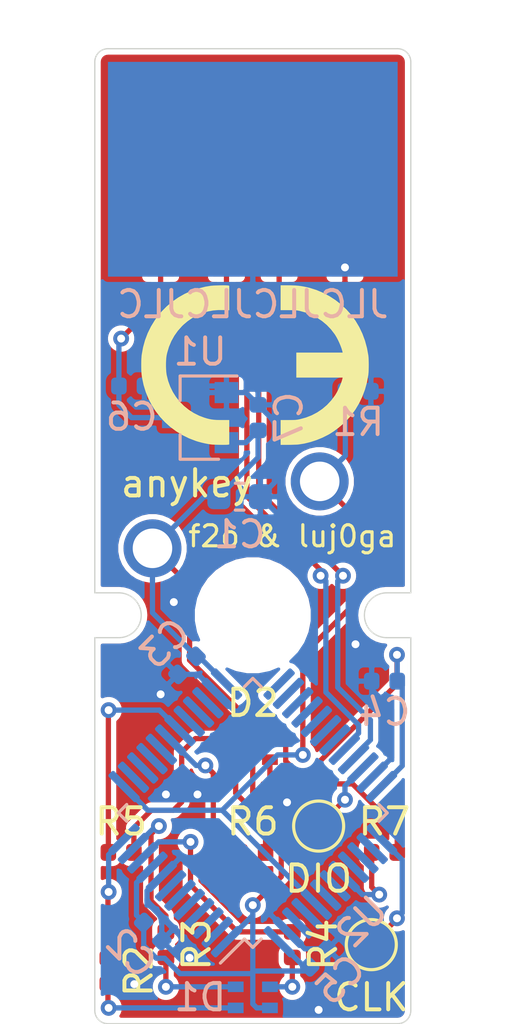
<source format=kicad_pcb>
(kicad_pcb (version 20171130) (host pcbnew 5.1.6)

  (general
    (thickness 1.6)
    (drawings 21)
    (tracks 233)
    (zones 0)
    (modules 23)
    (nets 48)
  )

  (page A4)
  (layers
    (0 F.Cu signal)
    (31 B.Cu signal)
    (32 B.Adhes user)
    (33 F.Adhes user)
    (34 B.Paste user)
    (35 F.Paste user)
    (36 B.SilkS user)
    (37 F.SilkS user)
    (38 B.Mask user)
    (39 F.Mask user)
    (40 Dwgs.User user)
    (41 Cmts.User user)
    (42 Eco1.User user)
    (43 Eco2.User user)
    (44 Edge.Cuts user)
    (45 Margin user)
    (46 B.CrtYd user)
    (47 F.CrtYd user)
    (48 B.Fab user)
    (49 F.Fab user)
  )

  (setup
    (last_trace_width 0.2)
    (trace_clearance 0.127)
    (zone_clearance 0.2)
    (zone_45_only no)
    (trace_min 0.2)
    (via_size 0.6)
    (via_drill 0.3)
    (via_min_size 0.6)
    (via_min_drill 0.3)
    (uvia_size 0.3)
    (uvia_drill 0.1)
    (uvias_allowed no)
    (uvia_min_size 0.2)
    (uvia_min_drill 0.1)
    (edge_width 0.05)
    (segment_width 0.2)
    (pcb_text_width 0.3)
    (pcb_text_size 1.5 1.5)
    (mod_edge_width 0.12)
    (mod_text_size 1 1)
    (mod_text_width 0.15)
    (pad_size 1.524 1.524)
    (pad_drill 0.762)
    (pad_to_mask_clearance 0.05)
    (aux_axis_origin 0 0)
    (visible_elements FFFDFF7F)
    (pcbplotparams
      (layerselection 0x010fc_ffffffff)
      (usegerberextensions true)
      (usegerberattributes true)
      (usegerberadvancedattributes true)
      (creategerberjobfile false)
      (excludeedgelayer true)
      (linewidth 0.100000)
      (plotframeref false)
      (viasonmask false)
      (mode 1)
      (useauxorigin false)
      (hpglpennumber 1)
      (hpglpenspeed 20)
      (hpglpendiameter 15.000000)
      (psnegative false)
      (psa4output false)
      (plotreference true)
      (plotvalue true)
      (plotinvisibletext false)
      (padsonsilk false)
      (subtractmaskfromsilk true)
      (outputformat 1)
      (mirror false)
      (drillshape 0)
      (scaleselection 1)
      (outputdirectory "gerber/"))
  )

  (net 0 "")
  (net 1 GND)
  (net 2 +3V3)
  (net 3 VBUS)
  (net 4 "Net-(D1-Pad4)")
  (net 5 "Net-(D1-Pad3)")
  (net 6 "Net-(D1-Pad1)")
  (net 7 "Net-(D2-Pad4)")
  (net 8 "Net-(D2-Pad3)")
  (net 9 "Net-(D2-Pad1)")
  (net 10 /D+)
  (net 11 /D-)
  (net 12 /BTN1)
  (net 13 /LED1_R)
  (net 14 /LED1_G)
  (net 15 /LED1_B)
  (net 16 /LED2_R)
  (net 17 /LED2_G)
  (net 18 /LED2_B)
  (net 19 /SWDIO)
  (net 20 /SWCLK)
  (net 21 "Net-(U2-Pad46)")
  (net 22 "Net-(U2-Pad45)")
  (net 23 "Net-(U2-Pad43)")
  (net 24 "Net-(U2-Pad42)")
  (net 25 "Net-(U2-Pad40)")
  (net 26 "Net-(U2-Pad39)")
  (net 27 "Net-(U2-Pad38)")
  (net 28 "Net-(U2-Pad31)")
  (net 29 "Net-(U2-Pad30)")
  (net 30 "Net-(U2-Pad29)")
  (net 31 "Net-(U2-Pad28)")
  (net 32 "Net-(U2-Pad27)")
  (net 33 "Net-(U2-Pad26)")
  (net 34 "Net-(U2-Pad25)")
  (net 35 "Net-(U2-Pad22)")
  (net 36 "Net-(U2-Pad21)")
  (net 37 "Net-(U2-Pad20)")
  (net 38 "Net-(U2-Pad17)")
  (net 39 "Net-(U2-Pad16)")
  (net 40 "Net-(U2-Pad15)")
  (net 41 "Net-(U2-Pad14)")
  (net 42 "Net-(U2-Pad7)")
  (net 43 "Net-(U2-Pad6)")
  (net 44 "Net-(U2-Pad5)")
  (net 45 "Net-(U2-Pad4)")
  (net 46 "Net-(U2-Pad3)")
  (net 47 "Net-(U2-Pad2)")

  (net_class Default "This is the default net class."
    (clearance 0.127)
    (trace_width 0.2)
    (via_dia 0.6)
    (via_drill 0.3)
    (uvia_dia 0.3)
    (uvia_drill 0.1)
    (add_net +3V3)
    (add_net /BTN1)
    (add_net /D+)
    (add_net /D-)
    (add_net /LED1_B)
    (add_net /LED1_G)
    (add_net /LED1_R)
    (add_net /LED2_B)
    (add_net /LED2_G)
    (add_net /LED2_R)
    (add_net /SWCLK)
    (add_net /SWDIO)
    (add_net GND)
    (add_net "Net-(D1-Pad1)")
    (add_net "Net-(D1-Pad3)")
    (add_net "Net-(D1-Pad4)")
    (add_net "Net-(D2-Pad1)")
    (add_net "Net-(D2-Pad3)")
    (add_net "Net-(D2-Pad4)")
    (add_net "Net-(U2-Pad14)")
    (add_net "Net-(U2-Pad15)")
    (add_net "Net-(U2-Pad16)")
    (add_net "Net-(U2-Pad17)")
    (add_net "Net-(U2-Pad2)")
    (add_net "Net-(U2-Pad20)")
    (add_net "Net-(U2-Pad21)")
    (add_net "Net-(U2-Pad22)")
    (add_net "Net-(U2-Pad25)")
    (add_net "Net-(U2-Pad26)")
    (add_net "Net-(U2-Pad27)")
    (add_net "Net-(U2-Pad28)")
    (add_net "Net-(U2-Pad29)")
    (add_net "Net-(U2-Pad3)")
    (add_net "Net-(U2-Pad30)")
    (add_net "Net-(U2-Pad31)")
    (add_net "Net-(U2-Pad38)")
    (add_net "Net-(U2-Pad39)")
    (add_net "Net-(U2-Pad4)")
    (add_net "Net-(U2-Pad40)")
    (add_net "Net-(U2-Pad42)")
    (add_net "Net-(U2-Pad43)")
    (add_net "Net-(U2-Pad45)")
    (add_net "Net-(U2-Pad46)")
    (add_net "Net-(U2-Pad5)")
    (add_net "Net-(U2-Pad6)")
    (add_net "Net-(U2-Pad7)")
    (add_net VBUS)
  )

  (module anykey:LED_MEIHUA_MHPA1515RGBDT (layer F.Cu) (tedit 5F9760C0) (tstamp 5F92A8B3)
    (at 150 76.58 180)
    (path /5FD938D9)
    (attr smd)
    (fp_text reference D2 (at 0 1.75) (layer F.SilkS)
      (effects (font (size 1 1) (thickness 0.15)))
    )
    (fp_text value MHPA1515RGBDT (at 0 -1.75) (layer F.Fab)
      (effects (font (size 1 1) (thickness 0.15)))
    )
    (fp_text user %R (at 0 0) (layer F.Fab)
      (effects (font (size 0.3 0.3) (thickness 0.05)))
    )
    (fp_line (start 0.8 0.45) (end 0.5 0.75) (layer F.Fab) (width 0.1))
    (fp_line (start -0.8 0.75) (end -0.8 -0.75) (layer F.Fab) (width 0.1))
    (fp_line (start 0.5 0.75) (end -0.8 0.75) (layer F.Fab) (width 0.1))
    (fp_line (start 0.8 -0.75) (end 0.8 0.45) (layer F.Fab) (width 0.1))
    (fp_line (start -0.8 -0.75) (end 0.8 -0.75) (layer F.Fab) (width 0.1))
    (fp_line (start -1 -1) (end 1 -1) (layer F.CrtYd) (width 0.05))
    (fp_line (start 1 -1) (end 1 1) (layer F.CrtYd) (width 0.05))
    (fp_line (start 1 1) (end -1 1) (layer F.CrtYd) (width 0.05))
    (fp_line (start -1 1) (end -1 -1) (layer F.CrtYd) (width 0.05))
    (pad 4 smd rect (at 0.65 -0.4 180) (size 0.6 0.4) (layers F.Cu F.Paste F.Mask)
      (net 7 "Net-(D2-Pad4)"))
    (pad 3 smd rect (at -0.65 -0.4 180) (size 0.6 0.4) (layers F.Cu F.Paste F.Mask)
      (net 8 "Net-(D2-Pad3)"))
    (pad 2 smd rect (at -0.65 0.4 180) (size 0.6 0.4) (layers F.Cu F.Paste F.Mask)
      (net 2 +3V3))
    (pad 1 smd rect (at 0.65 0.4 180) (size 0.6 0.4) (layers F.Cu F.Paste F.Mask)
      (net 9 "Net-(D2-Pad1)"))
  )

  (module anykey:LED_MEIHUA_MHPA1515RGBDT (layer B.Cu) (tedit 5F9760C0) (tstamp 5F92EFD8)
    (at 150 86 180)
    (path /5F998A03)
    (attr smd)
    (fp_text reference D1 (at 2 0) (layer B.SilkS)
      (effects (font (size 1 1) (thickness 0.15)) (justify mirror))
    )
    (fp_text value MHPA1515RGBDT (at 0 1.75) (layer B.Fab)
      (effects (font (size 1 1) (thickness 0.15)) (justify mirror))
    )
    (fp_text user %R (at 0 0) (layer B.Fab)
      (effects (font (size 0.3 0.3) (thickness 0.05)) (justify mirror))
    )
    (fp_line (start 0.8 -0.45) (end 0.5 -0.75) (layer B.Fab) (width 0.1))
    (fp_line (start -0.8 -0.75) (end -0.8 0.75) (layer B.Fab) (width 0.1))
    (fp_line (start 0.5 -0.75) (end -0.8 -0.75) (layer B.Fab) (width 0.1))
    (fp_line (start 0.8 0.75) (end 0.8 -0.45) (layer B.Fab) (width 0.1))
    (fp_line (start -0.8 0.75) (end 0.8 0.75) (layer B.Fab) (width 0.1))
    (fp_line (start -1 1) (end 1 1) (layer B.CrtYd) (width 0.05))
    (fp_line (start 1 1) (end 1 -1) (layer B.CrtYd) (width 0.05))
    (fp_line (start 1 -1) (end -1 -1) (layer B.CrtYd) (width 0.05))
    (fp_line (start -1 -1) (end -1 1) (layer B.CrtYd) (width 0.05))
    (pad 4 smd rect (at 0.65 0.4 180) (size 0.6 0.4) (layers B.Cu B.Paste B.Mask)
      (net 4 "Net-(D1-Pad4)"))
    (pad 3 smd rect (at -0.65 0.4 180) (size 0.6 0.4) (layers B.Cu B.Paste B.Mask)
      (net 5 "Net-(D1-Pad3)"))
    (pad 2 smd rect (at -0.65 -0.4 180) (size 0.6 0.4) (layers B.Cu B.Paste B.Mask)
      (net 2 +3V3))
    (pad 1 smd rect (at 0.65 -0.4 180) (size 0.6 0.4) (layers B.Cu B.Paste B.Mask)
      (net 6 "Net-(D1-Pad1)"))
  )

  (module Symbol:CE-Logo_8.5x6mm_SilkScreen (layer F.Cu) (tedit 5F95E6E6) (tstamp 5F9645D2)
    (at 150 62)
    (descr "CE marking")
    (tags "Logo CE certification")
    (attr virtual)
    (fp_text reference C3-Logo (at 0 0) (layer F.SilkS) hide
      (effects (font (size 1 1) (thickness 0.15)))
    )
    (fp_text value CE-Logo_8.5x6mm_SilkScreen (at 0.75 0) (layer F.Fab) hide
      (effects (font (size 1 1) (thickness 0.15)))
    )
    (fp_poly (pts (xy 1.061335 -2.083594) (xy 1.355685 -2.083305) (xy 1.45766 -2.08288) (xy 1.538315 -2.081592)
      (xy 1.602782 -2.079086) (xy 1.656194 -2.075004) (xy 1.703682 -2.068992) (xy 1.750381 -2.060692)
      (xy 1.784281 -2.053564) (xy 2.014121 -1.990246) (xy 2.233438 -1.903988) (xy 2.440469 -1.795991)
      (xy 2.63345 -1.667456) (xy 2.810621 -1.519582) (xy 2.970217 -1.35357) (xy 3.110477 -1.170621)
      (xy 3.135116 -1.133551) (xy 3.186914 -1.046598) (xy 3.239815 -0.94518) (xy 3.290834 -0.836134)
      (xy 3.336988 -0.726298) (xy 3.375295 -0.622512) (xy 3.402772 -0.531612) (xy 3.408866 -0.506016)
      (xy 3.418231 -0.463021) (xy 1.656649 -0.463021) (xy 1.656649 0.47625) (xy 3.418231 0.47625)
      (xy 3.408866 0.519244) (xy 3.383806 0.610611) (xy 3.346318 0.716469) (xy 3.299485 0.829878)
      (xy 3.246388 0.943892) (xy 3.19011 1.051569) (xy 3.133734 1.145967) (xy 3.124278 1.160319)
      (xy 2.980536 1.351791) (xy 2.819337 1.52363) (xy 2.64168 1.675163) (xy 2.448561 1.805719)
      (xy 2.240979 1.914624) (xy 2.019932 2.001206) (xy 1.786415 2.064794) (xy 1.780714 2.066021)
      (xy 1.728132 2.076622) (xy 1.679712 2.084513) (xy 1.630061 2.090078) (xy 1.573789 2.093702)
      (xy 1.505502 2.095769) (xy 1.419811 2.096664) (xy 1.349071 2.096799) (xy 1.061337 2.096776)
      (xy 1.061337 3.029479) (xy 1.349071 3.027762) (xy 1.441046 3.026709) (xy 1.530779 3.024766)
      (xy 1.612512 3.022126) (xy 1.680491 3.018981) (xy 1.728959 3.015526) (xy 1.736024 3.014789)
      (xy 1.961433 2.978594) (xy 2.193284 2.921376) (xy 2.425245 2.845284) (xy 2.650985 2.752465)
      (xy 2.864171 2.645068) (xy 2.919973 2.613135) (xy 3.083514 2.507667) (xy 3.249456 2.383545)
      (xy 3.411243 2.246431) (xy 3.56232 2.101982) (xy 3.69613 1.955859) (xy 3.732677 1.911607)
      (xy 3.893997 1.690012) (xy 4.035322 1.452378) (xy 4.155645 1.201089) (xy 4.253959 0.938532)
      (xy 4.329258 0.667092) (xy 4.380535 0.389155) (xy 4.38308 0.370416) (xy 4.390029 0.298751)
      (xy 4.394962 0.208046) (xy 4.397878 0.104923) (xy 4.398775 -0.003991) (xy 4.397651 -0.112075)
      (xy 4.394504 -0.212702) (xy 4.389332 -0.299248) (xy 4.383287 -0.357188) (xy 4.331331 -0.642106)
      (xy 4.256101 -0.917646) (xy 4.158279 -1.182191) (xy 4.038549 -1.434123) (xy 3.897594 -1.671823)
      (xy 3.736097 -1.893675) (xy 3.732677 -1.897921) (xy 3.55239 -2.100879) (xy 3.353248 -2.287344)
      (xy 3.137697 -2.455786) (xy 2.908185 -2.604675) (xy 2.667161 -2.732483) (xy 2.41707 -2.837678)
      (xy 2.160361 -2.918733) (xy 2.060051 -2.943231) (xy 1.93614 -2.969062) (xy 1.82097 -2.988408)
      (xy 1.70715 -3.002019) (xy 1.587285 -3.010644) (xy 1.453983 -3.015032) (xy 1.342457 -3.015992)
      (xy 1.061337 -3.01625) (xy 1.061335 -2.083594)) (layer F.SilkS) (width 0.01))
    (fp_poly (pts (xy -1.060813 -3.015685) (xy -0.99633 -3.014025) (xy -0.949697 -3.011055) (xy -0.929349 -3.007912)
      (xy -0.899583 -2.999935) (xy -0.899583 -2.07947) (xy -1.109119 -2.086741) (xy -1.318953 -2.086477)
      (xy -1.513141 -2.069618) (xy -1.69758 -2.034925) (xy -1.878168 -1.981161) (xy -2.060803 -1.907089)
      (xy -2.136511 -1.871121) (xy -2.317062 -1.772023) (xy -2.479702 -1.660674) (xy -2.632099 -1.531592)
      (xy -2.691378 -1.474295) (xy -2.848015 -1.299139) (xy -2.983527 -1.10848) (xy -3.097234 -0.903606)
      (xy -3.188456 -0.685807) (xy -3.256515 -0.456371) (xy -3.276674 -0.363803) (xy -3.288823 -0.279756)
      (xy -3.296934 -0.176766) (xy -3.301015 -0.062035) (xy -3.301074 0.057234) (xy -3.297116 0.173837)
      (xy -3.289149 0.280571) (xy -3.277181 0.370233) (xy -3.275943 0.377031) (xy -3.220089 0.605759)
      (xy -3.140701 0.823965) (xy -3.039069 1.030177) (xy -2.916478 1.222928) (xy -2.774219 1.400748)
      (xy -2.613579 1.562168) (xy -2.435845 1.705719) (xy -2.242307 1.829931) (xy -2.034252 1.933336)
      (xy -1.850763 2.002535) (xy -1.747623 2.034118) (xy -1.652893 2.058129) (xy -1.56013 2.075463)
      (xy -1.462894 2.087016) (xy -1.354742 2.09368) (xy -1.229233 2.096352) (xy -1.174089 2.096504)
      (xy -0.899583 2.096186) (xy -0.899583 3.013164) (xy -0.929349 3.021141) (xy -0.954749 3.024138)
      (xy -1.001744 3.026203) (xy -1.06549 3.027382) (xy -1.141142 3.027723) (xy -1.223854 3.027274)
      (xy -1.308783 3.026083) (xy -1.391083 3.024197) (xy -1.465909 3.021663) (xy -1.528417 3.018531)
      (xy -1.573762 3.014847) (xy -1.574271 3.014789) (xy -1.687271 2.998341) (xy -1.814872 2.973706)
      (xy -1.947338 2.943083) (xy -2.074934 2.908667) (xy -2.156016 2.883536) (xy -2.420553 2.782498)
      (xy -2.671277 2.659513) (xy -2.907195 2.515777) (xy -3.12732 2.352487) (xy -3.33066 2.170838)
      (xy -3.516227 1.972026) (xy -3.68303 1.757247) (xy -3.830079 1.527698) (xy -3.956385 1.284573)
      (xy -4.060958 1.02907) (xy -4.142808 0.762383) (xy -4.200945 0.485709) (xy -4.214162 0.396875)
      (xy -4.222618 0.312107) (xy -4.228437 0.208118) (xy -4.231618 0.092009) (xy -4.232161 -0.029113)
      (xy -4.230066 -0.148146) (xy -4.225334 -0.257986) (xy -4.217963 -0.351528) (xy -4.214162 -0.383646)
      (xy -4.163241 -0.666294) (xy -4.087795 -0.939386) (xy -3.988081 -1.202286) (xy -3.864354 -1.454363)
      (xy -3.716872 -1.694983) (xy -3.638048 -1.805782) (xy -3.45977 -2.023277) (xy -3.263767 -2.221656)
      (xy -3.051402 -2.400118) (xy -2.824041 -2.557867) (xy -2.583047 -2.694103) (xy -2.329787 -2.808029)
      (xy -2.065623 -2.898847) (xy -1.791921 -2.965759) (xy -1.60112 -2.997187) (xy -1.548646 -3.00251)
      (xy -1.479782 -3.00707) (xy -1.399419 -3.010788) (xy -1.31245 -3.013587) (xy -1.223764 -3.015388)
      (xy -1.138255 -3.016113) (xy -1.060813 -3.015685)) (layer F.SilkS) (width 0.01))
  )

  (module TestPoint:TestPoint_Pad_D1.5mm (layer F.Cu) (tedit 5A0F774F) (tstamp 5F92A952)
    (at 154.5 84 180)
    (descr "SMD pad as test Point, diameter 1.5mm")
    (tags "test point SMD pad")
    (path /5FCB2854)
    (attr virtual)
    (fp_text reference TP2 (at 0 -1.648) (layer F.SilkS) hide
      (effects (font (size 1 1) (thickness 0.15)))
    )
    (fp_text value SWCLK (at 0 1.75) (layer F.Fab)
      (effects (font (size 1 1) (thickness 0.15)))
    )
    (fp_circle (center 0 0) (end 1.25 0) (layer F.CrtYd) (width 0.05))
    (fp_circle (center 0 0) (end 0 0.95) (layer F.SilkS) (width 0.12))
    (fp_text user %R (at 0 -1.65) (layer F.Fab)
      (effects (font (size 1 1) (thickness 0.15)))
    )
    (pad 1 smd circle (at 0 0 180) (size 1.5 1.5) (layers F.Cu F.Mask)
      (net 20 /SWCLK))
  )

  (module TestPoint:TestPoint_Pad_D1.5mm (layer F.Cu) (tedit 5A0F774F) (tstamp 5F92A94A)
    (at 152.5 79.5 180)
    (descr "SMD pad as test Point, diameter 1.5mm")
    (tags "test point SMD pad")
    (path /5FCAA338)
    (attr virtual)
    (fp_text reference TP1 (at 0 -1.648) (layer F.SilkS) hide
      (effects (font (size 1 1) (thickness 0.15)))
    )
    (fp_text value SWDIO (at 0 1.75) (layer F.Fab)
      (effects (font (size 1 1) (thickness 0.15)))
    )
    (fp_circle (center 0 0) (end 1.25 0) (layer F.CrtYd) (width 0.05))
    (fp_circle (center 0 0) (end 0 0.95) (layer F.SilkS) (width 0.12))
    (fp_text user %R (at 0 -1.65) (layer F.Fab)
      (effects (font (size 1 1) (thickness 0.15)))
    )
    (pad 1 smd circle (at 0 0 180) (size 1.5 1.5) (layers F.Cu F.Mask)
      (net 19 /SWDIO))
  )

  (module Capacitor_SMD:C_0402_1005Metric (layer B.Cu) (tedit 5F947204) (tstamp 5F948C07)
    (at 155 74 180)
    (descr "Capacitor SMD 0402 (1005 Metric), square (rectangular) end terminal, IPC_7351 nominal, (Body size source: http://www.tortai-tech.com/upload/download/2011102023233369053.pdf), generated with kicad-footprint-generator")
    (tags capacitor)
    (path /5F892CC5)
    (attr smd)
    (fp_text reference C4 (at 0 -1.17 180) (layer B.SilkS)
      (effects (font (size 1 1) (thickness 0.15)) (justify mirror))
    )
    (fp_text value 100n (at 0 1.17 180) (layer B.Fab)
      (effects (font (size 1 1) (thickness 0.15)) (justify mirror))
    )
    (fp_line (start 0.93 -0.47) (end -0.93 -0.47) (layer B.CrtYd) (width 0.05))
    (fp_line (start 0.93 0.47) (end 0.93 -0.47) (layer B.CrtYd) (width 0.05))
    (fp_line (start -0.93 0.47) (end 0.93 0.47) (layer B.CrtYd) (width 0.05))
    (fp_line (start -0.93 -0.47) (end -0.93 0.47) (layer B.CrtYd) (width 0.05))
    (fp_line (start 0.5 -0.25) (end -0.5 -0.25) (layer B.Fab) (width 0.1))
    (fp_line (start 0.5 0.25) (end 0.5 -0.25) (layer B.Fab) (width 0.1))
    (fp_line (start -0.5 0.25) (end 0.5 0.25) (layer B.Fab) (width 0.1))
    (fp_line (start -0.5 -0.25) (end -0.5 0.25) (layer B.Fab) (width 0.1))
    (fp_text user %R (at 0 0 180) (layer B.Fab)
      (effects (font (size 0.25 0.25) (thickness 0.04)) (justify mirror))
    )
    (pad 2 smd roundrect (at 0.485 0 180) (size 0.59 0.64) (layers B.Cu B.Paste B.Mask) (roundrect_rratio 0.25)
      (net 1 GND))
    (pad 1 smd roundrect (at -0.485 0 180) (size 0.59 0.64) (layers B.Cu B.Paste B.Mask) (roundrect_rratio 0.25)
      (net 2 +3V3))
    (model ${KISYS3DMOD}/Capacitor_SMD.3dshapes/C_0402_1005Metric.wrl
      (at (xyz 0 0 0))
      (scale (xyz 1 1 1))
      (rotate (xyz 0 0 0))
    )
  )

  (module Button_Switch_Keyboard:SW_Cherry_MX_1.00u_PCB (layer F.Cu) (tedit 5F944CC9) (tstamp 5F92DCF2)
    (at 152.54 66.42)
    (descr "Cherry MX keyswitch, 1.00u, PCB mount, http://cherryamericas.com/wp-content/uploads/2014/12/mx_cat.pdf")
    (tags "Cherry MX keyswitch 1.00u PCB")
    (path /5F925207)
    (fp_text reference SW1 (at -2.54 -2.794) (layer F.SilkS) hide
      (effects (font (size 1 1) (thickness 0.15)))
    )
    (fp_text value MXxx-xxxx (at -2.54 12.954) (layer F.Fab)
      (effects (font (size 1 1) (thickness 0.15)))
    )
    (fp_line (start -8.89 -1.27) (end 3.81 -1.27) (layer F.Fab) (width 0.1))
    (fp_line (start 3.81 -1.27) (end 3.81 11.43) (layer F.Fab) (width 0.1))
    (fp_line (start 3.81 11.43) (end -8.89 11.43) (layer F.Fab) (width 0.1))
    (fp_line (start -8.89 11.43) (end -8.89 -1.27) (layer F.Fab) (width 0.1))
    (fp_line (start -9.14 11.68) (end -9.14 -1.52) (layer F.CrtYd) (width 0.05))
    (fp_line (start 4.06 11.68) (end -9.14 11.68) (layer F.CrtYd) (width 0.05))
    (fp_line (start 4.06 -1.52) (end 4.06 11.68) (layer F.CrtYd) (width 0.05))
    (fp_line (start -9.14 -1.52) (end 4.06 -1.52) (layer F.CrtYd) (width 0.05))
    (fp_line (start -12.065 -4.445) (end 6.985 -4.445) (layer Dwgs.User) (width 0.15))
    (fp_line (start 6.985 -4.445) (end 6.985 14.605) (layer Dwgs.User) (width 0.15))
    (fp_line (start 6.985 14.605) (end -12.065 14.605) (layer Dwgs.User) (width 0.15))
    (fp_line (start -12.065 14.605) (end -12.065 -4.445) (layer Dwgs.User) (width 0.15))
    (fp_text user %R (at -2.54 -2.794) (layer F.Fab)
      (effects (font (size 1 1) (thickness 0.15)))
    )
    (pad "" np_thru_hole circle (at -2.54 5.08) (size 4 4) (drill 4) (layers *.Cu *.Mask))
    (pad 2 thru_hole circle (at -6.35 2.54) (size 2.2 2.2) (drill 1.5) (layers *.Cu *.Mask)
      (net 2 +3V3))
    (pad 1 thru_hole circle (at 0 0) (size 2.2 2.2) (drill 1.5) (layers *.Cu *.Mask)
      (net 12 /BTN1))
    (model ${KISYS3DMOD}/Button_Switch_Keyboard.3dshapes/SW_Cherry_MX_1.00u_PCB.wrl
      (at (xyz 0 0 0))
      (scale (xyz 1 1 1))
      (rotate (xyz 0 0 0))
    )
  )

  (module Capacitor_SMD:C_0402_1005Metric (layer B.Cu) (tedit 5B301BBE) (tstamp 5F92C15E)
    (at 145.4 62.8)
    (descr "Capacitor SMD 0402 (1005 Metric), square (rectangular) end terminal, IPC_7351 nominal, (Body size source: http://www.tortai-tech.com/upload/download/2011102023233369053.pdf), generated with kicad-footprint-generator")
    (tags capacitor)
    (path /5F93753A)
    (attr smd)
    (fp_text reference C6 (at 0 1.17) (layer B.SilkS)
      (effects (font (size 1 1) (thickness 0.15)) (justify mirror))
    )
    (fp_text value 1u (at 0 -1.17) (layer B.Fab)
      (effects (font (size 1 1) (thickness 0.15)) (justify mirror))
    )
    (fp_line (start 0.93 -0.47) (end -0.93 -0.47) (layer B.CrtYd) (width 0.05))
    (fp_line (start 0.93 0.47) (end 0.93 -0.47) (layer B.CrtYd) (width 0.05))
    (fp_line (start -0.93 0.47) (end 0.93 0.47) (layer B.CrtYd) (width 0.05))
    (fp_line (start -0.93 -0.47) (end -0.93 0.47) (layer B.CrtYd) (width 0.05))
    (fp_line (start 0.5 -0.25) (end -0.5 -0.25) (layer B.Fab) (width 0.1))
    (fp_line (start 0.5 0.25) (end 0.5 -0.25) (layer B.Fab) (width 0.1))
    (fp_line (start -0.5 0.25) (end 0.5 0.25) (layer B.Fab) (width 0.1))
    (fp_line (start -0.5 -0.25) (end -0.5 0.25) (layer B.Fab) (width 0.1))
    (fp_text user %R (at 0 0) (layer B.Fab)
      (effects (font (size 0.25 0.25) (thickness 0.04)) (justify mirror))
    )
    (pad 2 smd roundrect (at 0.485 0) (size 0.59 0.64) (layers B.Cu B.Paste B.Mask) (roundrect_rratio 0.25)
      (net 1 GND))
    (pad 1 smd roundrect (at -0.485 0) (size 0.59 0.64) (layers B.Cu B.Paste B.Mask) (roundrect_rratio 0.25)
      (net 3 VBUS))
    (model ${KISYS3DMOD}/Capacitor_SMD.3dshapes/C_0402_1005Metric.wrl
      (at (xyz 0 0 0))
      (scale (xyz 1 1 1))
      (rotate (xyz 0 0 0))
    )
  )

  (module Package_QFP:LQFP-48_7x7mm_P0.5mm (layer B.Cu) (tedit 5D9F72AF) (tstamp 5F92E9DF)
    (at 150 79 45)
    (descr "LQFP, 48 Pin (https://www.analog.com/media/en/technical-documentation/data-sheets/ltc2358-16.pdf), generated with kicad-footprint-generator ipc_gullwing_generator.py")
    (tags "LQFP QFP")
    (path /5F878F8D)
    (attr smd)
    (fp_text reference U2 (at 0 5.85 45) (layer B.SilkS)
      (effects (font (size 1 1) (thickness 0.15)) (justify mirror))
    )
    (fp_text value STM32F072CBT6 (at 0 -5.85 45) (layer B.Fab)
      (effects (font (size 1 1) (thickness 0.15)) (justify mirror))
    )
    (fp_line (start 5.15 -3.15) (end 5.15 0) (layer B.CrtYd) (width 0.05))
    (fp_line (start 3.75 -3.15) (end 5.15 -3.15) (layer B.CrtYd) (width 0.05))
    (fp_line (start 3.75 -3.75) (end 3.75 -3.15) (layer B.CrtYd) (width 0.05))
    (fp_line (start 3.15 -3.75) (end 3.75 -3.75) (layer B.CrtYd) (width 0.05))
    (fp_line (start 3.15 -5.15) (end 3.15 -3.75) (layer B.CrtYd) (width 0.05))
    (fp_line (start 0 -5.15) (end 3.15 -5.15) (layer B.CrtYd) (width 0.05))
    (fp_line (start -5.15 -3.15) (end -5.15 0) (layer B.CrtYd) (width 0.05))
    (fp_line (start -3.75 -3.15) (end -5.15 -3.15) (layer B.CrtYd) (width 0.05))
    (fp_line (start -3.75 -3.75) (end -3.75 -3.15) (layer B.CrtYd) (width 0.05))
    (fp_line (start -3.15 -3.75) (end -3.75 -3.75) (layer B.CrtYd) (width 0.05))
    (fp_line (start -3.15 -5.15) (end -3.15 -3.75) (layer B.CrtYd) (width 0.05))
    (fp_line (start 0 -5.15) (end -3.15 -5.15) (layer B.CrtYd) (width 0.05))
    (fp_line (start 5.15 3.15) (end 5.15 0) (layer B.CrtYd) (width 0.05))
    (fp_line (start 3.75 3.15) (end 5.15 3.15) (layer B.CrtYd) (width 0.05))
    (fp_line (start 3.75 3.75) (end 3.75 3.15) (layer B.CrtYd) (width 0.05))
    (fp_line (start 3.15 3.75) (end 3.75 3.75) (layer B.CrtYd) (width 0.05))
    (fp_line (start 3.15 5.15) (end 3.15 3.75) (layer B.CrtYd) (width 0.05))
    (fp_line (start 0 5.15) (end 3.15 5.15) (layer B.CrtYd) (width 0.05))
    (fp_line (start -5.15 3.15) (end -5.15 0) (layer B.CrtYd) (width 0.05))
    (fp_line (start -3.75 3.15) (end -5.15 3.15) (layer B.CrtYd) (width 0.05))
    (fp_line (start -3.75 3.75) (end -3.75 3.15) (layer B.CrtYd) (width 0.05))
    (fp_line (start -3.15 3.75) (end -3.75 3.75) (layer B.CrtYd) (width 0.05))
    (fp_line (start -3.15 5.15) (end -3.15 3.75) (layer B.CrtYd) (width 0.05))
    (fp_line (start 0 5.15) (end -3.15 5.15) (layer B.CrtYd) (width 0.05))
    (fp_line (start -3.5 2.5) (end -2.5 3.5) (layer B.Fab) (width 0.1))
    (fp_line (start -3.5 -3.5) (end -3.5 2.5) (layer B.Fab) (width 0.1))
    (fp_line (start 3.5 -3.5) (end -3.5 -3.5) (layer B.Fab) (width 0.1))
    (fp_line (start 3.5 3.5) (end 3.5 -3.5) (layer B.Fab) (width 0.1))
    (fp_line (start -2.5 3.5) (end 3.5 3.5) (layer B.Fab) (width 0.1))
    (fp_line (start -3.61 3.16) (end -4.9 3.16) (layer B.SilkS) (width 0.12))
    (fp_line (start -3.61 3.61) (end -3.61 3.16) (layer B.SilkS) (width 0.12))
    (fp_line (start -3.16 3.61) (end -3.61 3.61) (layer B.SilkS) (width 0.12))
    (fp_line (start 3.61 3.61) (end 3.61 3.16) (layer B.SilkS) (width 0.12))
    (fp_line (start 3.16 3.61) (end 3.61 3.61) (layer B.SilkS) (width 0.12))
    (fp_line (start -3.61 -3.61) (end -3.61 -3.16) (layer B.SilkS) (width 0.12))
    (fp_line (start -3.16 -3.61) (end -3.61 -3.61) (layer B.SilkS) (width 0.12))
    (fp_line (start 3.61 -3.61) (end 3.61 -3.16) (layer B.SilkS) (width 0.12))
    (fp_line (start 3.16 -3.61) (end 3.61 -3.61) (layer B.SilkS) (width 0.12))
    (fp_text user %R (at 0 0 45) (layer B.Fab)
      (effects (font (size 1 1) (thickness 0.15)) (justify mirror))
    )
    (pad 48 smd roundrect (at -2.75 4.1625 45) (size 0.3 1.475) (layers B.Cu B.Paste B.Mask) (roundrect_rratio 0.25)
      (net 2 +3V3))
    (pad 47 smd roundrect (at -2.25 4.1625 45) (size 0.3 1.475) (layers B.Cu B.Paste B.Mask) (roundrect_rratio 0.25)
      (net 1 GND))
    (pad 46 smd roundrect (at -1.75 4.1625 45) (size 0.3 1.475) (layers B.Cu B.Paste B.Mask) (roundrect_rratio 0.25)
      (net 21 "Net-(U2-Pad46)"))
    (pad 45 smd roundrect (at -1.25 4.1625 45) (size 0.3 1.475) (layers B.Cu B.Paste B.Mask) (roundrect_rratio 0.25)
      (net 22 "Net-(U2-Pad45)"))
    (pad 44 smd roundrect (at -0.75 4.1625 45) (size 0.3 1.475) (layers B.Cu B.Paste B.Mask) (roundrect_rratio 0.25)
      (net 12 /BTN1))
    (pad 43 smd roundrect (at -0.25 4.1625 45) (size 0.3 1.475) (layers B.Cu B.Paste B.Mask) (roundrect_rratio 0.25)
      (net 23 "Net-(U2-Pad43)"))
    (pad 42 smd roundrect (at 0.25 4.1625 45) (size 0.3 1.475) (layers B.Cu B.Paste B.Mask) (roundrect_rratio 0.25)
      (net 24 "Net-(U2-Pad42)"))
    (pad 41 smd roundrect (at 0.75 4.1625 45) (size 0.3 1.475) (layers B.Cu B.Paste B.Mask) (roundrect_rratio 0.25)
      (net 18 /LED2_B))
    (pad 40 smd roundrect (at 1.25 4.1625 45) (size 0.3 1.475) (layers B.Cu B.Paste B.Mask) (roundrect_rratio 0.25)
      (net 25 "Net-(U2-Pad40)"))
    (pad 39 smd roundrect (at 1.75 4.1625 45) (size 0.3 1.475) (layers B.Cu B.Paste B.Mask) (roundrect_rratio 0.25)
      (net 26 "Net-(U2-Pad39)"))
    (pad 38 smd roundrect (at 2.25 4.1625 45) (size 0.3 1.475) (layers B.Cu B.Paste B.Mask) (roundrect_rratio 0.25)
      (net 27 "Net-(U2-Pad38)"))
    (pad 37 smd roundrect (at 2.75 4.1625 45) (size 0.3 1.475) (layers B.Cu B.Paste B.Mask) (roundrect_rratio 0.25)
      (net 20 /SWCLK))
    (pad 36 smd roundrect (at 4.1625 2.75 45) (size 1.475 0.3) (layers B.Cu B.Paste B.Mask) (roundrect_rratio 0.25)
      (net 2 +3V3))
    (pad 35 smd roundrect (at 4.1625 2.25 45) (size 1.475 0.3) (layers B.Cu B.Paste B.Mask) (roundrect_rratio 0.25)
      (net 1 GND))
    (pad 34 smd roundrect (at 4.1625 1.75 45) (size 1.475 0.3) (layers B.Cu B.Paste B.Mask) (roundrect_rratio 0.25)
      (net 19 /SWDIO))
    (pad 33 smd roundrect (at 4.1625 1.25 45) (size 1.475 0.3) (layers B.Cu B.Paste B.Mask) (roundrect_rratio 0.25)
      (net 10 /D+))
    (pad 32 smd roundrect (at 4.1625 0.75 45) (size 1.475 0.3) (layers B.Cu B.Paste B.Mask) (roundrect_rratio 0.25)
      (net 11 /D-))
    (pad 31 smd roundrect (at 4.1625 0.25 45) (size 1.475 0.3) (layers B.Cu B.Paste B.Mask) (roundrect_rratio 0.25)
      (net 28 "Net-(U2-Pad31)"))
    (pad 30 smd roundrect (at 4.1625 -0.25 45) (size 1.475 0.3) (layers B.Cu B.Paste B.Mask) (roundrect_rratio 0.25)
      (net 29 "Net-(U2-Pad30)"))
    (pad 29 smd roundrect (at 4.1625 -0.75 45) (size 1.475 0.3) (layers B.Cu B.Paste B.Mask) (roundrect_rratio 0.25)
      (net 30 "Net-(U2-Pad29)"))
    (pad 28 smd roundrect (at 4.1625 -1.25 45) (size 1.475 0.3) (layers B.Cu B.Paste B.Mask) (roundrect_rratio 0.25)
      (net 31 "Net-(U2-Pad28)"))
    (pad 27 smd roundrect (at 4.1625 -1.75 45) (size 1.475 0.3) (layers B.Cu B.Paste B.Mask) (roundrect_rratio 0.25)
      (net 32 "Net-(U2-Pad27)"))
    (pad 26 smd roundrect (at 4.1625 -2.25 45) (size 1.475 0.3) (layers B.Cu B.Paste B.Mask) (roundrect_rratio 0.25)
      (net 33 "Net-(U2-Pad26)"))
    (pad 25 smd roundrect (at 4.1625 -2.75 45) (size 1.475 0.3) (layers B.Cu B.Paste B.Mask) (roundrect_rratio 0.25)
      (net 34 "Net-(U2-Pad25)"))
    (pad 24 smd roundrect (at 2.75 -4.1625 45) (size 0.3 1.475) (layers B.Cu B.Paste B.Mask) (roundrect_rratio 0.25)
      (net 2 +3V3))
    (pad 23 smd roundrect (at 2.25 -4.1625 45) (size 0.3 1.475) (layers B.Cu B.Paste B.Mask) (roundrect_rratio 0.25)
      (net 1 GND))
    (pad 22 smd roundrect (at 1.75 -4.1625 45) (size 0.3 1.475) (layers B.Cu B.Paste B.Mask) (roundrect_rratio 0.25)
      (net 35 "Net-(U2-Pad22)"))
    (pad 21 smd roundrect (at 1.25 -4.1625 45) (size 0.3 1.475) (layers B.Cu B.Paste B.Mask) (roundrect_rratio 0.25)
      (net 36 "Net-(U2-Pad21)"))
    (pad 20 smd roundrect (at 0.75 -4.1625 45) (size 0.3 1.475) (layers B.Cu B.Paste B.Mask) (roundrect_rratio 0.25)
      (net 37 "Net-(U2-Pad20)"))
    (pad 19 smd roundrect (at 0.25 -4.1625 45) (size 0.3 1.475) (layers B.Cu B.Paste B.Mask) (roundrect_rratio 0.25)
      (net 16 /LED2_R))
    (pad 18 smd roundrect (at -0.25 -4.1625 45) (size 0.3 1.475) (layers B.Cu B.Paste B.Mask) (roundrect_rratio 0.25)
      (net 17 /LED2_G))
    (pad 17 smd roundrect (at -0.75 -4.1625 45) (size 0.3 1.475) (layers B.Cu B.Paste B.Mask) (roundrect_rratio 0.25)
      (net 38 "Net-(U2-Pad17)"))
    (pad 16 smd roundrect (at -1.25 -4.1625 45) (size 0.3 1.475) (layers B.Cu B.Paste B.Mask) (roundrect_rratio 0.25)
      (net 39 "Net-(U2-Pad16)"))
    (pad 15 smd roundrect (at -1.75 -4.1625 45) (size 0.3 1.475) (layers B.Cu B.Paste B.Mask) (roundrect_rratio 0.25)
      (net 40 "Net-(U2-Pad15)"))
    (pad 14 smd roundrect (at -2.25 -4.1625 45) (size 0.3 1.475) (layers B.Cu B.Paste B.Mask) (roundrect_rratio 0.25)
      (net 41 "Net-(U2-Pad14)"))
    (pad 13 smd roundrect (at -2.75 -4.1625 45) (size 0.3 1.475) (layers B.Cu B.Paste B.Mask) (roundrect_rratio 0.25)
      (net 12 /BTN1))
    (pad 12 smd roundrect (at -4.1625 -2.75 45) (size 1.475 0.3) (layers B.Cu B.Paste B.Mask) (roundrect_rratio 0.25)
      (net 13 /LED1_R))
    (pad 11 smd roundrect (at -4.1625 -2.25 45) (size 1.475 0.3) (layers B.Cu B.Paste B.Mask) (roundrect_rratio 0.25)
      (net 14 /LED1_G))
    (pad 10 smd roundrect (at -4.1625 -1.75 45) (size 1.475 0.3) (layers B.Cu B.Paste B.Mask) (roundrect_rratio 0.25)
      (net 15 /LED1_B))
    (pad 9 smd roundrect (at -4.1625 -1.25 45) (size 1.475 0.3) (layers B.Cu B.Paste B.Mask) (roundrect_rratio 0.25)
      (net 2 +3V3))
    (pad 8 smd roundrect (at -4.1625 -0.75 45) (size 1.475 0.3) (layers B.Cu B.Paste B.Mask) (roundrect_rratio 0.25)
      (net 1 GND))
    (pad 7 smd roundrect (at -4.1625 -0.25 45) (size 1.475 0.3) (layers B.Cu B.Paste B.Mask) (roundrect_rratio 0.25)
      (net 42 "Net-(U2-Pad7)"))
    (pad 6 smd roundrect (at -4.1625 0.25 45) (size 1.475 0.3) (layers B.Cu B.Paste B.Mask) (roundrect_rratio 0.25)
      (net 43 "Net-(U2-Pad6)"))
    (pad 5 smd roundrect (at -4.1625 0.75 45) (size 1.475 0.3) (layers B.Cu B.Paste B.Mask) (roundrect_rratio 0.25)
      (net 44 "Net-(U2-Pad5)"))
    (pad 4 smd roundrect (at -4.1625 1.25 45) (size 1.475 0.3) (layers B.Cu B.Paste B.Mask) (roundrect_rratio 0.25)
      (net 45 "Net-(U2-Pad4)"))
    (pad 3 smd roundrect (at -4.1625 1.75 45) (size 1.475 0.3) (layers B.Cu B.Paste B.Mask) (roundrect_rratio 0.25)
      (net 46 "Net-(U2-Pad3)"))
    (pad 2 smd roundrect (at -4.1625 2.25 45) (size 1.475 0.3) (layers B.Cu B.Paste B.Mask) (roundrect_rratio 0.25)
      (net 47 "Net-(U2-Pad2)"))
    (pad 1 smd roundrect (at -4.1625 2.75 45) (size 1.475 0.3) (layers B.Cu B.Paste B.Mask) (roundrect_rratio 0.25)
      (net 2 +3V3))
    (model ${KISYS3DMOD}/Package_QFP.3dshapes/LQFP-48_7x7mm_P0.5mm.wrl
      (at (xyz 0 0 0))
      (scale (xyz 1 1 1))
      (rotate (xyz 0 0 0))
    )
  )

  (module Package_TO_SOT_SMD:SOT-23 (layer B.Cu) (tedit 5A02FF57) (tstamp 5F92B4F1)
    (at 148 64 180)
    (descr "SOT-23, Standard")
    (tags SOT-23)
    (path /5FA01775)
    (attr smd)
    (fp_text reference U1 (at 0 2.5) (layer B.SilkS)
      (effects (font (size 1 1) (thickness 0.15)) (justify mirror))
    )
    (fp_text value XC6206P332MR (at 0 -2.5) (layer B.Fab)
      (effects (font (size 1 1) (thickness 0.15)) (justify mirror))
    )
    (fp_line (start -0.7 0.95) (end -0.7 -1.5) (layer B.Fab) (width 0.1))
    (fp_line (start -0.15 1.52) (end 0.7 1.52) (layer B.Fab) (width 0.1))
    (fp_line (start -0.7 0.95) (end -0.15 1.52) (layer B.Fab) (width 0.1))
    (fp_line (start 0.7 1.52) (end 0.7 -1.52) (layer B.Fab) (width 0.1))
    (fp_line (start -0.7 -1.52) (end 0.7 -1.52) (layer B.Fab) (width 0.1))
    (fp_line (start 0.76 -1.58) (end 0.76 -0.65) (layer B.SilkS) (width 0.12))
    (fp_line (start 0.76 1.58) (end 0.76 0.65) (layer B.SilkS) (width 0.12))
    (fp_line (start -1.7 1.75) (end 1.7 1.75) (layer B.CrtYd) (width 0.05))
    (fp_line (start 1.7 1.75) (end 1.7 -1.75) (layer B.CrtYd) (width 0.05))
    (fp_line (start 1.7 -1.75) (end -1.7 -1.75) (layer B.CrtYd) (width 0.05))
    (fp_line (start -1.7 -1.75) (end -1.7 1.75) (layer B.CrtYd) (width 0.05))
    (fp_line (start 0.76 1.58) (end -1.4 1.58) (layer B.SilkS) (width 0.12))
    (fp_line (start 0.76 -1.58) (end -0.7 -1.58) (layer B.SilkS) (width 0.12))
    (fp_text user %R (at 0 0 -90) (layer B.Fab)
      (effects (font (size 0.5 0.5) (thickness 0.075)) (justify mirror))
    )
    (pad 1 smd rect (at -1 0.95 180) (size 0.9 0.8) (layers B.Cu B.Paste B.Mask)
      (net 1 GND))
    (pad 2 smd rect (at -1 -0.95 180) (size 0.9 0.8) (layers B.Cu B.Paste B.Mask)
      (net 2 +3V3))
    (pad 3 smd rect (at 1 0 180) (size 0.9 0.8) (layers B.Cu B.Paste B.Mask)
      (net 3 VBUS))
    (model ${KISYS3DMOD}/Package_TO_SOT_SMD.3dshapes/SOT-23.wrl
      (at (xyz 0 0 0))
      (scale (xyz 1 1 1))
      (rotate (xyz 0 0 0))
    )
  )

  (module Resistor_SMD:R_0402_1005Metric (layer F.Cu) (tedit 5B301BBD) (tstamp 5F94E3FE)
    (at 155 80.5)
    (descr "Resistor SMD 0402 (1005 Metric), square (rectangular) end terminal, IPC_7351 nominal, (Body size source: http://www.tortai-tech.com/upload/download/2011102023233369053.pdf), generated with kicad-footprint-generator")
    (tags resistor)
    (path /5FDA0D19)
    (attr smd)
    (fp_text reference R7 (at 0 -1.17) (layer F.SilkS)
      (effects (font (size 1 1) (thickness 0.15)))
    )
    (fp_text value 1k (at 0 1.17) (layer F.Fab)
      (effects (font (size 1 1) (thickness 0.15)))
    )
    (fp_line (start 0.93 0.47) (end -0.93 0.47) (layer F.CrtYd) (width 0.05))
    (fp_line (start 0.93 -0.47) (end 0.93 0.47) (layer F.CrtYd) (width 0.05))
    (fp_line (start -0.93 -0.47) (end 0.93 -0.47) (layer F.CrtYd) (width 0.05))
    (fp_line (start -0.93 0.47) (end -0.93 -0.47) (layer F.CrtYd) (width 0.05))
    (fp_line (start 0.5 0.25) (end -0.5 0.25) (layer F.Fab) (width 0.1))
    (fp_line (start 0.5 -0.25) (end 0.5 0.25) (layer F.Fab) (width 0.1))
    (fp_line (start -0.5 -0.25) (end 0.5 -0.25) (layer F.Fab) (width 0.1))
    (fp_line (start -0.5 0.25) (end -0.5 -0.25) (layer F.Fab) (width 0.1))
    (fp_text user %R (at 0 0) (layer F.Fab)
      (effects (font (size 0.25 0.25) (thickness 0.04)))
    )
    (pad 2 smd roundrect (at 0.485 0) (size 0.59 0.64) (layers F.Cu F.Paste F.Mask) (roundrect_rratio 0.25)
      (net 8 "Net-(D2-Pad3)"))
    (pad 1 smd roundrect (at -0.485 0) (size 0.59 0.64) (layers F.Cu F.Paste F.Mask) (roundrect_rratio 0.25)
      (net 18 /LED2_B))
    (model ${KISYS3DMOD}/Resistor_SMD.3dshapes/R_0402_1005Metric.wrl
      (at (xyz 0 0 0))
      (scale (xyz 1 1 1))
      (rotate (xyz 0 0 0))
    )
  )

  (module Resistor_SMD:R_0402_1005Metric (layer F.Cu) (tedit 5B301BBD) (tstamp 5F94DEF7)
    (at 150 80.5)
    (descr "Resistor SMD 0402 (1005 Metric), square (rectangular) end terminal, IPC_7351 nominal, (Body size source: http://www.tortai-tech.com/upload/download/2011102023233369053.pdf), generated with kicad-footprint-generator")
    (tags resistor)
    (path /5FDA00DF)
    (attr smd)
    (fp_text reference R6 (at 0 -1.17) (layer F.SilkS)
      (effects (font (size 1 1) (thickness 0.15)))
    )
    (fp_text value 1k (at 0 1.17) (layer F.Fab)
      (effects (font (size 1 1) (thickness 0.15)))
    )
    (fp_line (start 0.93 0.47) (end -0.93 0.47) (layer F.CrtYd) (width 0.05))
    (fp_line (start 0.93 -0.47) (end 0.93 0.47) (layer F.CrtYd) (width 0.05))
    (fp_line (start -0.93 -0.47) (end 0.93 -0.47) (layer F.CrtYd) (width 0.05))
    (fp_line (start -0.93 0.47) (end -0.93 -0.47) (layer F.CrtYd) (width 0.05))
    (fp_line (start 0.5 0.25) (end -0.5 0.25) (layer F.Fab) (width 0.1))
    (fp_line (start 0.5 -0.25) (end 0.5 0.25) (layer F.Fab) (width 0.1))
    (fp_line (start -0.5 -0.25) (end 0.5 -0.25) (layer F.Fab) (width 0.1))
    (fp_line (start -0.5 0.25) (end -0.5 -0.25) (layer F.Fab) (width 0.1))
    (fp_text user %R (at 0 0) (layer F.Fab)
      (effects (font (size 0.25 0.25) (thickness 0.04)))
    )
    (pad 2 smd roundrect (at 0.485 0) (size 0.59 0.64) (layers F.Cu F.Paste F.Mask) (roundrect_rratio 0.25)
      (net 7 "Net-(D2-Pad4)"))
    (pad 1 smd roundrect (at -0.485 0) (size 0.59 0.64) (layers F.Cu F.Paste F.Mask) (roundrect_rratio 0.25)
      (net 17 /LED2_G))
    (model ${KISYS3DMOD}/Resistor_SMD.3dshapes/R_0402_1005Metric.wrl
      (at (xyz 0 0 0))
      (scale (xyz 1 1 1))
      (rotate (xyz 0 0 0))
    )
  )

  (module Resistor_SMD:R_0402_1005Metric (layer F.Cu) (tedit 5B301BBD) (tstamp 5F94E3A8)
    (at 145 80.5)
    (descr "Resistor SMD 0402 (1005 Metric), square (rectangular) end terminal, IPC_7351 nominal, (Body size source: http://www.tortai-tech.com/upload/download/2011102023233369053.pdf), generated with kicad-footprint-generator")
    (tags resistor)
    (path /5FD9D2CE)
    (attr smd)
    (fp_text reference R5 (at 0 -1.17) (layer F.SilkS)
      (effects (font (size 1 1) (thickness 0.15)))
    )
    (fp_text value 1k (at 0 1.17) (layer F.Fab)
      (effects (font (size 1 1) (thickness 0.15)))
    )
    (fp_line (start -0.5 0.25) (end -0.5 -0.25) (layer F.Fab) (width 0.1))
    (fp_line (start -0.5 -0.25) (end 0.5 -0.25) (layer F.Fab) (width 0.1))
    (fp_line (start 0.5 -0.25) (end 0.5 0.25) (layer F.Fab) (width 0.1))
    (fp_line (start 0.5 0.25) (end -0.5 0.25) (layer F.Fab) (width 0.1))
    (fp_line (start -0.93 0.47) (end -0.93 -0.47) (layer F.CrtYd) (width 0.05))
    (fp_line (start -0.93 -0.47) (end 0.93 -0.47) (layer F.CrtYd) (width 0.05))
    (fp_line (start 0.93 -0.47) (end 0.93 0.47) (layer F.CrtYd) (width 0.05))
    (fp_line (start 0.93 0.47) (end -0.93 0.47) (layer F.CrtYd) (width 0.05))
    (fp_text user %R (at 0 0) (layer F.Fab)
      (effects (font (size 0.25 0.25) (thickness 0.04)))
    )
    (pad 1 smd roundrect (at -0.485 0) (size 0.59 0.64) (layers F.Cu F.Paste F.Mask) (roundrect_rratio 0.25)
      (net 16 /LED2_R))
    (pad 2 smd roundrect (at 0.485 0) (size 0.59 0.64) (layers F.Cu F.Paste F.Mask) (roundrect_rratio 0.25)
      (net 9 "Net-(D2-Pad1)"))
    (model ${KISYS3DMOD}/Resistor_SMD.3dshapes/R_0402_1005Metric.wrl
      (at (xyz 0 0 0))
      (scale (xyz 1 1 1))
      (rotate (xyz 0 0 0))
    )
  )

  (module Resistor_SMD:R_0402_1005Metric (layer F.Cu) (tedit 5B301BBD) (tstamp 5F92A8FB)
    (at 151.5 84 270)
    (descr "Resistor SMD 0402 (1005 Metric), square (rectangular) end terminal, IPC_7351 nominal, (Body size source: http://www.tortai-tech.com/upload/download/2011102023233369053.pdf), generated with kicad-footprint-generator")
    (tags resistor)
    (path /5F9366E4)
    (attr smd)
    (fp_text reference R4 (at 0 -1.17 90) (layer F.SilkS)
      (effects (font (size 1 1) (thickness 0.15)))
    )
    (fp_text value 1k (at 0 1.17 90) (layer F.Fab)
      (effects (font (size 1 1) (thickness 0.15)))
    )
    (fp_line (start 0.93 0.47) (end -0.93 0.47) (layer F.CrtYd) (width 0.05))
    (fp_line (start 0.93 -0.47) (end 0.93 0.47) (layer F.CrtYd) (width 0.05))
    (fp_line (start -0.93 -0.47) (end 0.93 -0.47) (layer F.CrtYd) (width 0.05))
    (fp_line (start -0.93 0.47) (end -0.93 -0.47) (layer F.CrtYd) (width 0.05))
    (fp_line (start 0.5 0.25) (end -0.5 0.25) (layer F.Fab) (width 0.1))
    (fp_line (start 0.5 -0.25) (end 0.5 0.25) (layer F.Fab) (width 0.1))
    (fp_line (start -0.5 -0.25) (end 0.5 -0.25) (layer F.Fab) (width 0.1))
    (fp_line (start -0.5 0.25) (end -0.5 -0.25) (layer F.Fab) (width 0.1))
    (fp_text user %R (at 0 0 90) (layer F.Fab)
      (effects (font (size 0.25 0.25) (thickness 0.04)))
    )
    (pad 2 smd roundrect (at 0.485 0 270) (size 0.59 0.64) (layers F.Cu F.Paste F.Mask) (roundrect_rratio 0.25)
      (net 5 "Net-(D1-Pad3)"))
    (pad 1 smd roundrect (at -0.485 0 270) (size 0.59 0.64) (layers F.Cu F.Paste F.Mask) (roundrect_rratio 0.25)
      (net 15 /LED1_B))
    (model ${KISYS3DMOD}/Resistor_SMD.3dshapes/R_0402_1005Metric.wrl
      (at (xyz 0 0 0))
      (scale (xyz 1 1 1))
      (rotate (xyz 0 0 0))
    )
  )

  (module Resistor_SMD:R_0402_1005Metric (layer F.Cu) (tedit 5B301BBD) (tstamp 5F94C0D4)
    (at 146.7 84 270)
    (descr "Resistor SMD 0402 (1005 Metric), square (rectangular) end terminal, IPC_7351 nominal, (Body size source: http://www.tortai-tech.com/upload/download/2011102023233369053.pdf), generated with kicad-footprint-generator")
    (tags resistor)
    (path /5F935EFD)
    (attr smd)
    (fp_text reference R3 (at 0 -1.17 90) (layer F.SilkS)
      (effects (font (size 1 1) (thickness 0.15)))
    )
    (fp_text value 1k (at 0 1.17 90) (layer F.Fab)
      (effects (font (size 1 1) (thickness 0.15)))
    )
    (fp_line (start 0.93 0.47) (end -0.93 0.47) (layer F.CrtYd) (width 0.05))
    (fp_line (start 0.93 -0.47) (end 0.93 0.47) (layer F.CrtYd) (width 0.05))
    (fp_line (start -0.93 -0.47) (end 0.93 -0.47) (layer F.CrtYd) (width 0.05))
    (fp_line (start -0.93 0.47) (end -0.93 -0.47) (layer F.CrtYd) (width 0.05))
    (fp_line (start 0.5 0.25) (end -0.5 0.25) (layer F.Fab) (width 0.1))
    (fp_line (start 0.5 -0.25) (end 0.5 0.25) (layer F.Fab) (width 0.1))
    (fp_line (start -0.5 -0.25) (end 0.5 -0.25) (layer F.Fab) (width 0.1))
    (fp_line (start -0.5 0.25) (end -0.5 -0.25) (layer F.Fab) (width 0.1))
    (fp_text user %R (at 0 0 90) (layer F.Fab)
      (effects (font (size 0.25 0.25) (thickness 0.04)))
    )
    (pad 2 smd roundrect (at 0.485 0 270) (size 0.59 0.64) (layers F.Cu F.Paste F.Mask) (roundrect_rratio 0.25)
      (net 4 "Net-(D1-Pad4)"))
    (pad 1 smd roundrect (at -0.485 0 270) (size 0.59 0.64) (layers F.Cu F.Paste F.Mask) (roundrect_rratio 0.25)
      (net 14 /LED1_G))
    (model ${KISYS3DMOD}/Resistor_SMD.3dshapes/R_0402_1005Metric.wrl
      (at (xyz 0 0 0))
      (scale (xyz 1 1 1))
      (rotate (xyz 0 0 0))
    )
  )

  (module Resistor_SMD:R_0402_1005Metric (layer F.Cu) (tedit 5B301BBD) (tstamp 5F92A8DD)
    (at 144.5 85 270)
    (descr "Resistor SMD 0402 (1005 Metric), square (rectangular) end terminal, IPC_7351 nominal, (Body size source: http://www.tortai-tech.com/upload/download/2011102023233369053.pdf), generated with kicad-footprint-generator")
    (tags resistor)
    (path /5F9354AF)
    (attr smd)
    (fp_text reference R2 (at 0 -1.17 90) (layer F.SilkS)
      (effects (font (size 1 1) (thickness 0.15)))
    )
    (fp_text value 1k (at 0 1.17 90) (layer F.Fab)
      (effects (font (size 1 1) (thickness 0.15)))
    )
    (fp_line (start 0.93 0.47) (end -0.93 0.47) (layer F.CrtYd) (width 0.05))
    (fp_line (start 0.93 -0.47) (end 0.93 0.47) (layer F.CrtYd) (width 0.05))
    (fp_line (start -0.93 -0.47) (end 0.93 -0.47) (layer F.CrtYd) (width 0.05))
    (fp_line (start -0.93 0.47) (end -0.93 -0.47) (layer F.CrtYd) (width 0.05))
    (fp_line (start 0.5 0.25) (end -0.5 0.25) (layer F.Fab) (width 0.1))
    (fp_line (start 0.5 -0.25) (end 0.5 0.25) (layer F.Fab) (width 0.1))
    (fp_line (start -0.5 -0.25) (end 0.5 -0.25) (layer F.Fab) (width 0.1))
    (fp_line (start -0.5 0.25) (end -0.5 -0.25) (layer F.Fab) (width 0.1))
    (fp_text user %R (at 0 0 90) (layer F.Fab)
      (effects (font (size 0.25 0.25) (thickness 0.04)))
    )
    (pad 2 smd roundrect (at 0.485 0 270) (size 0.59 0.64) (layers F.Cu F.Paste F.Mask) (roundrect_rratio 0.25)
      (net 6 "Net-(D1-Pad1)"))
    (pad 1 smd roundrect (at -0.485 0 270) (size 0.59 0.64) (layers F.Cu F.Paste F.Mask) (roundrect_rratio 0.25)
      (net 13 /LED1_R))
    (model ${KISYS3DMOD}/Resistor_SMD.3dshapes/R_0402_1005Metric.wrl
      (at (xyz 0 0 0))
      (scale (xyz 1 1 1))
      (rotate (xyz 0 0 0))
    )
  )

  (module Resistor_SMD:R_0402_1005Metric (layer B.Cu) (tedit 5B301BBD) (tstamp 5F92A8CE)
    (at 154 63)
    (descr "Resistor SMD 0402 (1005 Metric), square (rectangular) end terminal, IPC_7351 nominal, (Body size source: http://www.tortai-tech.com/upload/download/2011102023233369053.pdf), generated with kicad-footprint-generator")
    (tags resistor)
    (path /5F905B31)
    (attr smd)
    (fp_text reference R1 (at 0 1.17) (layer B.SilkS)
      (effects (font (size 1 1) (thickness 0.15)) (justify mirror))
    )
    (fp_text value 10k (at 0 -1.17) (layer B.Fab)
      (effects (font (size 1 1) (thickness 0.15)) (justify mirror))
    )
    (fp_line (start 0.93 -0.47) (end -0.93 -0.47) (layer B.CrtYd) (width 0.05))
    (fp_line (start 0.93 0.47) (end 0.93 -0.47) (layer B.CrtYd) (width 0.05))
    (fp_line (start -0.93 0.47) (end 0.93 0.47) (layer B.CrtYd) (width 0.05))
    (fp_line (start -0.93 -0.47) (end -0.93 0.47) (layer B.CrtYd) (width 0.05))
    (fp_line (start 0.5 -0.25) (end -0.5 -0.25) (layer B.Fab) (width 0.1))
    (fp_line (start 0.5 0.25) (end 0.5 -0.25) (layer B.Fab) (width 0.1))
    (fp_line (start -0.5 0.25) (end 0.5 0.25) (layer B.Fab) (width 0.1))
    (fp_line (start -0.5 -0.25) (end -0.5 0.25) (layer B.Fab) (width 0.1))
    (fp_text user %R (at 0 0) (layer B.Fab)
      (effects (font (size 0.25 0.25) (thickness 0.04)) (justify mirror))
    )
    (pad 2 smd roundrect (at 0.485 0) (size 0.59 0.64) (layers B.Cu B.Paste B.Mask) (roundrect_rratio 0.25)
      (net 1 GND))
    (pad 1 smd roundrect (at -0.485 0) (size 0.59 0.64) (layers B.Cu B.Paste B.Mask) (roundrect_rratio 0.25)
      (net 12 /BTN1))
    (model ${KISYS3DMOD}/Resistor_SMD.3dshapes/R_0402_1005Metric.wrl
      (at (xyz 0 0 0))
      (scale (xyz 1 1 1))
      (rotate (xyz 0 0 0))
    )
  )

  (module anykey:USB_A_Plug_PCB (layer F.Cu) (tedit 5F8DF2F0) (tstamp 5F92A8BF)
    (at 150 50)
    (path /5F874047)
    (attr virtual)
    (fp_text reference J1 (at 0 10) (layer F.SilkS) hide
      (effects (font (size 1 1) (thickness 0.15)))
    )
    (fp_text value USB_A (at 0 -1) (layer F.Fab)
      (effects (font (size 1 1) (thickness 0.15)))
    )
    (fp_line (start -6 11.75) (end -6 0) (layer Dwgs.User) (width 0.12))
    (fp_line (start -6 0) (end 6 0) (layer Dwgs.User) (width 0.12))
    (fp_line (start 6 0) (end 6 11.75) (layer Dwgs.User) (width 0.12))
    (pad 1 connect rect (at -3.5 4.945) (size 1 7.41) (layers F.Cu F.Mask)
      (net 3 VBUS))
    (pad 2 connect rect (at -1 5.445) (size 1 6.41) (layers F.Cu F.Mask)
      (net 11 /D-))
    (pad 3 connect rect (at 1 5.445) (size 1 6.41) (layers F.Cu F.Mask)
      (net 10 /D+))
    (pad 4 connect rect (at 3.5 4.945) (size 1 7.41) (layers F.Cu F.Mask)
      (net 1 GND))
    (pad 5 connect rect (at 0 4.575) (size 11 8.15) (layers B.Cu B.Mask)
      (net 1 GND))
  )

  (module Capacitor_SMD:C_0402_1005Metric (layer B.Cu) (tedit 5B301BBE) (tstamp 5F92A88F)
    (at 150.2 64 90)
    (descr "Capacitor SMD 0402 (1005 Metric), square (rectangular) end terminal, IPC_7351 nominal, (Body size source: http://www.tortai-tech.com/upload/download/2011102023233369053.pdf), generated with kicad-footprint-generator")
    (tags capacitor)
    (path /5F9081DC)
    (attr smd)
    (fp_text reference C7 (at 0 1.17 -90) (layer B.SilkS)
      (effects (font (size 1 1) (thickness 0.15)) (justify mirror))
    )
    (fp_text value 1u (at 0 -1.17 -90) (layer B.Fab)
      (effects (font (size 1 1) (thickness 0.15)) (justify mirror))
    )
    (fp_line (start -0.5 -0.25) (end -0.5 0.25) (layer B.Fab) (width 0.1))
    (fp_line (start -0.5 0.25) (end 0.5 0.25) (layer B.Fab) (width 0.1))
    (fp_line (start 0.5 0.25) (end 0.5 -0.25) (layer B.Fab) (width 0.1))
    (fp_line (start 0.5 -0.25) (end -0.5 -0.25) (layer B.Fab) (width 0.1))
    (fp_line (start -0.93 -0.47) (end -0.93 0.47) (layer B.CrtYd) (width 0.05))
    (fp_line (start -0.93 0.47) (end 0.93 0.47) (layer B.CrtYd) (width 0.05))
    (fp_line (start 0.93 0.47) (end 0.93 -0.47) (layer B.CrtYd) (width 0.05))
    (fp_line (start 0.93 -0.47) (end -0.93 -0.47) (layer B.CrtYd) (width 0.05))
    (fp_text user %R (at 0 0 -90) (layer B.Fab)
      (effects (font (size 0.25 0.25) (thickness 0.04)) (justify mirror))
    )
    (pad 1 smd roundrect (at -0.485 0 90) (size 0.59 0.64) (layers B.Cu B.Paste B.Mask) (roundrect_rratio 0.25)
      (net 2 +3V3))
    (pad 2 smd roundrect (at 0.485 0 90) (size 0.59 0.64) (layers B.Cu B.Paste B.Mask) (roundrect_rratio 0.25)
      (net 1 GND))
    (model ${KISYS3DMOD}/Capacitor_SMD.3dshapes/C_0402_1005Metric.wrl
      (at (xyz 0 0 0))
      (scale (xyz 1 1 1))
      (rotate (xyz 0 0 0))
    )
  )

  (module Capacitor_SMD:C_0402_1005Metric (layer B.Cu) (tedit 5B301BBE) (tstamp 5F94A36C)
    (at 152.5 84.5 45)
    (descr "Capacitor SMD 0402 (1005 Metric), square (rectangular) end terminal, IPC_7351 nominal, (Body size source: http://www.tortai-tech.com/upload/download/2011102023233369053.pdf), generated with kicad-footprint-generator")
    (tags capacitor)
    (path /5F8989CC)
    (attr smd)
    (fp_text reference C5 (at 0 1.17 45) (layer B.SilkS)
      (effects (font (size 1 1) (thickness 0.15)) (justify mirror))
    )
    (fp_text value 100n (at 0 -1.17 45) (layer B.Fab)
      (effects (font (size 1 1) (thickness 0.15)) (justify mirror))
    )
    (fp_line (start -0.5 -0.25) (end -0.5 0.25) (layer B.Fab) (width 0.1))
    (fp_line (start -0.5 0.25) (end 0.5 0.25) (layer B.Fab) (width 0.1))
    (fp_line (start 0.5 0.25) (end 0.5 -0.25) (layer B.Fab) (width 0.1))
    (fp_line (start 0.5 -0.25) (end -0.5 -0.25) (layer B.Fab) (width 0.1))
    (fp_line (start -0.93 -0.47) (end -0.93 0.47) (layer B.CrtYd) (width 0.05))
    (fp_line (start -0.93 0.47) (end 0.93 0.47) (layer B.CrtYd) (width 0.05))
    (fp_line (start 0.93 0.47) (end 0.93 -0.47) (layer B.CrtYd) (width 0.05))
    (fp_line (start 0.93 -0.47) (end -0.93 -0.47) (layer B.CrtYd) (width 0.05))
    (fp_text user %R (at 0 0 45) (layer B.Fab)
      (effects (font (size 0.25 0.25) (thickness 0.04)) (justify mirror))
    )
    (pad 1 smd roundrect (at -0.485 0 45) (size 0.59 0.64) (layers B.Cu B.Paste B.Mask) (roundrect_rratio 0.25)
      (net 2 +3V3))
    (pad 2 smd roundrect (at 0.485 0 45) (size 0.59 0.64) (layers B.Cu B.Paste B.Mask) (roundrect_rratio 0.25)
      (net 1 GND))
    (model ${KISYS3DMOD}/Capacitor_SMD.3dshapes/C_0402_1005Metric.wrl
      (at (xyz 0 0 0))
      (scale (xyz 1 1 1))
      (rotate (xyz 0 0 0))
    )
  )

  (module Capacitor_SMD:C_0402_1005Metric (layer B.Cu) (tedit 5B301BBE) (tstamp 5F92A853)
    (at 147.5 73.4 225)
    (descr "Capacitor SMD 0402 (1005 Metric), square (rectangular) end terminal, IPC_7351 nominal, (Body size source: http://www.tortai-tech.com/upload/download/2011102023233369053.pdf), generated with kicad-footprint-generator")
    (tags capacitor)
    (path /5F893113)
    (attr smd)
    (fp_text reference C3 (at 0 1.17 45) (layer B.SilkS)
      (effects (font (size 1 1) (thickness 0.15)) (justify mirror))
    )
    (fp_text value 100n (at 0 -1.17 45) (layer B.Fab)
      (effects (font (size 1 1) (thickness 0.15)) (justify mirror))
    )
    (fp_line (start -0.5 -0.25) (end -0.5 0.25) (layer B.Fab) (width 0.1))
    (fp_line (start -0.5 0.25) (end 0.5 0.25) (layer B.Fab) (width 0.1))
    (fp_line (start 0.5 0.25) (end 0.5 -0.25) (layer B.Fab) (width 0.1))
    (fp_line (start 0.5 -0.25) (end -0.5 -0.25) (layer B.Fab) (width 0.1))
    (fp_line (start -0.93 -0.47) (end -0.93 0.47) (layer B.CrtYd) (width 0.05))
    (fp_line (start -0.93 0.47) (end 0.93 0.47) (layer B.CrtYd) (width 0.05))
    (fp_line (start 0.93 0.47) (end 0.93 -0.47) (layer B.CrtYd) (width 0.05))
    (fp_line (start 0.93 -0.47) (end -0.93 -0.47) (layer B.CrtYd) (width 0.05))
    (fp_text user %R (at 0 0 45) (layer B.Fab)
      (effects (font (size 0.25 0.25) (thickness 0.04)) (justify mirror))
    )
    (pad 1 smd roundrect (at -0.485 0 225) (size 0.59 0.64) (layers B.Cu B.Paste B.Mask) (roundrect_rratio 0.25)
      (net 2 +3V3))
    (pad 2 smd roundrect (at 0.485 0 225) (size 0.59 0.64) (layers B.Cu B.Paste B.Mask) (roundrect_rratio 0.25)
      (net 1 GND))
    (model ${KISYS3DMOD}/Capacitor_SMD.3dshapes/C_0402_1005Metric.wrl
      (at (xyz 0 0 0))
      (scale (xyz 1 1 1))
      (rotate (xyz 0 0 0))
    )
  )

  (module Capacitor_SMD:C_0402_1005Metric (layer B.Cu) (tedit 5B301BBE) (tstamp 5F92A844)
    (at 146.2 83.5 315)
    (descr "Capacitor SMD 0402 (1005 Metric), square (rectangular) end terminal, IPC_7351 nominal, (Body size source: http://www.tortai-tech.com/upload/download/2011102023233369053.pdf), generated with kicad-footprint-generator")
    (tags capacitor)
    (path /5F89352A)
    (attr smd)
    (fp_text reference C2 (at 0 1.17 135) (layer B.SilkS)
      (effects (font (size 1 1) (thickness 0.15)) (justify mirror))
    )
    (fp_text value 100n (at 0 -1.17 135) (layer B.Fab)
      (effects (font (size 1 1) (thickness 0.15)) (justify mirror))
    )
    (fp_line (start 0.93 -0.47) (end -0.93 -0.47) (layer B.CrtYd) (width 0.05))
    (fp_line (start 0.93 0.47) (end 0.93 -0.47) (layer B.CrtYd) (width 0.05))
    (fp_line (start -0.93 0.47) (end 0.93 0.47) (layer B.CrtYd) (width 0.05))
    (fp_line (start -0.93 -0.47) (end -0.93 0.47) (layer B.CrtYd) (width 0.05))
    (fp_line (start 0.5 -0.25) (end -0.5 -0.25) (layer B.Fab) (width 0.1))
    (fp_line (start 0.5 0.25) (end 0.5 -0.25) (layer B.Fab) (width 0.1))
    (fp_line (start -0.5 0.25) (end 0.5 0.25) (layer B.Fab) (width 0.1))
    (fp_line (start -0.5 -0.25) (end -0.5 0.25) (layer B.Fab) (width 0.1))
    (fp_text user %R (at 0 0 135) (layer B.Fab)
      (effects (font (size 0.25 0.25) (thickness 0.04)) (justify mirror))
    )
    (pad 2 smd roundrect (at 0.485 0 315) (size 0.59 0.64) (layers B.Cu B.Paste B.Mask) (roundrect_rratio 0.25)
      (net 1 GND))
    (pad 1 smd roundrect (at -0.485 0 315) (size 0.59 0.64) (layers B.Cu B.Paste B.Mask) (roundrect_rratio 0.25)
      (net 2 +3V3))
    (model ${KISYS3DMOD}/Capacitor_SMD.3dshapes/C_0402_1005Metric.wrl
      (at (xyz 0 0 0))
      (scale (xyz 1 1 1))
      (rotate (xyz 0 0 0))
    )
  )

  (module Capacitor_SMD:C_0603_1608Metric (layer B.Cu) (tedit 5B301BBE) (tstamp 5F92BBAC)
    (at 149.5 67)
    (descr "Capacitor SMD 0603 (1608 Metric), square (rectangular) end terminal, IPC_7351 nominal, (Body size source: http://www.tortai-tech.com/upload/download/2011102023233369053.pdf), generated with kicad-footprint-generator")
    (tags capacitor)
    (path /5F898D1B)
    (attr smd)
    (fp_text reference C1 (at 0 1.43) (layer B.SilkS)
      (effects (font (size 1 1) (thickness 0.15)) (justify mirror))
    )
    (fp_text value 10u (at 0 -1.43) (layer B.Fab)
      (effects (font (size 1 1) (thickness 0.15)) (justify mirror))
    )
    (fp_line (start 1.48 -0.73) (end -1.48 -0.73) (layer B.CrtYd) (width 0.05))
    (fp_line (start 1.48 0.73) (end 1.48 -0.73) (layer B.CrtYd) (width 0.05))
    (fp_line (start -1.48 0.73) (end 1.48 0.73) (layer B.CrtYd) (width 0.05))
    (fp_line (start -1.48 -0.73) (end -1.48 0.73) (layer B.CrtYd) (width 0.05))
    (fp_line (start -0.162779 -0.51) (end 0.162779 -0.51) (layer B.SilkS) (width 0.12))
    (fp_line (start -0.162779 0.51) (end 0.162779 0.51) (layer B.SilkS) (width 0.12))
    (fp_line (start 0.8 -0.4) (end -0.8 -0.4) (layer B.Fab) (width 0.1))
    (fp_line (start 0.8 0.4) (end 0.8 -0.4) (layer B.Fab) (width 0.1))
    (fp_line (start -0.8 0.4) (end 0.8 0.4) (layer B.Fab) (width 0.1))
    (fp_line (start -0.8 -0.4) (end -0.8 0.4) (layer B.Fab) (width 0.1))
    (fp_text user %R (at 0 0) (layer B.Fab)
      (effects (font (size 0.4 0.4) (thickness 0.06)) (justify mirror))
    )
    (pad 2 smd roundrect (at 0.7875 0) (size 0.875 0.95) (layers B.Cu B.Paste B.Mask) (roundrect_rratio 0.25)
      (net 1 GND))
    (pad 1 smd roundrect (at -0.7875 0) (size 0.875 0.95) (layers B.Cu B.Paste B.Mask) (roundrect_rratio 0.25)
      (net 2 +3V3))
    (model ${KISYS3DMOD}/Capacitor_SMD.3dshapes/C_0603_1608Metric.wrl
      (at (xyz 0 0 0))
      (scale (xyz 1 1 1))
      (rotate (xyz 0 0 0))
    )
  )

  (gr_text JLCJLCJLCJLC (at 150 59.7) (layer B.SilkS)
    (effects (font (size 1 1) (thickness 0.15)) (justify mirror))
  )
  (gr_arc (start 155.5 86.5) (end 155.5 87) (angle -90) (layer Edge.Cuts) (width 0.05))
  (gr_arc (start 144.5 86.5) (end 144 86.5) (angle -90) (layer Edge.Cuts) (width 0.05))
  (gr_arc (start 155.5 50.5) (end 156 50.5) (angle -90) (layer Edge.Cuts) (width 0.05))
  (gr_arc (start 144.5 50.5) (end 144.5 50) (angle -90) (layer Edge.Cuts) (width 0.05))
  (gr_text "f2o & luj0ga" (at 151.5 68.5) (layer F.SilkS)
    (effects (font (size 0.8 0.8) (thickness 0.12)))
  )
  (gr_text anykey (at 147.5 66.5) (layer F.SilkS)
    (effects (font (size 1 1) (thickness 0.15)))
  )
  (gr_text CLK (at 154.5 86) (layer F.SilkS)
    (effects (font (size 1 1) (thickness 0.15)))
  )
  (gr_text DIO (at 152.5 81.5) (layer F.SilkS)
    (effects (font (size 1 1) (thickness 0.15)))
  )
  (gr_line (start 156 86.5) (end 156 72.3509) (layer Edge.Cuts) (width 0.05) (tstamp 5F945670))
  (gr_line (start 144 86.5) (end 144 72.3509) (layer Edge.Cuts) (width 0.05) (tstamp 5F945664))
  (gr_line (start 144.92 72.3509) (end 144 72.3509) (layer Edge.Cuts) (width 0.05))
  (gr_line (start 144.92 70.6491) (end 144 70.6491) (layer Edge.Cuts) (width 0.05))
  (gr_line (start 155.08 72.3509) (end 156 72.3509) (layer Edge.Cuts) (width 0.05))
  (gr_line (start 155.08 70.6491) (end 156 70.6491) (layer Edge.Cuts) (width 0.05))
  (gr_arc (start 155.08 71.5) (end 155.08 70.6491) (angle -180) (layer Edge.Cuts) (width 0.05) (tstamp 5F94560D))
  (gr_arc (start 144.92 71.5) (end 144.92 72.3509) (angle -180) (layer Edge.Cuts) (width 0.05))
  (gr_line (start 144.5 87) (end 155.5 87) (layer Edge.Cuts) (width 0.05) (tstamp 5F92F1E1))
  (gr_line (start 156 50.5) (end 156 70.6491) (layer Edge.Cuts) (width 0.05))
  (gr_line (start 144.5 50) (end 155.5 50) (layer Edge.Cuts) (width 0.05))
  (gr_line (start 144 70.6491) (end 144 50.5) (layer Edge.Cuts) (width 0.05))

  (via (at 153.5 58.3) (size 0.6) (drill 0.3) (layers F.Cu B.Cu) (net 1))
  (segment (start 148.75 62.8) (end 149 63.05) (width 0.2) (layer B.Cu) (net 1))
  (segment (start 145.885 62.8) (end 148.75 62.8) (width 0.2) (layer B.Cu) (net 1))
  (segment (start 149.735 63.05) (end 150.2 63.515) (width 0.2) (layer B.Cu) (net 1))
  (segment (start 149 63.05) (end 149.735 63.05) (width 0.2) (layer B.Cu) (net 1))
  (segment (start 150.82001 66.46749) (end 150.82001 64.13501) (width 0.2) (layer B.Cu) (net 1))
  (segment (start 150.82001 64.13501) (end 150.2 63.515) (width 0.2) (layer B.Cu) (net 1))
  (segment (start 150.2875 67) (end 150.82001 66.46749) (width 0.2) (layer B.Cu) (net 1))
  (segment (start 145.98339 81.95595) (end 146.526338 81.413002) (width 0.2) (layer B.Cu) (net 1))
  (segment (start 145.98339 82.337316) (end 145.98339 81.95595) (width 0.2) (layer B.Cu) (net 1))
  (segment (start 146.542947 82.896873) (end 145.98339 82.337316) (width 0.2) (layer B.Cu) (net 1))
  (segment (start 146.542947 83.842947) (end 146.542947 82.896873) (width 0.2) (layer B.Cu) (net 1))
  (segment (start 147.924927 73.742947) (end 148.647658 74.465678) (width 0.2) (layer B.Cu) (net 1))
  (segment (start 147.157053 73.742947) (end 147.924927 73.742947) (width 0.2) (layer B.Cu) (net 1))
  (segment (start 154.515 74.32) (end 155.27498 75.07998) (width 0.2) (layer B.Cu) (net 1))
  (segment (start 154.515 74) (end 154.515 74.32) (width 0.2) (layer B.Cu) (net 1))
  (segment (start 155.27498 76.907) (end 154.534322 77.647658) (width 0.2) (layer B.Cu) (net 1))
  (segment (start 155.27498 75.07998) (end 155.27498 76.907) (width 0.2) (layer B.Cu) (net 1))
  (segment (start 151.975073 84.157053) (end 152.842947 84.157053) (width 0.2) (layer B.Cu) (net 1))
  (segment (start 151.352342 83.534322) (end 151.975073 84.157053) (width 0.2) (layer B.Cu) (net 1))
  (segment (start 146.542947 83.842947) (end 147.2 84.5) (width 0.2) (layer B.Cu) (net 1))
  (via (at 147.6 84.5) (size 0.6) (drill 0.3) (layers F.Cu B.Cu) (net 1))
  (segment (start 147.2 84.5) (end 147.6 84.5) (width 0.2) (layer B.Cu) (net 1))
  (segment (start 151.7875 68.5) (end 150.2875 67) (width 0.2) (layer B.Cu) (net 1))
  (segment (start 153.1 68.5) (end 151.7875 68.5) (width 0.2) (layer B.Cu) (net 1))
  (via (at 152.5 86.475) (size 0.6) (drill 0.3) (layers F.Cu B.Cu) (net 1))
  (segment (start 149.575 86.475) (end 152.5 86.475) (width 0.2) (layer F.Cu) (net 1))
  (segment (start 147.6 84.5) (end 149.575 86.475) (width 0.2) (layer F.Cu) (net 1))
  (segment (start 152.842947 86.132053) (end 152.842947 84.157053) (width 0.2) (layer B.Cu) (net 1))
  (segment (start 152.5 86.475) (end 152.842947 86.132053) (width 0.2) (layer B.Cu) (net 1))
  (via (at 147 71) (size 0.6) (drill 0.3) (layers F.Cu B.Cu) (net 1))
  (segment (start 150.2875 67.7125) (end 147 71) (width 0.2) (layer B.Cu) (net 1))
  (segment (start 150.2875 67) (end 150.2875 67.7125) (width 0.2) (layer B.Cu) (net 1))
  (via (at 146.5 74.5) (size 0.6) (drill 0.3) (layers F.Cu B.Cu) (net 1))
  (segment (start 146.5 71.5) (end 146.5 74.5) (width 0.2) (layer F.Cu) (net 1))
  (segment (start 147 71) (end 146.5 71.5) (width 0.2) (layer F.Cu) (net 1))
  (segment (start 146.5 74.4) (end 147.157053 73.742947) (width 0.2) (layer B.Cu) (net 1))
  (segment (start 146.5 74.5) (end 146.5 74.4) (width 0.2) (layer B.Cu) (net 1))
  (via (at 146.7 78.299999) (size 0.6) (drill 0.3) (layers F.Cu B.Cu) (net 1))
  (segment (start 146.5 78.099999) (end 146.7 78.299999) (width 0.2) (layer F.Cu) (net 1))
  (segment (start 146.5 74.5) (end 146.5 78.099999) (width 0.2) (layer F.Cu) (net 1))
  (via (at 147.900001 78.299999) (size 0.6) (drill 0.3) (layers F.Cu B.Cu) (net 1))
  (segment (start 146.7 78.299999) (end 147.900001 78.299999) (width 0.2) (layer B.Cu) (net 1))
  (segment (start 147.6 84.5) (end 147.6 82.6) (width 0.2) (layer F.Cu) (net 1))
  (segment (start 147.6 82.6) (end 147.034314 82.034314) (width 0.2) (layer F.Cu) (net 1))
  (segment (start 147.034314 82.034314) (end 147.034314 79.419385) (width 0.2) (layer F.Cu) (net 1))
  (segment (start 147.900001 78.553698) (end 147.900001 78.299999) (width 0.2) (layer F.Cu) (net 1))
  (segment (start 147.034314 79.419385) (end 147.900001 78.553698) (width 0.2) (layer F.Cu) (net 1))
  (segment (start 154.485 67.115) (end 153.1 68.5) (width 0.2) (layer B.Cu) (net 1))
  (segment (start 154.485 63) (end 154.485 67.115) (width 0.2) (layer B.Cu) (net 1))
  (segment (start 145.885 62.8) (end 145.885 61.115) (width 0.2) (layer B.Cu) (net 1))
  (segment (start 145.885 61.115) (end 147 60) (width 0.2) (layer B.Cu) (net 1))
  (segment (start 147 60) (end 149 60) (width 0.2) (layer B.Cu) (net 1))
  (segment (start 150 59) (end 150 54.575) (width 0.2) (layer B.Cu) (net 1))
  (segment (start 149 60) (end 150 59) (width 0.2) (layer B.Cu) (net 1))
  (via (at 153.9 72.6) (size 0.6) (drill 0.3) (layers F.Cu B.Cu) (net 1))
  (segment (start 153.1 68.5) (end 154.2 69.6) (width 0.2) (layer B.Cu) (net 1))
  (segment (start 154.2 69.6) (end 154.2 70.707821) (width 0.2) (layer B.Cu) (net 1))
  (segment (start 153.899256 72.599256) (end 153.9 72.6) (width 0.2) (layer B.Cu) (net 1))
  (segment (start 153.899256 71.008565) (end 153.899256 72.599256) (width 0.2) (layer B.Cu) (net 1))
  (segment (start 154.2 70.707821) (end 153.899256 71.008565) (width 0.2) (layer B.Cu) (net 1))
  (segment (start 154.515 73.215) (end 153.9 72.6) (width 0.2) (layer B.Cu) (net 1))
  (segment (start 154.515 74) (end 154.515 73.215) (width 0.2) (layer B.Cu) (net 1))
  (via (at 145.5 85.5) (size 0.6) (drill 0.3) (layers F.Cu B.Cu) (net 1))
  (via (at 151.3 78.6) (size 0.6) (drill 0.3) (layers F.Cu B.Cu) (net 1))
  (segment (start 149.735 64.95) (end 150.2 64.485) (width 0.2) (layer B.Cu) (net 2))
  (segment (start 149 64.95) (end 149.735 64.95) (width 0.2) (layer B.Cu) (net 2))
  (segment (start 150.2 65.5125) (end 148.7125 67) (width 0.2) (layer B.Cu) (net 2))
  (segment (start 150.2 64.485) (end 150.2 65.5125) (width 0.2) (layer B.Cu) (net 2))
  (segment (start 148.15 67) (end 148.7125 67) (width 0.2) (layer B.Cu) (net 2))
  (segment (start 146.19 68.96) (end 148.15 67) (width 0.2) (layer B.Cu) (net 2))
  (segment (start 146.19 71.404106) (end 147.842947 73.057053) (width 0.2) (layer B.Cu) (net 2))
  (segment (start 146.19 68.96) (end 146.19 71.404106) (width 0.2) (layer B.Cu) (net 2))
  (segment (start 145.58338 82.88338) (end 145.857053 83.157053) (width 0.2) (layer B.Cu) (net 2))
  (segment (start 145.58338 81.648854) (end 145.58338 82.88338) (width 0.2) (layer B.Cu) (net 2))
  (segment (start 146.172785 81.059449) (end 145.58338 81.648854) (width 0.2) (layer B.Cu) (net 2))
  (segment (start 147.946141 73.057053) (end 149.001212 74.112124) (width 0.2) (layer B.Cu) (net 2))
  (segment (start 147.842947 73.057053) (end 147.946141 73.057053) (width 0.2) (layer B.Cu) (net 2))
  (segment (start 154.887876 78.001212) (end 155.67499 77.214098) (width 0.2) (layer B.Cu) (net 2))
  (segment (start 155.67499 74.18999) (end 155.485 74) (width 0.2) (layer B.Cu) (net 2))
  (segment (start 155.67499 77.214098) (end 155.67499 74.18999) (width 0.2) (layer B.Cu) (net 2))
  (segment (start 151.953859 84.842947) (end 152.157053 84.842947) (width 0.2) (layer B.Cu) (net 2))
  (segment (start 150.998788 83.887876) (end 151.953859 84.842947) (width 0.2) (layer B.Cu) (net 2))
  (segment (start 150 82.889088) (end 149.001212 83.887876) (width 0.2) (layer B.Cu) (net 2))
  (segment (start 150 82.5) (end 150 82.889088) (width 0.2) (layer B.Cu) (net 2))
  (segment (start 152.157053 84.842947) (end 152.000001 84.999999) (width 0.2) (layer B.Cu) (net 2))
  (segment (start 150 86.25) (end 150.15 86.4) (width 0.2) (layer B.Cu) (net 2))
  (segment (start 150.15 86.4) (end 150.65 86.4) (width 0.2) (layer B.Cu) (net 2))
  (segment (start 150.000001 84.999999) (end 150 85) (width 0.2) (layer B.Cu) (net 2))
  (segment (start 152.000001 84.999999) (end 150.000001 84.999999) (width 0.2) (layer B.Cu) (net 2))
  (segment (start 150 82.5) (end 150 85) (width 0.2) (layer B.Cu) (net 2))
  (segment (start 150 85.1) (end 150 86.25) (width 0.2) (layer B.Cu) (net 2))
  (segment (start 150 85) (end 150 85.1) (width 0.2) (layer B.Cu) (net 2))
  (segment (start 146.339903 84.516731) (end 146.651033 84.516731) (width 0.2) (layer B.Cu) (net 2))
  (segment (start 145.857053 84.033881) (end 146.339903 84.516731) (width 0.2) (layer B.Cu) (net 2))
  (segment (start 145.857053 83.157053) (end 145.857053 84.033881) (width 0.2) (layer B.Cu) (net 2))
  (segment (start 148.809998 85.1) (end 150 85.1) (width 0.2) (layer B.Cu) (net 2))
  (segment (start 147.234303 85.100001) (end 148.809998 85.1) (width 0.2) (layer B.Cu) (net 2))
  (segment (start 146.651033 84.516731) (end 147.234303 85.100001) (width 0.2) (layer B.Cu) (net 2))
  (segment (start 151.08001 81.41999) (end 150 82.5) (width 0.2) (layer F.Cu) (net 2))
  (segment (start 151.08001 79.414312) (end 151.08001 81.41999) (width 0.2) (layer F.Cu) (net 2))
  (segment (start 149.997999 78.332301) (end 151.08001 79.414312) (width 0.2) (layer F.Cu) (net 2))
  (via (at 150 82.5) (size 0.6) (drill 0.3) (layers F.Cu B.Cu) (net 2))
  (segment (start 150.015998 76.18) (end 149.997999 76.197999) (width 0.2) (layer F.Cu) (net 2))
  (segment (start 149.997999 76.197999) (end 149.997999 78.332301) (width 0.2) (layer F.Cu) (net 2))
  (segment (start 150.65 76.18) (end 150.015998 76.18) (width 0.2) (layer F.Cu) (net 2))
  (via (at 155.475 73) (size 0.6) (drill 0.3) (layers F.Cu B.Cu) (net 2))
  (segment (start 155.485 73.01) (end 155.475 73) (width 0.2) (layer B.Cu) (net 2))
  (segment (start 155.485 74) (end 155.485 73.01) (width 0.2) (layer B.Cu) (net 2))
  (segment (start 151.250001 77.038003) (end 151.250001 75.850001) (width 0.2) (layer F.Cu) (net 2))
  (segment (start 151.611999 77.400001) (end 151.250001 77.038003) (width 0.2) (layer F.Cu) (net 2))
  (segment (start 152.188001 77.400001) (end 151.611999 77.400001) (width 0.2) (layer F.Cu) (net 2))
  (segment (start 155.475 74.113002) (end 152.188001 77.400001) (width 0.2) (layer F.Cu) (net 2))
  (segment (start 155.475 73) (end 155.475 74.113002) (width 0.2) (layer F.Cu) (net 2))
  (segment (start 151.002001 75.602001) (end 149.997999 75.602001) (width 0.2) (layer F.Cu) (net 2))
  (segment (start 151.250001 75.850001) (end 151.002001 75.602001) (width 0.2) (layer F.Cu) (net 2))
  (segment (start 149.997999 75.602001) (end 149.997999 76.197999) (width 0.2) (layer F.Cu) (net 2))
  (segment (start 147.600001 73.204003) (end 149.997999 75.602001) (width 0.2) (layer F.Cu) (net 2))
  (segment (start 147.600001 70.370001) (end 147.600001 73.204003) (width 0.2) (layer F.Cu) (net 2))
  (segment (start 146.19 68.96) (end 147.600001 70.370001) (width 0.2) (layer F.Cu) (net 2))
  (via (at 145 61) (size 0.6) (drill 0.3) (layers F.Cu B.Cu) (net 3))
  (segment (start 146.5 59.5) (end 145 61) (width 0.2) (layer F.Cu) (net 3))
  (segment (start 146.5 54.945) (end 146.5 59.5) (width 0.2) (layer F.Cu) (net 3))
  (segment (start 144.915 61.085) (end 145 61) (width 0.2) (layer B.Cu) (net 3))
  (segment (start 144.915 62.8) (end 144.915 61.085) (width 0.2) (layer B.Cu) (net 3))
  (segment (start 144.915 62.8) (end 144.915 63.515) (width 0.2) (layer B.Cu) (net 3))
  (segment (start 145.4 64) (end 147 64) (width 0.2) (layer B.Cu) (net 3))
  (segment (start 144.915 63.515) (end 145.4 64) (width 0.2) (layer B.Cu) (net 3))
  (via (at 146.7 85.6) (size 0.6) (drill 0.3) (layers F.Cu B.Cu) (net 4))
  (segment (start 146.7 84.485) (end 146.7 85.6) (width 0.2) (layer F.Cu) (net 4))
  (segment (start 146.7 85.6) (end 149.35 85.6) (width 0.2) (layer B.Cu) (net 4))
  (via (at 151.5 85.6) (size 0.6) (drill 0.3) (layers F.Cu B.Cu) (net 5))
  (segment (start 151.5 84.485) (end 151.5 85.6) (width 0.2) (layer F.Cu) (net 5))
  (segment (start 151.5 85.6) (end 150.65 85.6) (width 0.2) (layer B.Cu) (net 5))
  (via (at 144.525 86.4) (size 0.6) (drill 0.3) (layers F.Cu B.Cu) (net 6))
  (segment (start 144.5 86.375) (end 144.525 86.4) (width 0.2) (layer F.Cu) (net 6))
  (segment (start 144.5 85.485) (end 144.5 86.375) (width 0.2) (layer F.Cu) (net 6))
  (segment (start 144.525 86.4) (end 149.35 86.4) (width 0.2) (layer B.Cu) (net 6))
  (segment (start 150.485 80.5) (end 150.485 79.385) (width 0.2) (layer F.Cu) (net 7))
  (segment (start 149.35 78.25) (end 149.35 76.98) (width 0.2) (layer F.Cu) (net 7))
  (segment (start 150.485 79.385) (end 149.35 78.25) (width 0.2) (layer F.Cu) (net 7))
  (segment (start 155.485 79.596998) (end 153.788002 77.9) (width 0.2) (layer F.Cu) (net 8))
  (segment (start 155.485 80.5) (end 155.485 79.596998) (width 0.2) (layer F.Cu) (net 8))
  (segment (start 153.788002 77.9) (end 150.9 77.9) (width 0.2) (layer F.Cu) (net 8))
  (segment (start 150.65 77.65) (end 150.65 76.98) (width 0.2) (layer F.Cu) (net 8))
  (segment (start 150.9 77.9) (end 150.65 77.65) (width 0.2) (layer F.Cu) (net 8))
  (segment (start 147.82 76.18) (end 149.35 76.18) (width 0.2) (layer F.Cu) (net 9))
  (segment (start 147.300001 78.588) (end 147.300001 76.699999) (width 0.2) (layer F.Cu) (net 9))
  (segment (start 146.988001 78.9) (end 147.300001 78.588) (width 0.2) (layer F.Cu) (net 9))
  (segment (start 146.146311 78.9) (end 146.988001 78.9) (width 0.2) (layer F.Cu) (net 9))
  (segment (start 145.485 79.561311) (end 146.146311 78.9) (width 0.2) (layer F.Cu) (net 9))
  (segment (start 147.300001 76.699999) (end 147.82 76.18) (width 0.2) (layer F.Cu) (net 9))
  (segment (start 145.485 80.5) (end 145.485 79.561311) (width 0.2) (layer F.Cu) (net 9))
  (via (at 153.425 70) (size 0.6) (drill 0.3) (layers F.Cu B.Cu) (net 10))
  (segment (start 153.827215 76.940551) (end 153.827215 76.869857) (width 0.2) (layer B.Cu) (net 10))
  (segment (start 153.827215 76.869857) (end 154.466601 76.230471) (width 0.2) (layer B.Cu) (net 10))
  (segment (start 154.466601 76.230471) (end 154.466601 75.476292) (width 0.2) (layer B.Cu) (net 10))
  (segment (start 154.466601 75.476292) (end 153.225 74.234691) (width 0.2) (layer B.Cu) (net 10))
  (segment (start 153.225 74.234691) (end 153.225 70.2) (width 0.2) (layer B.Cu) (net 10))
  (segment (start 153.225 70.2) (end 153.425 70) (width 0.2) (layer B.Cu) (net 10))
  (segment (start 150.225 61.027501) (end 151 60.252501) (width 0.2) (layer F.Cu) (net 10))
  (segment (start 150.225 66.8) (end 150.225 61.027501) (width 0.2) (layer F.Cu) (net 10))
  (segment (start 151 60.252501) (end 151 55.445) (width 0.2) (layer F.Cu) (net 10))
  (segment (start 153.425 70) (end 150.225 66.8) (width 0.2) (layer F.Cu) (net 10))
  (segment (start 152.775 70.2) (end 152.575 70) (width 0.2) (layer B.Cu) (net 11))
  (segment (start 153.473662 76.586998) (end 153.438315 76.551651) (width 0.2) (layer B.Cu) (net 11))
  (via (at 152.575 70) (size 0.6) (drill 0.3) (layers F.Cu B.Cu) (net 11))
  (segment (start 154.01661 75.973356) (end 154.01661 75.662684) (width 0.2) (layer B.Cu) (net 11))
  (segment (start 153.438315 76.551651) (end 154.01661 75.973356) (width 0.2) (layer B.Cu) (net 11))
  (segment (start 154.01661 75.662684) (end 152.775 74.421074) (width 0.2) (layer B.Cu) (net 11))
  (segment (start 152.775 74.421074) (end 152.775 70.2) (width 0.2) (layer B.Cu) (net 11))
  (segment (start 149 60.252501) (end 149 55.445) (width 0.2) (layer F.Cu) (net 11))
  (segment (start 149.775 66.986397) (end 149.775 61.027501) (width 0.2) (layer F.Cu) (net 11))
  (segment (start 152.575 69.786397) (end 149.775 66.986397) (width 0.2) (layer F.Cu) (net 11))
  (segment (start 149.775 61.027501) (end 149 60.252501) (width 0.2) (layer F.Cu) (net 11))
  (segment (start 152.575 70) (end 152.575 69.786397) (width 0.2) (layer F.Cu) (net 11))
  (segment (start 153.515 65.445) (end 152.54 66.42) (width 0.2) (layer B.Cu) (net 12))
  (segment (start 153.515 63) (end 153.515 65.445) (width 0.2) (layer B.Cu) (net 12))
  (segment (start 148.839339 78.899999) (end 152.413002 82.473662) (width 0.2) (layer B.Cu) (net 12))
  (segment (start 146.010911 78.899999) (end 148.839339 78.899999) (width 0.2) (layer B.Cu) (net 12))
  (segment (start 145.112124 78.001212) (end 146.010911 78.899999) (width 0.2) (layer B.Cu) (net 12))
  (segment (start 152.54 66.42) (end 154.5 68.38) (width 0.2) (layer F.Cu) (net 12))
  (via (at 151.9 76.8) (size 0.6) (drill 0.3) (layers F.Cu B.Cu) (net 12))
  (segment (start 151.9 73.017714) (end 151.9 76.8) (width 0.2) (layer F.Cu) (net 12))
  (segment (start 154.5 70.417714) (end 151.9 73.017714) (width 0.2) (layer F.Cu) (net 12))
  (segment (start 154.5 68.38) (end 154.5 70.417714) (width 0.2) (layer F.Cu) (net 12))
  (segment (start 150.939338 76.8) (end 148.839339 78.899999) (width 0.2) (layer B.Cu) (net 12))
  (segment (start 151.9 76.8) (end 150.939338 76.8) (width 0.2) (layer B.Cu) (net 12))
  (via (at 144.525 82) (size 0.6) (drill 0.3) (layers F.Cu B.Cu) (net 13))
  (segment (start 144.525 80.585912) (end 144.525 82) (width 0.2) (layer B.Cu) (net 13))
  (segment (start 145.112124 79.998788) (end 144.525 80.585912) (width 0.2) (layer B.Cu) (net 13))
  (segment (start 144.5 82.025) (end 144.525 82) (width 0.2) (layer F.Cu) (net 13))
  (segment (start 144.5 84.515) (end 144.5 82.025) (width 0.2) (layer F.Cu) (net 13))
  (via (at 146.434313 79.5) (size 0.6) (drill 0.3) (layers F.Cu B.Cu) (net 14))
  (segment (start 146.31802 79.5) (end 146.434313 79.5) (width 0.2) (layer B.Cu) (net 14))
  (segment (start 145.465678 80.352342) (end 146.31802 79.5) (width 0.2) (layer B.Cu) (net 14))
  (segment (start 146.7 83.515) (end 146.7 82.9) (width 0.2) (layer F.Cu) (net 14))
  (segment (start 146.134314 79.799999) (end 146.434313 79.5) (width 0.2) (layer F.Cu) (net 14))
  (segment (start 146.134314 82.334314) (end 146.134314 79.799999) (width 0.2) (layer F.Cu) (net 14))
  (segment (start 146.7 82.9) (end 146.134314 82.334314) (width 0.2) (layer F.Cu) (net 14))
  (via (at 147.634314 80.1) (size 0.6) (drill 0.3) (layers F.Cu B.Cu) (net 15))
  (segment (start 146.425126 80.1) (end 147.634314 80.1) (width 0.2) (layer B.Cu) (net 15))
  (segment (start 145.819231 80.705895) (end 146.425126 80.1) (width 0.2) (layer B.Cu) (net 15))
  (segment (start 147.634314 80.1) (end 147.634314 81.734314) (width 0.2) (layer F.Cu) (net 15))
  (segment (start 149.415 83.515) (end 151.5 83.515) (width 0.2) (layer F.Cu) (net 15))
  (segment (start 147.634314 81.734314) (end 149.415 83.515) (width 0.2) (layer F.Cu) (net 15))
  (via (at 144.525 75.1) (size 0.6) (drill 0.3) (layers F.Cu B.Cu) (net 16))
  (segment (start 146.453554 75.1) (end 144.525 75.1) (width 0.2) (layer B.Cu) (net 16))
  (segment (start 147.233445 75.879891) (end 146.453554 75.1) (width 0.2) (layer B.Cu) (net 16))
  (segment (start 144.515 75.11) (end 144.525 75.1) (width 0.2) (layer F.Cu) (net 16))
  (segment (start 144.515 80.5) (end 144.515 75.11) (width 0.2) (layer F.Cu) (net 16))
  (via (at 148.2 77.2) (size 0.6) (drill 0.3) (layers F.Cu B.Cu) (net 17))
  (segment (start 147.846446 77.2) (end 148.2 77.2) (width 0.2) (layer B.Cu) (net 17))
  (segment (start 146.879891 76.233445) (end 147.846446 77.2) (width 0.2) (layer B.Cu) (net 17))
  (segment (start 148.500002 77.500002) (end 148.500002 80.200002) (width 0.2) (layer F.Cu) (net 17))
  (segment (start 148.2 77.2) (end 148.500002 77.500002) (width 0.2) (layer F.Cu) (net 17))
  (segment (start 148.8 80.5) (end 149.515 80.5) (width 0.2) (layer F.Cu) (net 17))
  (segment (start 148.500002 80.200002) (end 148.8 80.5) (width 0.2) (layer F.Cu) (net 17))
  (via (at 154.8 82.1) (size 0.6) (drill 0.3) (layers F.Cu B.Cu) (net 18))
  (segment (start 154.16066 82.1) (end 154.8 82.1) (width 0.2) (layer B.Cu) (net 18))
  (segment (start 153.473662 81.413002) (end 154.16066 82.1) (width 0.2) (layer B.Cu) (net 18))
  (segment (start 154.515 81.815) (end 154.8 82.1) (width 0.2) (layer F.Cu) (net 18))
  (segment (start 154.515 80.5) (end 154.515 81.815) (width 0.2) (layer F.Cu) (net 18))
  (via (at 153.5 78.5) (size 0.6) (drill 0.3) (layers F.Cu B.Cu) (net 19))
  (segment (start 153.5 77.974874) (end 153.5 78.5) (width 0.2) (layer B.Cu) (net 19))
  (segment (start 154.180769 77.294105) (end 153.5 77.974874) (width 0.2) (layer B.Cu) (net 19))
  (segment (start 153.5 78.5) (end 152.5 79.5) (width 0.2) (layer F.Cu) (net 19))
  (segment (start 154.887876 79.998788) (end 155.67499 80.785902) (width 0.2) (layer B.Cu) (net 20))
  (via (at 155.475 83) (size 0.6) (drill 0.3) (layers F.Cu B.Cu) (net 20))
  (segment (start 155.67499 82.80001) (end 155.475 83) (width 0.2) (layer B.Cu) (net 20))
  (segment (start 155.67499 80.785902) (end 155.67499 82.80001) (width 0.2) (layer B.Cu) (net 20))
  (segment (start 155.475 83.025) (end 154.5 84) (width 0.2) (layer F.Cu) (net 20))
  (segment (start 155.475 83) (end 155.475 83.025) (width 0.2) (layer F.Cu) (net 20))

  (zone (net 1) (net_name GND) (layer B.Cu) (tstamp 5F965211) (hatch edge 0.508)
    (connect_pads (clearance 0.2))
    (min_thickness 0.127)
    (fill yes (arc_segments 32) (thermal_gap 0.2) (thermal_bridge_width 0.2))
    (polygon
      (pts
        (xy 156 87) (xy 144 87) (xy 144 50) (xy 156 50)
      )
    )
    (filled_polygon
      (pts
        (xy 153.957733 82.403701) (xy 154.015829 82.434753) (xy 154.020882 82.437454) (xy 154.089402 82.45824) (xy 154.14281 82.4635)
        (xy 154.14282 82.4635) (xy 154.16066 82.465257) (xy 154.1785 82.4635) (xy 154.36659 82.4635) (xy 154.440789 82.537699)
        (xy 154.533082 82.599368) (xy 154.635633 82.641845) (xy 154.7445 82.6635) (xy 154.8555 82.6635) (xy 154.964367 82.641845)
        (xy 155.066918 82.599368) (xy 155.102492 82.575598) (xy 155.037301 82.640789) (xy 154.975632 82.733082) (xy 154.933155 82.835633)
        (xy 154.9115 82.9445) (xy 154.9115 83.0555) (xy 154.933155 83.164367) (xy 154.975632 83.266918) (xy 155.037301 83.359211)
        (xy 155.115789 83.437699) (xy 155.208082 83.499368) (xy 155.310633 83.541845) (xy 155.4195 83.5635) (xy 155.5305 83.5635)
        (xy 155.639367 83.541845) (xy 155.7115 83.511967) (xy 155.7115 86.485892) (xy 155.706115 86.540812) (xy 155.694263 86.580069)
        (xy 155.675011 86.616277) (xy 155.649094 86.648054) (xy 155.617495 86.674195) (xy 155.581424 86.693699) (xy 155.542251 86.705825)
        (xy 155.488254 86.7115) (xy 151.189181 86.7115) (xy 151.194619 86.701325) (xy 151.209686 86.651655) (xy 151.214774 86.6)
        (xy 151.214774 86.2) (xy 151.209686 86.148345) (xy 151.194619 86.098675) (xy 151.173827 86.059775) (xy 151.233082 86.099368)
        (xy 151.335633 86.141845) (xy 151.4445 86.1635) (xy 151.5555 86.1635) (xy 151.664367 86.141845) (xy 151.766918 86.099368)
        (xy 151.859211 86.037699) (xy 151.937699 85.959211) (xy 151.999368 85.866918) (xy 152.041845 85.764367) (xy 152.0635 85.6555)
        (xy 152.0635 85.5445) (xy 152.046508 85.459076) (xy 152.0943 85.473573) (xy 152.174731 85.481495) (xy 152.255162 85.473573)
        (xy 152.332501 85.450113) (xy 152.403778 85.412014) (xy 152.466253 85.360743) (xy 152.674849 85.152147) (xy 152.72612 85.089672)
        (xy 152.764219 85.018395) (xy 152.787679 84.941056) (xy 152.795601 84.860625) (xy 152.794274 84.847153) (xy 152.80897 84.851611)
        (xy 152.860625 84.856698) (xy 152.91228 84.851611) (xy 152.96195 84.836544) (xy 153.007726 84.812076) (xy 153.047849 84.779148)
        (xy 153.183154 84.64204) (xy 153.183154 84.548879) (xy 152.842947 84.208672) (xy 152.828805 84.222814) (xy 152.777186 84.171195)
        (xy 152.791328 84.157053) (xy 152.894566 84.157053) (xy 153.234773 84.49726) (xy 153.327934 84.49726) (xy 153.465042 84.361955)
        (xy 153.49797 84.321832) (xy 153.522438 84.276056) (xy 153.537505 84.226386) (xy 153.542592 84.174731) (xy 153.537505 84.123076)
        (xy 153.522438 84.073406) (xy 153.49797 84.02763) (xy 153.465042 83.987506) (xy 153.310256 83.834524) (xy 153.217095 83.834524)
        (xy 152.894566 84.157053) (xy 152.791328 84.157053) (xy 152.777186 84.142911) (xy 152.828805 84.091292) (xy 152.842947 84.105434)
        (xy 153.165476 83.782905) (xy 153.165476 83.689744) (xy 153.012494 83.534958) (xy 152.97237 83.50203) (xy 152.926594 83.477562)
        (xy 152.876924 83.462495) (xy 152.840854 83.458943) (xy 152.863452 83.431408) (xy 152.89485 83.372666) (xy 152.909653 83.323866)
        (xy 152.958453 83.309063) (xy 153.017195 83.277665) (xy 153.068683 83.235409) (xy 153.174749 83.129343) (xy 153.217005 83.077855)
        (xy 153.248403 83.019113) (xy 153.263206 82.970313) (xy 153.312006 82.95551) (xy 153.370748 82.924112) (xy 153.422236 82.881856)
        (xy 153.528302 82.77579) (xy 153.570558 82.724302) (xy 153.601956 82.66556) (xy 153.616759 82.616759) (xy 153.66556 82.601956)
        (xy 153.724302 82.570558) (xy 153.77579 82.528302) (xy 153.881856 82.422236) (xy 153.921483 82.373951)
      )
    )
    (filled_polygon
      (pts
        (xy 144.920227 81.187743) (xy 144.969027 81.202546) (xy 144.98383 81.251346) (xy 145.015228 81.310088) (xy 145.057484 81.361576)
        (xy 145.16355 81.467642) (xy 145.215038 81.509898) (xy 145.241402 81.52399) (xy 145.22514 81.577597) (xy 145.21988 81.631005)
        (xy 145.21988 81.631014) (xy 145.218123 81.648854) (xy 145.21988 81.666694) (xy 145.219881 82.86553) (xy 145.218123 82.88338)
        (xy 145.225141 82.954638) (xy 145.245927 83.023158) (xy 145.247254 83.025641) (xy 145.226427 83.0943) (xy 145.218505 83.174731)
        (xy 145.226427 83.255162) (xy 145.249887 83.332501) (xy 145.287986 83.403778) (xy 145.339257 83.466253) (xy 145.493554 83.62055)
        (xy 145.493554 84.016031) (xy 145.491796 84.033881) (xy 145.498814 84.105139) (xy 145.5196 84.173659) (xy 145.553353 84.236807)
        (xy 145.587398 84.278292) (xy 145.587405 84.278299) (xy 145.598778 84.292157) (xy 145.612636 84.30353) (xy 146.070253 84.761148)
        (xy 146.081627 84.775007) (xy 146.095485 84.78638) (xy 146.095491 84.786386) (xy 146.126795 84.812076) (xy 146.136977 84.820432)
        (xy 146.200125 84.854185) (xy 146.268645 84.874971) (xy 146.322053 84.880231) (xy 146.322062 84.880231) (xy 146.339902 84.881988)
        (xy 146.357742 84.880231) (xy 146.500467 84.880231) (xy 146.656736 85.0365) (xy 146.6445 85.0365) (xy 146.535633 85.058155)
        (xy 146.433082 85.100632) (xy 146.340789 85.162301) (xy 146.262301 85.240789) (xy 146.200632 85.333082) (xy 146.158155 85.435633)
        (xy 146.1365 85.5445) (xy 146.1365 85.6555) (xy 146.158155 85.764367) (xy 146.200632 85.866918) (xy 146.262301 85.959211)
        (xy 146.33959 86.0365) (xy 144.95841 86.0365) (xy 144.884211 85.962301) (xy 144.791918 85.900632) (xy 144.689367 85.858155)
        (xy 144.5805 85.8365) (xy 144.4695 85.8365) (xy 144.360633 85.858155) (xy 144.2885 85.888033) (xy 144.2885 82.511967)
        (xy 144.360633 82.541845) (xy 144.4695 82.5635) (xy 144.5805 82.5635) (xy 144.689367 82.541845) (xy 144.791918 82.499368)
        (xy 144.884211 82.437699) (xy 144.962699 82.359211) (xy 145.024368 82.266918) (xy 145.066845 82.164367) (xy 145.0885 82.0555)
        (xy 145.0885 81.9445) (xy 145.066845 81.835633) (xy 145.024368 81.733082) (xy 144.962699 81.640789) (xy 144.8885 81.56659)
        (xy 144.8885 81.170785)
      )
    )
    (filled_polygon
      (pts
        (xy 145.963812 82.260711) (xy 146.009588 82.285179) (xy 146.039064 82.29412) (xy 146.04449 82.312006) (xy 146.075888 82.370748)
        (xy 146.118144 82.422236) (xy 146.22421 82.528302) (xy 146.275698 82.570558) (xy 146.33444 82.601956) (xy 146.383241 82.616759)
        (xy 146.398044 82.66556) (xy 146.429442 82.724302) (xy 146.471698 82.77579) (xy 146.577764 82.881856) (xy 146.629252 82.924112)
        (xy 146.687994 82.95551) (xy 146.736794 82.970313) (xy 146.751597 83.019113) (xy 146.782995 83.077855) (xy 146.825251 83.129343)
        (xy 146.931317 83.235409) (xy 146.982805 83.277665) (xy 147.041547 83.309063) (xy 147.090347 83.323866) (xy 147.10515 83.372666)
        (xy 147.136548 83.431408) (xy 147.178804 83.482896) (xy 147.28487 83.588962) (xy 147.336358 83.631218) (xy 147.3951 83.662616)
        (xy 147.443901 83.677419) (xy 147.458704 83.72622) (xy 147.490102 83.784962) (xy 147.532358 83.83645) (xy 147.638424 83.942516)
        (xy 147.689912 83.984772) (xy 147.748654 84.01617) (xy 147.797454 84.030973) (xy 147.812257 84.079773) (xy 147.843655 84.138515)
        (xy 147.885911 84.190003) (xy 147.991977 84.296069) (xy 148.043465 84.338325) (xy 148.102207 84.369723) (xy 148.151008 84.384526)
        (xy 148.165811 84.433327) (xy 148.197209 84.492069) (xy 148.239465 84.543557) (xy 148.345531 84.649623) (xy 148.397019 84.691879)
        (xy 148.455761 84.723277) (xy 148.499353 84.7365) (xy 147.38487 84.736502) (xy 146.920687 84.272319) (xy 146.909309 84.258455)
        (xy 146.865476 84.222482) (xy 146.865476 84.217095) (xy 146.542947 83.894566) (xy 146.528805 83.908708) (xy 146.477186 83.857089)
        (xy 146.491328 83.842947) (xy 146.594566 83.842947) (xy 146.917095 84.165476) (xy 147.010256 84.165476) (xy 147.165042 84.012494)
        (xy 147.19797 83.97237) (xy 147.222438 83.926594) (xy 147.237505 83.876924) (xy 147.242592 83.825269) (xy 147.237505 83.773614)
        (xy 147.222438 83.723944) (xy 147.19797 83.678168) (xy 147.165042 83.638045) (xy 147.027934 83.50274) (xy 146.934773 83.50274)
        (xy 146.594566 83.842947) (xy 146.491328 83.842947) (xy 146.477186 83.828805) (xy 146.528805 83.777186) (xy 146.542947 83.791328)
        (xy 146.883154 83.451121) (xy 146.883154 83.35796) (xy 146.747849 83.220852) (xy 146.707726 83.187924) (xy 146.66195 83.163456)
        (xy 146.61228 83.148389) (xy 146.560625 83.143302) (xy 146.50897 83.148389) (xy 146.494274 83.152847) (xy 146.495601 83.139375)
        (xy 146.487679 83.058944) (xy 146.464219 82.981605) (xy 146.42612 82.910328) (xy 146.374849 82.847853) (xy 146.166253 82.639257)
        (xy 146.103778 82.587986) (xy 146.032501 82.549887) (xy 145.955162 82.526427) (xy 145.94688 82.525611) (xy 145.94688 82.246815)
      )
    )
    (filled_polygon
      (pts
        (xy 151.451537 82.026264) (xy 151.403768 82.065468) (xy 151.297702 82.171534) (xy 151.255446 82.223022) (xy 151.224048 82.281764)
        (xy 151.209245 82.330565) (xy 151.160444 82.345368) (xy 151.101702 82.376766) (xy 151.050214 82.419022) (xy 150.944148 82.525088)
        (xy 150.901892 82.576576) (xy 150.870494 82.635318) (xy 150.865068 82.653204) (xy 150.835592 82.662145) (xy 150.789816 82.686613)
        (xy 150.749693 82.719541) (xy 150.716918 82.754118) (xy 150.716918 82.847279) (xy 151.352342 83.482703) (xy 151.366484 83.468561)
        (xy 151.418103 83.52018) (xy 151.403961 83.534322) (xy 151.418103 83.548464) (xy 151.366484 83.600083) (xy 151.352342 83.585941)
        (xy 151.3382 83.600083) (xy 151.286581 83.548464) (xy 151.300723 83.534322) (xy 150.665299 82.898898) (xy 150.572138 82.898898)
        (xy 150.537561 82.931673) (xy 150.504633 82.971796) (xy 150.480165 83.017572) (xy 150.471223 83.047049) (xy 150.453337 83.052475)
        (xy 150.394595 83.083873) (xy 150.3635 83.109393) (xy 150.3635 82.93341) (xy 150.437699 82.859211) (xy 150.499368 82.766918)
        (xy 150.541845 82.664367) (xy 150.5635 82.5555) (xy 150.5635 82.4445) (xy 150.541845 82.335633) (xy 150.499368 82.233082)
        (xy 150.437699 82.140789) (xy 150.359211 82.062301) (xy 150.266918 82.000632) (xy 150.164367 81.958155) (xy 150.0555 81.9365)
        (xy 149.9445 81.9365) (xy 149.835633 81.958155) (xy 149.733082 82.000632) (xy 149.640789 82.062301) (xy 149.562301 82.140789)
        (xy 149.500632 82.233082) (xy 149.458155 82.335633) (xy 149.4365 82.4445) (xy 149.4365 82.5555) (xy 149.458155 82.664367)
        (xy 149.500632 82.766918) (xy 149.543679 82.831342) (xy 149.44861 82.926411) (xy 149.409405 82.878641) (xy 149.303339 82.772575)
        (xy 149.251851 82.730319) (xy 149.193109 82.698921) (xy 149.144309 82.684118) (xy 149.129506 82.635318) (xy 149.098108 82.576576)
        (xy 149.055852 82.525088) (xy 148.949786 82.419022) (xy 148.898298 82.376766) (xy 148.839556 82.345368) (xy 148.790755 82.330565)
        (xy 148.775952 82.281764) (xy 148.744554 82.223022) (xy 148.702298 82.171534) (xy 148.596232 82.065468) (xy 148.544744 82.023212)
        (xy 148.486002 81.991814) (xy 148.437202 81.977011) (xy 148.422399 81.928211) (xy 148.391001 81.869469) (xy 148.348745 81.817981)
        (xy 148.242679 81.711915) (xy 148.191191 81.669659) (xy 148.132449 81.638261) (xy 148.083649 81.623458) (xy 148.068846 81.574658)
        (xy 148.037448 81.515916) (xy 147.995192 81.464428) (xy 147.889126 81.358362) (xy 147.837638 81.316106) (xy 147.778896 81.284708)
        (xy 147.730095 81.269905) (xy 147.715292 81.221104) (xy 147.683894 81.162362) (xy 147.641638 81.110874) (xy 147.535572 81.004808)
        (xy 147.484084 80.962552) (xy 147.425342 80.931154) (xy 147.407456 80.925728) (xy 147.398515 80.896252) (xy 147.374047 80.850476)
        (xy 147.341119 80.810353) (xy 147.306542 80.777578) (xy 147.213381 80.777578) (xy 146.577957 81.413002) (xy 146.592099 81.427144)
        (xy 146.54048 81.478763) (xy 146.526338 81.464621) (xy 146.512196 81.478763) (xy 146.460577 81.427144) (xy 146.474719 81.413002)
        (xy 146.460577 81.39886) (xy 146.512196 81.347241) (xy 146.526338 81.361383) (xy 147.161762 80.725959) (xy 147.161762 80.632798)
        (xy 147.128987 80.598221) (xy 147.088864 80.565293) (xy 147.043088 80.540825) (xy 147.013612 80.531884) (xy 147.008186 80.513998)
        (xy 146.981194 80.4635) (xy 147.200904 80.4635) (xy 147.275103 80.537699) (xy 147.367396 80.599368) (xy 147.469947 80.641845)
        (xy 147.578814 80.6635) (xy 147.689814 80.6635) (xy 147.798681 80.641845) (xy 147.901232 80.599368) (xy 147.993525 80.537699)
        (xy 148.072013 80.459211) (xy 148.133682 80.366918) (xy 148.176159 80.264367) (xy 148.197814 80.1555) (xy 148.197814 80.0445)
        (xy 148.176159 79.935633) (xy 148.133682 79.833082) (xy 148.072013 79.740789) (xy 147.993525 79.662301) (xy 147.901232 79.600632)
        (xy 147.798681 79.558155) (xy 147.689814 79.5365) (xy 147.578814 79.5365) (xy 147.469947 79.558155) (xy 147.367396 79.600632)
        (xy 147.275103 79.662301) (xy 147.200904 79.7365) (xy 146.94628 79.7365) (xy 146.976158 79.664367) (xy 146.997813 79.5555)
        (xy 146.997813 79.4445) (xy 146.976158 79.335633) (xy 146.94628 79.263499) (xy 148.688773 79.263499)
      )
    )
    (filled_polygon
      (pts
        (xy 152.464428 76.995192) (xy 152.515916 77.037448) (xy 152.574658 77.068846) (xy 152.623458 77.083649) (xy 152.638261 77.132449)
        (xy 152.669659 77.191191) (xy 152.711915 77.242679) (xy 152.817981 77.348745) (xy 152.869469 77.391001) (xy 152.928211 77.422399)
        (xy 152.977011 77.437202) (xy 152.991814 77.486002) (xy 153.023212 77.544744) (xy 153.065468 77.596232) (xy 153.171534 77.702298)
        (xy 153.220488 77.742474) (xy 153.208731 77.756801) (xy 153.196299 77.771949) (xy 153.162546 77.835097) (xy 153.14176 77.903617)
        (xy 153.1365 77.957025) (xy 153.1365 77.957034) (xy 153.134743 77.974874) (xy 153.1365 77.992715) (xy 153.1365 78.06659)
        (xy 153.062301 78.140789) (xy 153.000632 78.233082) (xy 152.958155 78.335633) (xy 152.9365 78.4445) (xy 152.9365 78.5555)
        (xy 152.958155 78.664367) (xy 153.000632 78.766918) (xy 153.062301 78.859211) (xy 153.140789 78.937699) (xy 153.233082 78.999368)
        (xy 153.335633 79.041845) (xy 153.4445 79.0635) (xy 153.5555 79.0635) (xy 153.664367 79.041845) (xy 153.766918 78.999368)
        (xy 153.859211 78.937699) (xy 153.937699 78.859211) (xy 153.999368 78.766918) (xy 154.041845 78.664367) (xy 154.061791 78.564092)
        (xy 154.083873 78.605405) (xy 154.126129 78.656893) (xy 154.232195 78.762959) (xy 154.283683 78.805215) (xy 154.342425 78.836613)
        (xy 154.406164 78.855948) (xy 154.472451 78.862477) (xy 154.538738 78.855948) (xy 154.602477 78.836613) (xy 154.661219 78.805215)
        (xy 154.712707 78.762959) (xy 155.649623 77.826043) (xy 155.691879 77.774555) (xy 155.711501 77.737845) (xy 155.7115 80.262154)
        (xy 155.691879 80.225445) (xy 155.649623 80.173957) (xy 154.712707 79.237041) (xy 154.661219 79.194785) (xy 154.602477 79.163387)
        (xy 154.538738 79.144052) (xy 154.472451 79.137523) (xy 154.406164 79.144052) (xy 154.342425 79.163387) (xy 154.283683 79.194785)
        (xy 154.232195 79.237041) (xy 154.126129 79.343107) (xy 154.083873 79.394595) (xy 154.052475 79.453337) (xy 154.037672 79.502138)
        (xy 153.988871 79.516941) (xy 153.930129 79.548339) (xy 153.878641 79.590595) (xy 153.772575 79.696661) (xy 153.730319 79.748149)
        (xy 153.698921 79.806891) (xy 153.684118 79.855691) (xy 153.635318 79.870494) (xy 153.576576 79.901892) (xy 153.525088 79.944148)
        (xy 153.419022 80.050214) (xy 153.376766 80.101702) (xy 153.345368 80.160444) (xy 153.330565 80.209245) (xy 153.281764 80.224048)
        (xy 153.223022 80.255446) (xy 153.171534 80.297702) (xy 153.065468 80.403768) (xy 153.023212 80.455256) (xy 152.991814 80.513998)
        (xy 152.977011 80.562798) (xy 152.928211 80.577601) (xy 152.869469 80.608999) (xy 152.817981 80.651255) (xy 152.711915 80.757321)
        (xy 152.669659 80.808809) (xy 152.638261 80.867551) (xy 152.623458 80.916351) (xy 152.574658 80.931154) (xy 152.515916 80.962552)
        (xy 152.464428 81.004808) (xy 152.358362 81.110874) (xy 152.316106 81.162362) (xy 152.284708 81.221104) (xy 152.269905 81.269905)
        (xy 152.221104 81.284708) (xy 152.162362 81.316106) (xy 152.110874 81.358362) (xy 152.004808 81.464428) (xy 151.965604 81.512197)
        (xy 149.353405 78.899999) (xy 151.089905 77.1635) (xy 151.46659 77.1635) (xy 151.540789 77.237699) (xy 151.633082 77.299368)
        (xy 151.735633 77.341845) (xy 151.8445 77.3635) (xy 151.9555 77.3635) (xy 152.064367 77.341845) (xy 152.166918 77.299368)
        (xy 152.259211 77.237699) (xy 152.337699 77.159211) (xy 152.399368 77.066918) (xy 152.439431 76.970195)
      )
    )
    (filled_polygon
      (pts
        (xy 150.237041 74.287293) (xy 150.194785 74.338781) (xy 150.163387 74.397523) (xy 150.144052 74.461262) (xy 150.137523 74.527549)
        (xy 150.144052 74.593836) (xy 150.163387 74.657575) (xy 150.194785 74.716317) (xy 150.237041 74.767805) (xy 150.343107 74.873871)
        (xy 150.394595 74.916127) (xy 150.453337 74.947525) (xy 150.502138 74.962328) (xy 150.516941 75.011129) (xy 150.548339 75.069871)
        (xy 150.590595 75.121359) (xy 150.696661 75.227425) (xy 150.748149 75.269681) (xy 150.806891 75.301079) (xy 150.855691 75.315882)
        (xy 150.870494 75.364682) (xy 150.901892 75.423424) (xy 150.944148 75.474912) (xy 151.050214 75.580978) (xy 151.101702 75.623234)
        (xy 151.160444 75.654632) (xy 151.209245 75.669435) (xy 151.224048 75.718236) (xy 151.255446 75.776978) (xy 151.297702 75.828466)
        (xy 151.403768 75.934532) (xy 151.455256 75.976788) (xy 151.513998 76.008186) (xy 151.562798 76.022989) (xy 151.577601 76.071789)
        (xy 151.608999 76.130531) (xy 151.651255 76.182019) (xy 151.729805 76.260569) (xy 151.633082 76.300632) (xy 151.540789 76.362301)
        (xy 151.46659 76.4365) (xy 150.957177 76.4365) (xy 150.939337 76.434743) (xy 150.921497 76.4365) (xy 150.921488 76.4365)
        (xy 150.86808 76.44176) (xy 150.79956 76.462546) (xy 150.736412 76.496299) (xy 150.73641 76.4963) (xy 150.736411 76.4963)
        (xy 150.694926 76.530345) (xy 150.69492 76.530351) (xy 150.681062 76.541724) (xy 150.669689 76.555582) (xy 148.688773 78.536499)
        (xy 146.161478 78.536499) (xy 146.073589 78.44861) (xy 146.121359 78.409405) (xy 146.227425 78.303339) (xy 146.269681 78.251851)
        (xy 146.301079 78.193109) (xy 146.315882 78.144309) (xy 146.364682 78.129506) (xy 146.423424 78.098108) (xy 146.474912 78.055852)
        (xy 146.580978 77.949786) (xy 146.623234 77.898298) (xy 146.654632 77.839556) (xy 146.669435 77.790755) (xy 146.718236 77.775952)
        (xy 146.776978 77.744554) (xy 146.828466 77.702298) (xy 146.934532 77.596232) (xy 146.976788 77.544744) (xy 147.008186 77.486002)
        (xy 147.022989 77.437202) (xy 147.071789 77.422399) (xy 147.130531 77.391001) (xy 147.182019 77.348745) (xy 147.288085 77.242679)
        (xy 147.327289 77.19491) (xy 147.576796 77.444417) (xy 147.58817 77.458276) (xy 147.602028 77.469649) (xy 147.602034 77.469655)
        (xy 147.643518 77.5037) (xy 147.64352 77.503701) (xy 147.706668 77.537454) (xy 147.758211 77.55309) (xy 147.762301 77.559211)
        (xy 147.840789 77.637699) (xy 147.933082 77.699368) (xy 148.035633 77.741845) (xy 148.1445 77.7635) (xy 148.2555 77.7635)
        (xy 148.364367 77.741845) (xy 148.466918 77.699368) (xy 148.559211 77.637699) (xy 148.637699 77.559211) (xy 148.699368 77.466918)
        (xy 148.741845 77.364367) (xy 148.7635 77.2555) (xy 148.7635 77.1445) (xy 148.741845 77.035633) (xy 148.699368 76.933082)
        (xy 148.637699 76.840789) (xy 148.559211 76.762301) (xy 148.466918 76.700632) (xy 148.364367 76.658155) (xy 148.2555 76.6365)
        (xy 148.1445 76.6365) (xy 148.035633 76.658155) (xy 147.933082 76.700632) (xy 147.889959 76.729446) (xy 147.841356 76.680843)
        (xy 147.889126 76.641638) (xy 147.995192 76.535572) (xy 148.037448 76.484084) (xy 148.068846 76.425342) (xy 148.083649 76.376542)
        (xy 148.132449 76.361739) (xy 148.191191 76.330341) (xy 148.242679 76.288085) (xy 148.348745 76.182019) (xy 148.391001 76.130531)
        (xy 148.422399 76.071789) (xy 148.437202 76.022989) (xy 148.486002 76.008186) (xy 148.544744 75.976788) (xy 148.596232 75.934532)
        (xy 148.702298 75.828466) (xy 148.744554 75.776978) (xy 148.775952 75.718236) (xy 148.790755 75.669435) (xy 148.839556 75.654632)
        (xy 148.898298 75.623234) (xy 148.949786 75.580978) (xy 149.055852 75.474912) (xy 149.098108 75.423424) (xy 149.129506 75.364682)
        (xy 149.134932 75.346796) (xy 149.164408 75.337855) (xy 149.210184 75.313387) (xy 149.250307 75.280459) (xy 149.283082 75.245882)
        (xy 149.283082 75.152721) (xy 148.647658 74.517297) (xy 148.633516 74.531439) (xy 148.581897 74.47982) (xy 148.596039 74.465678)
        (xy 147.960615 73.830254) (xy 147.867454 73.830254) (xy 147.837565 73.858586) (xy 147.851611 73.81228) (xy 147.856698 73.760625)
        (xy 147.851611 73.70897) (xy 147.847153 73.694274) (xy 147.860625 73.695601) (xy 147.941056 73.687679) (xy 148.018395 73.664219)
        (xy 148.031979 73.656958) (xy 148.035719 73.660698) (xy 148.012234 73.685474) (xy 148.012234 73.778635) (xy 148.647658 74.414059)
        (xy 148.6618 74.399917) (xy 148.713419 74.451536) (xy 148.699277 74.465678) (xy 149.334701 75.101102) (xy 149.427862 75.101102)
        (xy 149.462439 75.068327) (xy 149.495367 75.028204) (xy 149.519835 74.982428) (xy 149.528777 74.952951) (xy 149.546663 74.947525)
        (xy 149.605405 74.916127) (xy 149.656893 74.873871) (xy 149.762959 74.767805) (xy 149.805215 74.716317) (xy 149.836613 74.657575)
        (xy 149.855948 74.593836) (xy 149.862477 74.527549) (xy 149.855948 74.461262) (xy 149.836613 74.397523) (xy 149.805215 74.338781)
        (xy 149.762959 74.287293) (xy 149.019542 73.543876) (xy 149.339761 73.676515) (xy 149.777065 73.7635) (xy 150.222935 73.7635)
        (xy 150.660239 73.676515) (xy 150.980458 73.543876)
      )
    )
    (filled_polygon
      (pts
        (xy 150.0365 54.5385) (xy 150.0565 54.5385) (xy 150.0565 54.6115) (xy 150.0365 54.6115) (xy 150.0365 58.847625)
        (xy 150.102375 58.9135) (xy 155.5 58.914775) (xy 155.551655 58.909687) (xy 155.601325 58.89462) (xy 155.647101 58.870152)
        (xy 155.687224 58.837224) (xy 155.7115 58.807643) (xy 155.711501 70.3606) (xy 155.065836 70.3606) (xy 155.051013 70.36206)
        (xy 155.039968 70.36206) (xy 155.035962 70.362481) (xy 154.87093 70.380992) (xy 154.845388 70.386421) (xy 154.819702 70.391507)
        (xy 154.815864 70.392696) (xy 154.815854 70.392698) (xy 154.815845 70.392702) (xy 154.65756 70.442913) (xy 154.633533 70.453211)
        (xy 154.609352 70.463178) (xy 154.605813 70.465092) (xy 154.605808 70.465094) (xy 154.605804 70.465097) (xy 154.460284 70.545096)
        (xy 154.438706 70.559871) (xy 154.416931 70.574338) (xy 154.41383 70.576904) (xy 154.413825 70.576907) (xy 154.413821 70.576911)
        (xy 154.286612 70.683651) (xy 154.268307 70.702343) (xy 154.249762 70.720759) (xy 154.247216 70.72388) (xy 154.143158 70.853303)
        (xy 154.12886 70.875152) (xy 154.114218 70.89686) (xy 154.112327 70.900417) (xy 154.035389 71.047586) (xy 154.025581 71.071861)
        (xy 154.015461 71.095936) (xy 154.014301 71.099779) (xy 154.014296 71.099792) (xy 154.014294 71.099804) (xy 153.96741 71.259102)
        (xy 153.962515 71.284762) (xy 153.957252 71.310401) (xy 153.956859 71.31441) (xy 153.941808 71.479793) (xy 153.941991 71.505939)
        (xy 153.941808 71.532086) (xy 153.942201 71.536095) (xy 153.959559 71.701253) (xy 153.964821 71.726891) (xy 153.969717 71.752554)
        (xy 153.970877 71.756394) (xy 153.97088 71.756408) (xy 153.970885 71.75642) (xy 154.01999 71.91505) (xy 154.030105 71.939113)
        (xy 154.039917 71.963398) (xy 154.041808 71.966954) (xy 154.120793 72.113034) (xy 154.135413 72.134709) (xy 154.149733 72.156592)
        (xy 154.152273 72.159707) (xy 154.152278 72.159714) (xy 154.152284 72.15972) (xy 154.258134 72.287671) (xy 154.276675 72.306084)
        (xy 154.294982 72.324778) (xy 154.29808 72.32734) (xy 154.298086 72.327346) (xy 154.298093 72.32735) (xy 154.426778 72.432304)
        (xy 154.448578 72.446789) (xy 154.470134 72.461548) (xy 154.473672 72.463461) (xy 154.473676 72.463464) (xy 154.47368 72.463466)
        (xy 154.620305 72.541427) (xy 154.644507 72.551402) (xy 154.668513 72.561691) (xy 154.672355 72.56288) (xy 154.672362 72.562883)
        (xy 154.672369 72.562884) (xy 154.83134 72.610881) (xy 154.856989 72.61596) (xy 154.882568 72.621397) (xy 154.886561 72.621817)
        (xy 154.886573 72.621819) (xy 154.886584 72.621819) (xy 155.041119 72.636971) (xy 155.037301 72.640789) (xy 154.975632 72.733082)
        (xy 154.933155 72.835633) (xy 154.9115 72.9445) (xy 154.9115 73.0555) (xy 154.933155 73.164367) (xy 154.975632 73.266918)
        (xy 155.037301 73.359211) (xy 155.115789 73.437699) (xy 155.121501 73.441515) (xy 155.121501 73.477733) (xy 155.108453 73.484707)
        (xy 155.045978 73.535978) (xy 155.037391 73.546442) (xy 155.030152 73.532899) (xy 154.997224 73.492776) (xy 154.957101 73.459848)
        (xy 154.911325 73.43538) (xy 154.861655 73.420313) (xy 154.81 73.415225) (xy 154.617375 73.4165) (xy 154.5515 73.482375)
        (xy 154.5515 73.9635) (xy 154.5715 73.9635) (xy 154.5715 74.0365) (xy 154.5515 74.0365) (xy 154.5515 74.517625)
        (xy 154.617375 74.5835) (xy 154.81 74.584775) (xy 154.861655 74.579687) (xy 154.911325 74.56462) (xy 154.957101 74.540152)
        (xy 154.997224 74.507224) (xy 155.030152 74.467101) (xy 155.037391 74.453558) (xy 155.045978 74.464022) (xy 155.108453 74.515293)
        (xy 155.17973 74.553392) (xy 155.257069 74.576852) (xy 155.311491 74.582212) (xy 155.31149 77.012234) (xy 155.221365 77.012234)
        (xy 154.585941 77.647658) (xy 154.600083 77.6618) (xy 154.548464 77.713419) (xy 154.534322 77.699277) (xy 154.52018 77.713419)
        (xy 154.468561 77.6618) (xy 154.482703 77.647658) (xy 154.468561 77.633516) (xy 154.52018 77.581897) (xy 154.534322 77.596039)
        (xy 155.169746 76.960615) (xy 155.169746 76.867454) (xy 155.136971 76.832877) (xy 155.096848 76.799949) (xy 155.051072 76.775481)
        (xy 155.021596 76.76654) (xy 155.01617 76.748654) (xy 154.984772 76.689912) (xy 154.942516 76.638424) (xy 154.83645 76.532358)
        (xy 154.784962 76.490102) (xy 154.742425 76.467365) (xy 154.770301 76.433399) (xy 154.804054 76.37025) (xy 154.804055 76.370249)
        (xy 154.824841 76.301729) (xy 154.830101 76.248321) (xy 154.830101 76.248312) (xy 154.831858 76.230472) (xy 154.830101 76.212632)
        (xy 154.830101 75.494132) (xy 154.831858 75.476292) (xy 154.830101 75.458452) (xy 154.830101 75.458442) (xy 154.824841 75.405034)
        (xy 154.81036 75.357299) (xy 154.804055 75.336513) (xy 154.785042 75.300943) (xy 154.770302 75.273366) (xy 154.762917 75.264367)
        (xy 154.736256 75.23188) (xy 154.73625 75.231874) (xy 154.724877 75.218016) (xy 154.711018 75.206642) (xy 153.824376 74.32)
        (xy 153.955225 74.32) (xy 153.960313 74.371655) (xy 153.97538 74.421325) (xy 153.999848 74.467101) (xy 154.032776 74.507224)
        (xy 154.072899 74.540152) (xy 154.118675 74.56462) (xy 154.168345 74.579687) (xy 154.22 74.584775) (xy 154.412625 74.5835)
        (xy 154.4785 74.517625) (xy 154.4785 74.0365) (xy 154.022375 74.0365) (xy 153.9565 74.102375) (xy 153.955225 74.32)
        (xy 153.824376 74.32) (xy 153.5885 74.084125) (xy 153.5885 73.68) (xy 153.955225 73.68) (xy 153.9565 73.897625)
        (xy 154.022375 73.9635) (xy 154.4785 73.9635) (xy 154.4785 73.482375) (xy 154.412625 73.4165) (xy 154.22 73.415225)
        (xy 154.168345 73.420313) (xy 154.118675 73.43538) (xy 154.072899 73.459848) (xy 154.032776 73.492776) (xy 153.999848 73.532899)
        (xy 153.97538 73.578675) (xy 153.960313 73.628345) (xy 153.955225 73.68) (xy 153.5885 73.68) (xy 153.5885 70.542017)
        (xy 153.589367 70.541845) (xy 153.691918 70.499368) (xy 153.784211 70.437699) (xy 153.862699 70.359211) (xy 153.924368 70.266918)
        (xy 153.966845 70.164367) (xy 153.9885 70.0555) (xy 153.9885 69.9445) (xy 153.966845 69.835633) (xy 153.924368 69.733082)
        (xy 153.862699 69.640789) (xy 153.784211 69.562301) (xy 153.691918 69.500632) (xy 153.589367 69.458155) (xy 153.4805 69.4365)
        (xy 153.3695 69.4365) (xy 153.260633 69.458155) (xy 153.158082 69.500632) (xy 153.065789 69.562301) (xy 153 69.62809)
        (xy 152.934211 69.562301) (xy 152.841918 69.500632) (xy 152.739367 69.458155) (xy 152.6305 69.4365) (xy 152.5195 69.4365)
        (xy 152.410633 69.458155) (xy 152.308082 69.500632) (xy 152.215789 69.562301) (xy 152.137301 69.640789) (xy 152.075632 69.733082)
        (xy 152.033155 69.835633) (xy 152.0115 69.9445) (xy 152.0115 70.0555) (xy 152.033155 70.164367) (xy 152.075632 70.266918)
        (xy 152.137301 70.359211) (xy 152.215789 70.437699) (xy 152.308082 70.499368) (xy 152.410633 70.541845) (xy 152.411501 70.542018)
        (xy 152.4115 74.107408) (xy 152.361576 74.057484) (xy 152.310088 74.015228) (xy 152.251346 73.98383) (xy 152.202546 73.969027)
        (xy 152.187743 73.920227) (xy 152.156345 73.861485) (xy 152.114089 73.809997) (xy 152.008023 73.703931) (xy 151.956535 73.661675)
        (xy 151.897793 73.630277) (xy 151.848992 73.615474) (xy 151.834189 73.566673) (xy 151.802791 73.507931) (xy 151.760535 73.456443)
        (xy 151.654469 73.350377) (xy 151.602981 73.308121) (xy 151.544239 73.276723) (xy 151.4805 73.257388) (xy 151.446985 73.254087)
        (xy 151.758175 72.942897) (xy 152.005888 72.572169) (xy 152.176515 72.160239) (xy 152.2635 71.722935) (xy 152.2635 71.277065)
        (xy 152.176515 70.839761) (xy 152.005888 70.427831) (xy 151.758175 70.057103) (xy 151.442897 69.741825) (xy 151.072169 69.494112)
        (xy 150.660239 69.323485) (xy 150.222935 69.2365) (xy 149.777065 69.2365) (xy 149.339761 69.323485) (xy 148.927831 69.494112)
        (xy 148.557103 69.741825) (xy 148.241825 70.057103) (xy 147.994112 70.427831) (xy 147.823485 70.839761) (xy 147.7365 71.277065)
        (xy 147.7365 71.722935) (xy 147.823485 72.160239) (xy 147.937774 72.436156) (xy 147.9057 72.426427) (xy 147.825269 72.418505)
        (xy 147.744838 72.426427) (xy 147.730682 72.430721) (xy 146.5535 71.25354) (xy 146.5535 70.277907) (xy 146.587718 70.271101)
        (xy 146.835859 70.168318) (xy 147.05918 70.019099) (xy 147.249099 69.82918) (xy 147.398318 69.605859) (xy 147.501101 69.357718)
        (xy 147.5535 69.094293) (xy 147.5535 68.825707) (xy 147.501101 68.562282) (xy 147.398318 68.314141) (xy 147.378935 68.285132)
        (xy 148.113112 67.550955) (xy 148.151847 67.598153) (xy 148.225118 67.658286) (xy 148.308713 67.702968) (xy 148.399419 67.730483)
        (xy 148.49375 67.739774) (xy 148.93125 67.739774) (xy 149.025581 67.730483) (xy 149.116287 67.702968) (xy 149.199882 67.658286)
        (xy 149.273153 67.598153) (xy 149.333286 67.524882) (xy 149.359948 67.475) (xy 149.585225 67.475) (xy 149.590313 67.526655)
        (xy 149.60538 67.576325) (xy 149.629848 67.622101) (xy 149.662776 67.662224) (xy 149.702899 67.695152) (xy 149.748675 67.71962)
        (xy 149.798345 67.734687) (xy 149.85 67.739775) (xy 150.185125 67.7385) (xy 150.251 67.672625) (xy 150.251 67.0365)
        (xy 150.324 67.0365) (xy 150.324 67.672625) (xy 150.389875 67.7385) (xy 150.725 67.739775) (xy 150.776655 67.734687)
        (xy 150.826325 67.71962) (xy 150.872101 67.695152) (xy 150.912224 67.662224) (xy 150.945152 67.622101) (xy 150.96962 67.576325)
        (xy 150.984687 67.526655) (xy 150.989775 67.475) (xy 150.9885 67.102375) (xy 150.922625 67.0365) (xy 150.324 67.0365)
        (xy 150.251 67.0365) (xy 149.652375 67.0365) (xy 149.5865 67.102375) (xy 149.585225 67.475) (xy 149.359948 67.475)
        (xy 149.377968 67.441287) (xy 149.405483 67.350581) (xy 149.414774 67.25625) (xy 149.414774 66.811792) (xy 149.585622 66.640945)
        (xy 149.5865 66.897625) (xy 149.652375 66.9635) (xy 150.251 66.9635) (xy 150.251 66.327375) (xy 150.324 66.327375)
        (xy 150.324 66.9635) (xy 150.922625 66.9635) (xy 150.9885 66.897625) (xy 150.989775 66.525) (xy 150.984687 66.473345)
        (xy 150.96962 66.423675) (xy 150.945152 66.377899) (xy 150.912224 66.337776) (xy 150.872101 66.304848) (xy 150.836292 66.285707)
        (xy 151.1765 66.285707) (xy 151.1765 66.554293) (xy 151.228899 66.817718) (xy 151.331682 67.065859) (xy 151.480901 67.28918)
        (xy 151.67082 67.479099) (xy 151.894141 67.628318) (xy 152.142282 67.731101) (xy 152.405707 67.7835) (xy 152.674293 67.7835)
        (xy 152.937718 67.731101) (xy 153.185859 67.628318) (xy 153.40918 67.479099) (xy 153.599099 67.28918) (xy 153.748318 67.065859)
        (xy 153.851101 66.817718) (xy 153.9035 66.554293) (xy 153.9035 66.285707) (xy 153.851101 66.022282) (xy 153.748318 65.774141)
        (xy 153.728935 65.745132) (xy 153.759417 65.71465) (xy 153.773276 65.703276) (xy 153.784649 65.689418) (xy 153.784655 65.689412)
        (xy 153.8187 65.647928) (xy 153.836421 65.614774) (xy 153.852454 65.584778) (xy 153.87324 65.516258) (xy 153.8785 65.46285)
        (xy 153.8785 65.462841) (xy 153.880257 65.445001) (xy 153.8785 65.427161) (xy 153.8785 63.522267) (xy 153.891547 63.515293)
        (xy 153.954022 63.464022) (xy 153.962609 63.453558) (xy 153.969848 63.467101) (xy 154.002776 63.507224) (xy 154.042899 63.540152)
        (xy 154.088675 63.56462) (xy 154.138345 63.579687) (xy 154.19 63.584775) (xy 154.382625 63.5835) (xy 154.4485 63.517625)
        (xy 154.4485 63.0365) (xy 154.5215 63.0365) (xy 154.5215 63.517625) (xy 154.587375 63.5835) (xy 154.78 63.584775)
        (xy 154.831655 63.579687) (xy 154.881325 63.56462) (xy 154.927101 63.540152) (xy 154.967224 63.507224) (xy 155.000152 63.467101)
        (xy 155.02462 63.421325) (xy 155.039687 63.371655) (xy 155.044775 63.32) (xy 155.0435 63.102375) (xy 154.977625 63.0365)
        (xy 154.5215 63.0365) (xy 154.4485 63.0365) (xy 154.4285 63.0365) (xy 154.4285 62.9635) (xy 154.4485 62.9635)
        (xy 154.4485 62.482375) (xy 154.5215 62.482375) (xy 154.5215 62.9635) (xy 154.977625 62.9635) (xy 155.0435 62.897625)
        (xy 155.044775 62.68) (xy 155.039687 62.628345) (xy 155.02462 62.578675) (xy 155.000152 62.532899) (xy 154.967224 62.492776)
        (xy 154.927101 62.459848) (xy 154.881325 62.43538) (xy 154.831655 62.420313) (xy 154.78 62.415225) (xy 154.587375 62.4165)
        (xy 154.5215 62.482375) (xy 154.4485 62.482375) (xy 154.382625 62.4165) (xy 154.19 62.415225) (xy 154.138345 62.420313)
        (xy 154.088675 62.43538) (xy 154.042899 62.459848) (xy 154.002776 62.492776) (xy 153.969848 62.532899) (xy 153.962609 62.546442)
        (xy 153.954022 62.535978) (xy 153.891547 62.484707) (xy 153.82027 62.446608) (xy 153.742931 62.423148) (xy 153.6625 62.415226)
        (xy 153.3675 62.415226) (xy 153.287069 62.423148) (xy 153.20973 62.446608) (xy 153.138453 62.484707) (xy 153.075978 62.535978)
        (xy 153.024707 62.598453) (xy 152.986608 62.66973) (xy 152.963148 62.747069) (xy 152.955226 62.8275) (xy 152.955226 63.1725)
        (xy 152.963148 63.252931) (xy 152.986608 63.33027) (xy 153.024707 63.401547) (xy 153.075978 63.464022) (xy 153.138453 63.515293)
        (xy 153.1515 63.522267) (xy 153.151501 65.19745) (xy 152.937718 65.108899) (xy 152.674293 65.0565) (xy 152.405707 65.0565)
        (xy 152.142282 65.108899) (xy 151.894141 65.211682) (xy 151.67082 65.360901) (xy 151.480901 65.55082) (xy 151.331682 65.774141)
        (xy 151.228899 66.022282) (xy 151.1765 66.285707) (xy 150.836292 66.285707) (xy 150.826325 66.28038) (xy 150.776655 66.265313)
        (xy 150.725 66.260225) (xy 150.389875 66.2615) (xy 150.324 66.327375) (xy 150.251 66.327375) (xy 150.185125 66.2615)
        (xy 149.965901 66.260666) (xy 150.444417 65.782149) (xy 150.458276 65.770776) (xy 150.469649 65.756918) (xy 150.469655 65.756912)
        (xy 150.503701 65.715427) (xy 150.537454 65.652278) (xy 150.548831 65.614774) (xy 150.55824 65.583758) (xy 150.5635 65.53035)
        (xy 150.5635 65.53034) (xy 150.565257 65.5125) (xy 150.5635 65.49466) (xy 150.5635 64.99563) (xy 150.601547 64.975293)
        (xy 150.664022 64.924022) (xy 150.715293 64.861547) (xy 150.753392 64.79027) (xy 150.776852 64.712931) (xy 150.784774 64.6325)
        (xy 150.784774 64.3375) (xy 150.776852 64.257069) (xy 150.753392 64.17973) (xy 150.715293 64.108453) (xy 150.664022 64.045978)
        (xy 150.653558 64.037391) (xy 150.667101 64.030152) (xy 150.707224 63.997224) (xy 150.740152 63.957101) (xy 150.76462 63.911325)
        (xy 150.779687 63.861655) (xy 150.784775 63.81) (xy 150.7835 63.617375) (xy 150.717625 63.5515) (xy 150.2365 63.5515)
        (xy 150.2365 63.5715) (xy 150.1635 63.5715) (xy 150.1635 63.5515) (xy 150.1435 63.5515) (xy 150.1435 63.4785)
        (xy 150.1635 63.4785) (xy 150.1635 63.022375) (xy 150.2365 63.022375) (xy 150.2365 63.4785) (xy 150.717625 63.4785)
        (xy 150.7835 63.412625) (xy 150.784775 63.22) (xy 150.779687 63.168345) (xy 150.76462 63.118675) (xy 150.740152 63.072899)
        (xy 150.707224 63.032776) (xy 150.667101 62.999848) (xy 150.621325 62.97538) (xy 150.571655 62.960313) (xy 150.52 62.955225)
        (xy 150.302375 62.9565) (xy 150.2365 63.022375) (xy 150.1635 63.022375) (xy 150.097625 62.9565) (xy 149.88 62.955225)
        (xy 149.828345 62.960313) (xy 149.778675 62.97538) (xy 149.732899 62.999848) (xy 149.7135 63.015768) (xy 149.7135 63.013498)
        (xy 149.647627 63.013498) (xy 149.7135 62.947625) (xy 149.714775 62.65) (xy 149.709687 62.598345) (xy 149.69462 62.548675)
        (xy 149.670152 62.502899) (xy 149.637224 62.462776) (xy 149.597101 62.429848) (xy 149.551325 62.40538) (xy 149.501655 62.390313)
        (xy 149.45 62.385225) (xy 149.102375 62.3865) (xy 149.0365 62.452375) (xy 149.0365 63.0135) (xy 149.0565 63.0135)
        (xy 149.0565 63.0865) (xy 149.0365 63.0865) (xy 149.0365 63.647625) (xy 149.102375 63.7135) (xy 149.45 63.714775)
        (xy 149.501655 63.709687) (xy 149.551325 63.69462) (xy 149.597101 63.670152) (xy 149.616255 63.654433) (xy 149.615225 63.81)
        (xy 149.620313 63.861655) (xy 149.63538 63.911325) (xy 149.659848 63.957101) (xy 149.692776 63.997224) (xy 149.732899 64.030152)
        (xy 149.746442 64.037391) (xy 149.735978 64.045978) (xy 149.684707 64.108453) (xy 149.646608 64.17973) (xy 149.623148 64.257069)
        (xy 149.615226 64.3375) (xy 149.615226 64.344724) (xy 149.597101 64.329848) (xy 149.551325 64.305381) (xy 149.501655 64.290314)
        (xy 149.45 64.285226) (xy 148.55 64.285226) (xy 148.498345 64.290314) (xy 148.448675 64.305381) (xy 148.402899 64.329848)
        (xy 148.362777 64.362777) (xy 148.329848 64.402899) (xy 148.305381 64.448675) (xy 148.290314 64.498345) (xy 148.285226 64.55)
        (xy 148.285226 65.35) (xy 148.290314 65.401655) (xy 148.305381 65.451325) (xy 148.329848 65.497101) (xy 148.362777 65.537223)
        (xy 148.402899 65.570152) (xy 148.448675 65.594619) (xy 148.498345 65.609686) (xy 148.55 65.614774) (xy 149.45 65.614774)
        (xy 149.501655 65.609686) (xy 149.551325 65.594619) (xy 149.597101 65.570152) (xy 149.637223 65.537223) (xy 149.670152 65.497101)
        (xy 149.694619 65.451325) (xy 149.709686 65.401655) (xy 149.714774 65.35) (xy 149.714774 65.3135) (xy 149.71716 65.3135)
        (xy 149.735 65.315257) (xy 149.75284 65.3135) (xy 149.75285 65.3135) (xy 149.806258 65.30824) (xy 149.836501 65.299066)
        (xy 149.836501 65.361932) (xy 148.937584 66.26085) (xy 148.93125 66.260226) (xy 148.49375 66.260226) (xy 148.399419 66.269517)
        (xy 148.308713 66.297032) (xy 148.225118 66.341714) (xy 148.151847 66.401847) (xy 148.091714 66.475118) (xy 148.047032 66.558713)
        (xy 148.019517 66.649419) (xy 148.018471 66.660044) (xy 148.010222 66.662546) (xy 147.947073 66.696299) (xy 147.905588 66.730345)
        (xy 147.905582 66.730351) (xy 147.891724 66.741724) (xy 147.880351 66.755582) (xy 146.864868 67.771065) (xy 146.835859 67.751682)
        (xy 146.587718 67.648899) (xy 146.324293 67.5965) (xy 146.055707 67.5965) (xy 145.792282 67.648899) (xy 145.544141 67.751682)
        (xy 145.32082 67.900901) (xy 145.130901 68.09082) (xy 144.981682 68.314141) (xy 144.878899 68.562282) (xy 144.8265 68.825707)
        (xy 144.8265 69.094293) (xy 144.878899 69.357718) (xy 144.981682 69.605859) (xy 145.130901 69.82918) (xy 145.32082 70.019099)
        (xy 145.544141 70.168318) (xy 145.792282 70.271101) (xy 145.826501 70.277908) (xy 145.826501 70.814635) (xy 145.741866 70.712329)
        (xy 145.723305 70.693897) (xy 145.705017 70.675222) (xy 145.70192 70.67266) (xy 145.701914 70.672654) (xy 145.701907 70.67265)
        (xy 145.573222 70.567696) (xy 145.551445 70.553227) (xy 145.529866 70.538452) (xy 145.526328 70.536539) (xy 145.526324 70.536536)
        (xy 145.52632 70.536534) (xy 145.379695 70.458573) (xy 145.355493 70.448598) (xy 145.331487 70.438309) (xy 145.327645 70.43712)
        (xy 145.327638 70.437117) (xy 145.327631 70.437116) (xy 145.16866 70.389119) (xy 145.143019 70.384041) (xy 145.117433 70.378603)
        (xy 145.113438 70.378183) (xy 145.113427 70.378181) (xy 145.113417 70.378181) (xy 144.948152 70.361977) (xy 144.948146 70.361977)
        (xy 144.934164 70.3606) (xy 144.2885 70.3606) (xy 144.2885 62.6275) (xy 144.355226 62.6275) (xy 144.355226 62.9725)
        (xy 144.363148 63.052931) (xy 144.386608 63.13027) (xy 144.424707 63.201547) (xy 144.475978 63.264022) (xy 144.538453 63.315293)
        (xy 144.551501 63.322267) (xy 144.551501 63.49715) (xy 144.549743 63.515) (xy 144.556761 63.586258) (xy 144.577547 63.654778)
        (xy 144.6113 63.717926) (xy 144.645345 63.759411) (xy 144.645352 63.759418) (xy 144.656725 63.773276) (xy 144.670583 63.784649)
        (xy 145.13035 64.244417) (xy 145.141724 64.258276) (xy 145.155582 64.269649) (xy 145.155588 64.269655) (xy 145.197073 64.303701)
        (xy 145.245992 64.329848) (xy 145.260222 64.337454) (xy 145.328742 64.35824) (xy 145.38215 64.3635) (xy 145.38216 64.3635)
        (xy 145.4 64.365257) (xy 145.41784 64.3635) (xy 146.285226 64.3635) (xy 146.285226 64.4) (xy 146.290314 64.451655)
        (xy 146.305381 64.501325) (xy 146.329848 64.547101) (xy 146.362777 64.587223) (xy 146.402899 64.620152) (xy 146.448675 64.644619)
        (xy 146.498345 64.659686) (xy 146.55 64.664774) (xy 147.45 64.664774) (xy 147.501655 64.659686) (xy 147.551325 64.644619)
        (xy 147.597101 64.620152) (xy 147.637223 64.587223) (xy 147.670152 64.547101) (xy 147.694619 64.501325) (xy 147.709686 64.451655)
        (xy 147.714774 64.4) (xy 147.714774 63.6) (xy 147.709686 63.548345) (xy 147.694619 63.498675) (xy 147.670152 63.452899)
        (xy 147.667773 63.45) (xy 148.285225 63.45) (xy 148.290313 63.501655) (xy 148.30538 63.551325) (xy 148.329848 63.597101)
        (xy 148.362776 63.637224) (xy 148.402899 63.670152) (xy 148.448675 63.69462) (xy 148.498345 63.709687) (xy 148.55 63.714775)
        (xy 148.897625 63.7135) (xy 148.9635 63.647625) (xy 148.9635 63.0865) (xy 148.352375 63.0865) (xy 148.2865 63.152375)
        (xy 148.285225 63.45) (xy 147.667773 63.45) (xy 147.637223 63.412777) (xy 147.597101 63.379848) (xy 147.551325 63.355381)
        (xy 147.501655 63.340314) (xy 147.45 63.335226) (xy 146.55 63.335226) (xy 146.498345 63.340314) (xy 146.448675 63.355381)
        (xy 146.402899 63.379848) (xy 146.362777 63.412777) (xy 146.329848 63.452899) (xy 146.305381 63.498675) (xy 146.290314 63.548345)
        (xy 146.285226 63.6) (xy 146.285226 63.6365) (xy 145.550567 63.6365) (xy 145.2785 63.364434) (xy 145.2785 63.322267)
        (xy 145.291547 63.315293) (xy 145.354022 63.264022) (xy 145.362609 63.253558) (xy 145.369848 63.267101) (xy 145.402776 63.307224)
        (xy 145.442899 63.340152) (xy 145.488675 63.36462) (xy 145.538345 63.379687) (xy 145.59 63.384775) (xy 145.782625 63.3835)
        (xy 145.8485 63.317625) (xy 145.8485 62.8365) (xy 145.9215 62.8365) (xy 145.9215 63.317625) (xy 145.987375 63.3835)
        (xy 146.18 63.384775) (xy 146.231655 63.379687) (xy 146.281325 63.36462) (xy 146.327101 63.340152) (xy 146.367224 63.307224)
        (xy 146.400152 63.267101) (xy 146.42462 63.221325) (xy 146.439687 63.171655) (xy 146.444775 63.12) (xy 146.4435 62.902375)
        (xy 146.377625 62.8365) (xy 145.9215 62.8365) (xy 145.8485 62.8365) (xy 145.8285 62.8365) (xy 145.8285 62.7635)
        (xy 145.8485 62.7635) (xy 145.8485 62.282375) (xy 145.9215 62.282375) (xy 145.9215 62.7635) (xy 146.377625 62.7635)
        (xy 146.4435 62.697625) (xy 146.443779 62.65) (xy 148.285225 62.65) (xy 148.2865 62.947625) (xy 148.352375 63.0135)
        (xy 148.9635 63.0135) (xy 148.9635 62.452375) (xy 148.897625 62.3865) (xy 148.55 62.385225) (xy 148.498345 62.390313)
        (xy 148.448675 62.40538) (xy 148.402899 62.429848) (xy 148.362776 62.462776) (xy 148.329848 62.502899) (xy 148.30538 62.548675)
        (xy 148.290313 62.598345) (xy 148.285225 62.65) (xy 146.443779 62.65) (xy 146.444775 62.48) (xy 146.439687 62.428345)
        (xy 146.42462 62.378675) (xy 146.400152 62.332899) (xy 146.367224 62.292776) (xy 146.327101 62.259848) (xy 146.281325 62.23538)
        (xy 146.231655 62.220313) (xy 146.18 62.215225) (xy 145.987375 62.2165) (xy 145.9215 62.282375) (xy 145.8485 62.282375)
        (xy 145.782625 62.2165) (xy 145.59 62.215225) (xy 145.538345 62.220313) (xy 145.488675 62.23538) (xy 145.442899 62.259848)
        (xy 145.402776 62.292776) (xy 145.369848 62.332899) (xy 145.362609 62.346442) (xy 145.354022 62.335978) (xy 145.291547 62.284707)
        (xy 145.2785 62.277733) (xy 145.2785 61.491629) (xy 145.359211 61.437699) (xy 145.437699 61.359211) (xy 145.499368 61.266918)
        (xy 145.541845 61.164367) (xy 145.5635 61.0555) (xy 145.5635 60.9445) (xy 145.541845 60.835633) (xy 145.499368 60.733082)
        (xy 145.437699 60.640789) (xy 145.359211 60.562301) (xy 145.266918 60.500632) (xy 145.164367 60.458155) (xy 145.0555 60.4365)
        (xy 144.9445 60.4365) (xy 144.835633 60.458155) (xy 144.733082 60.500632) (xy 144.640789 60.562301) (xy 144.562301 60.640789)
        (xy 144.500632 60.733082) (xy 144.458155 60.835633) (xy 144.4365 60.9445) (xy 144.4365 61.0555) (xy 144.458155 61.164367)
        (xy 144.500632 61.266918) (xy 144.551501 61.343048) (xy 144.5515 62.277733) (xy 144.538453 62.284707) (xy 144.475978 62.335978)
        (xy 144.424707 62.398453) (xy 144.386608 62.46973) (xy 144.363148 62.547069) (xy 144.355226 62.6275) (xy 144.2885 62.6275)
        (xy 144.2885 58.807644) (xy 144.312776 58.837224) (xy 144.352899 58.870152) (xy 144.398675 58.89462) (xy 144.448345 58.909687)
        (xy 144.5 58.914775) (xy 149.897625 58.9135) (xy 149.9635 58.847625) (xy 149.9635 54.6115) (xy 149.9435 54.6115)
        (xy 149.9435 54.5385) (xy 149.9635 54.5385) (xy 149.9635 54.5185) (xy 150.0365 54.5185)
      )
    )
    (filled_polygon
      (pts
        (xy 147.216615 72.944788) (xy 147.212321 72.958944) (xy 147.204399 73.039375) (xy 147.205726 73.052847) (xy 147.19103 73.048389)
        (xy 147.139375 73.043302) (xy 147.08772 73.048389) (xy 147.03805 73.063456) (xy 146.992274 73.087924) (xy 146.952151 73.120852)
        (xy 146.816846 73.25796) (xy 146.816846 73.351121) (xy 147.157053 73.691328) (xy 147.171195 73.677186) (xy 147.222814 73.728805)
        (xy 147.208672 73.742947) (xy 147.222814 73.757089) (xy 147.171195 73.808708) (xy 147.157053 73.794566) (xy 146.834524 74.117095)
        (xy 146.834524 74.210256) (xy 146.987506 74.365042) (xy 147.02763 74.39797) (xy 147.073406 74.422438) (xy 147.123076 74.437505)
        (xy 147.174731 74.442592) (xy 147.226386 74.437505) (xy 147.272344 74.423564) (xy 147.178804 74.517104) (xy 147.136548 74.568592)
        (xy 147.10515 74.627334) (xy 147.090347 74.676134) (xy 147.041547 74.690937) (xy 146.982805 74.722335) (xy 146.931317 74.764591)
        (xy 146.825251 74.870657) (xy 146.786047 74.918427) (xy 146.723208 74.855588) (xy 146.71183 74.841724) (xy 146.65648 74.796299)
        (xy 146.593332 74.762546) (xy 146.524812 74.74176) (xy 146.471404 74.7365) (xy 146.471394 74.7365) (xy 146.453554 74.734743)
        (xy 146.435714 74.7365) (xy 144.95841 74.7365) (xy 144.884211 74.662301) (xy 144.791918 74.600632) (xy 144.689367 74.558155)
        (xy 144.5805 74.5365) (xy 144.4695 74.5365) (xy 144.360633 74.558155) (xy 144.2885 74.588033) (xy 144.2885 73.725269)
        (xy 146.457408 73.725269) (xy 146.462495 73.776924) (xy 146.477562 73.826594) (xy 146.50203 73.87237) (xy 146.534958 73.912494)
        (xy 146.689744 74.065476) (xy 146.782905 74.065476) (xy 147.105434 73.742947) (xy 146.765227 73.40274) (xy 146.672066 73.40274)
        (xy 146.534958 73.538045) (xy 146.50203 73.578168) (xy 146.477562 73.623944) (xy 146.462495 73.673614) (xy 146.457408 73.725269)
        (xy 144.2885 73.725269) (xy 144.2885 72.6394) (xy 144.934164 72.6394) (xy 144.948987 72.63794) (xy 144.960032 72.63794)
        (xy 144.964038 72.637519) (xy 145.12907 72.619008) (xy 145.154605 72.613581) (xy 145.180299 72.608493) (xy 145.184139 72.607304)
        (xy 145.184146 72.607302) (xy 145.184152 72.607299) (xy 145.34244 72.557087) (xy 145.36649 72.546779) (xy 145.390648 72.536822)
        (xy 145.394191 72.534907) (xy 145.539716 72.454904) (xy 145.561287 72.440133) (xy 145.58307 72.425661) (xy 145.586173 72.423094)
        (xy 145.713388 72.316349) (xy 145.731693 72.297657) (xy 145.750238 72.279241) (xy 145.752779 72.276125) (xy 145.752784 72.27612)
        (xy 145.752788 72.276115) (xy 145.856842 72.146697) (xy 145.871177 72.124791) (xy 145.885782 72.103139) (xy 145.887669 72.099591)
        (xy 145.887674 72.099583) (xy 145.887677 72.099575) (xy 145.964611 71.952414) (xy 145.974419 71.928139) (xy 145.984539 71.904064)
        (xy 145.9857 71.900218) (xy 145.985704 71.900208) (xy 145.985706 71.900198) (xy 146.028073 71.756245)
      )
    )
  )
  (zone (net 1) (net_name GND) (layer F.Cu) (tstamp 5F96520E) (hatch edge 0.508)
    (connect_pads (clearance 0.2))
    (min_thickness 0.127)
    (fill yes (arc_segments 32) (thermal_gap 0.2) (thermal_bridge_width 0.2))
    (polygon
      (pts
        (xy 156 87) (xy 144 87) (xy 144 50) (xy 156 50)
      )
    )
    (filled_polygon
      (pts
        (xy 147.700632 77.466918) (xy 147.762301 77.559211) (xy 147.840789 77.637699) (xy 147.933082 77.699368) (xy 148.035633 77.741845)
        (xy 148.136502 77.761909) (xy 148.136503 79.839892) (xy 148.133682 79.833082) (xy 148.072013 79.740789) (xy 147.993525 79.662301)
        (xy 147.901232 79.600632) (xy 147.798681 79.558155) (xy 147.689814 79.5365) (xy 147.578814 79.5365) (xy 147.469947 79.558155)
        (xy 147.367396 79.600632) (xy 147.275103 79.662301) (xy 147.196615 79.740789) (xy 147.134946 79.833082) (xy 147.092469 79.935633)
        (xy 147.070814 80.0445) (xy 147.070814 80.1555) (xy 147.092469 80.264367) (xy 147.134946 80.366918) (xy 147.196615 80.459211)
        (xy 147.270814 80.53341) (xy 147.270815 81.716464) (xy 147.269057 81.734314) (xy 147.276075 81.805572) (xy 147.296861 81.874092)
        (xy 147.330614 81.93724) (xy 147.364659 81.978725) (xy 147.364666 81.978732) (xy 147.376039 81.99259) (xy 147.389897 82.003963)
        (xy 149.145346 83.759412) (xy 149.156724 83.773276) (xy 149.170588 83.784654) (xy 149.212072 83.8187) (xy 149.212074 83.818701)
        (xy 149.275222 83.852454) (xy 149.343742 83.87324) (xy 149.39715 83.8785) (xy 149.397159 83.8785) (xy 149.414999 83.880257)
        (xy 149.432839 83.8785) (xy 150.977733 83.8785) (xy 150.984707 83.891547) (xy 151.035978 83.954022) (xy 151.092003 84)
        (xy 151.035978 84.045978) (xy 150.984707 84.108453) (xy 150.946608 84.17973) (xy 150.923148 84.257069) (xy 150.915226 84.3375)
        (xy 150.915226 84.6325) (xy 150.923148 84.712931) (xy 150.946608 84.79027) (xy 150.984707 84.861547) (xy 151.035978 84.924022)
        (xy 151.098453 84.975293) (xy 151.1365 84.99563) (xy 151.136501 85.166589) (xy 151.062301 85.240789) (xy 151.000632 85.333082)
        (xy 150.958155 85.435633) (xy 150.9365 85.5445) (xy 150.9365 85.6555) (xy 150.958155 85.764367) (xy 151.000632 85.866918)
        (xy 151.062301 85.959211) (xy 151.140789 86.037699) (xy 151.233082 86.099368) (xy 151.335633 86.141845) (xy 151.4445 86.1635)
        (xy 151.5555 86.1635) (xy 151.664367 86.141845) (xy 151.766918 86.099368) (xy 151.859211 86.037699) (xy 151.937699 85.959211)
        (xy 151.999368 85.866918) (xy 152.041845 85.764367) (xy 152.0635 85.6555) (xy 152.0635 85.5445) (xy 152.041845 85.435633)
        (xy 151.999368 85.333082) (xy 151.937699 85.240789) (xy 151.8635 85.16659) (xy 151.8635 84.99563) (xy 151.901547 84.975293)
        (xy 151.964022 84.924022) (xy 152.015293 84.861547) (xy 152.053392 84.79027) (xy 152.076852 84.712931) (xy 152.084774 84.6325)
        (xy 152.084774 84.3375) (xy 152.076852 84.257069) (xy 152.053392 84.17973) (xy 152.015293 84.108453) (xy 151.964022 84.045978)
        (xy 151.907997 84) (xy 151.964022 83.954022) (xy 152.015293 83.891547) (xy 152.053392 83.82027) (xy 152.076852 83.742931)
        (xy 152.084774 83.6625) (xy 152.084774 83.3675) (xy 152.076852 83.287069) (xy 152.053392 83.20973) (xy 152.015293 83.138453)
        (xy 151.964022 83.075978) (xy 151.901547 83.024707) (xy 151.83027 82.986608) (xy 151.752931 82.963148) (xy 151.6725 82.955226)
        (xy 151.3275 82.955226) (xy 151.247069 82.963148) (xy 151.16973 82.986608) (xy 151.098453 83.024707) (xy 151.035978 83.075978)
        (xy 150.984707 83.138453) (xy 150.977733 83.1515) (xy 149.565566 83.1515) (xy 147.997814 81.583748) (xy 147.997814 80.53341)
        (xy 148.072013 80.459211) (xy 148.133682 80.366918) (xy 148.155097 80.315216) (xy 148.162549 80.33978) (xy 148.196302 80.402928)
        (xy 148.230347 80.444413) (xy 148.230354 80.44442) (xy 148.241727 80.458278) (xy 148.255585 80.469651) (xy 148.53035 80.744417)
        (xy 148.541724 80.758276) (xy 148.555582 80.769649) (xy 148.555588 80.769655) (xy 148.597072 80.8037) (xy 148.597074 80.803701)
        (xy 148.660222 80.837454) (xy 148.728742 80.85824) (xy 148.78215 80.8635) (xy 148.782159 80.8635) (xy 148.799999 80.865257)
        (xy 148.817839 80.8635) (xy 149.00437 80.8635) (xy 149.024707 80.901547) (xy 149.075978 80.964022) (xy 149.138453 81.015293)
        (xy 149.20973 81.053392) (xy 149.287069 81.076852) (xy 149.3675 81.084774) (xy 149.6625 81.084774) (xy 149.742931 81.076852)
        (xy 149.82027 81.053392) (xy 149.891547 81.015293) (xy 149.954022 80.964022) (xy 150 80.907997) (xy 150.045978 80.964022)
        (xy 150.108453 81.015293) (xy 150.17973 81.053392) (xy 150.257069 81.076852) (xy 150.3375 81.084774) (xy 150.6325 81.084774)
        (xy 150.712931 81.076852) (xy 150.716511 81.075766) (xy 150.716511 81.269422) (xy 150.049434 81.9365) (xy 149.9445 81.9365)
        (xy 149.835633 81.958155) (xy 149.733082 82.000632) (xy 149.640789 82.062301) (xy 149.562301 82.140789) (xy 149.500632 82.233082)
        (xy 149.458155 82.335633) (xy 149.4365 82.4445) (xy 149.4365 82.5555) (xy 149.458155 82.664367) (xy 149.500632 82.766918)
        (xy 149.562301 82.859211) (xy 149.640789 82.937699) (xy 149.733082 82.999368) (xy 149.835633 83.041845) (xy 149.9445 83.0635)
        (xy 150.0555 83.0635) (xy 150.164367 83.041845) (xy 150.266918 82.999368) (xy 150.359211 82.937699) (xy 150.437699 82.859211)
        (xy 150.499368 82.766918) (xy 150.541845 82.664367) (xy 150.5635 82.5555) (xy 150.5635 82.450566) (xy 151.324427 81.68964)
        (xy 151.338286 81.678266) (xy 151.349659 81.664408) (xy 151.349665 81.664402) (xy 151.383711 81.622917) (xy 151.417464 81.559768)
        (xy 151.421839 81.545345) (xy 151.43825 81.491248) (xy 151.44351 81.43784) (xy 151.44351 81.43783) (xy 151.445267 81.41999)
        (xy 151.44351 81.40215) (xy 151.44351 79.432152) (xy 151.445267 79.414312) (xy 151.44351 79.396472) (xy 151.44351 79.396462)
        (xy 151.43825 79.343054) (xy 151.417464 79.274534) (xy 151.395308 79.233082) (xy 151.383711 79.211385) (xy 151.349665 79.1699)
        (xy 151.349655 79.16989) (xy 151.338285 79.156036) (xy 151.324432 79.144667) (xy 150.361499 78.181735) (xy 150.361499 77.871447)
        (xy 150.380345 77.894411) (xy 150.380351 77.894417) (xy 150.391724 77.908275) (xy 150.405584 77.91965) (xy 150.630345 78.144411)
        (xy 150.641724 78.158276) (xy 150.655588 78.169654) (xy 150.697072 78.2037) (xy 150.697074 78.203701) (xy 150.760222 78.237454)
        (xy 150.828742 78.25824) (xy 150.88215 78.2635) (xy 150.882159 78.2635) (xy 150.899999 78.265257) (xy 150.917839 78.2635)
        (xy 152.988033 78.2635) (xy 152.958155 78.335633) (xy 152.9365 78.4445) (xy 152.9365 78.549433) (xy 152.912199 78.573734)
        (xy 152.795627 78.525448) (xy 152.599821 78.4865) (xy 152.400179 78.4865) (xy 152.204373 78.525448) (xy 152.019928 78.601848)
        (xy 151.853931 78.712763) (xy 151.712763 78.853931) (xy 151.601848 79.019928) (xy 151.525448 79.204373) (xy 151.4865 79.400179)
        (xy 151.4865 79.599821) (xy 151.525448 79.795627) (xy 151.601848 79.980072) (xy 151.712763 80.146069) (xy 151.853931 80.287237)
        (xy 152.019928 80.398152) (xy 152.204373 80.474552) (xy 152.400179 80.5135) (xy 152.599821 80.5135) (xy 152.795627 80.474552)
        (xy 152.980072 80.398152) (xy 153.146069 80.287237) (xy 153.287237 80.146069) (xy 153.398152 79.980072) (xy 153.474552 79.795627)
        (xy 153.5135 79.599821) (xy 153.5135 79.400179) (xy 153.474552 79.204373) (xy 153.426266 79.087801) (xy 153.450567 79.0635)
        (xy 153.5555 79.0635) (xy 153.664367 79.041845) (xy 153.766918 78.999368) (xy 153.859211 78.937699) (xy 153.937699 78.859211)
        (xy 153.999368 78.766918) (xy 154.040808 78.666872) (xy 155.121501 79.747566) (xy 155.121501 79.977733) (xy 155.108453 79.984707)
        (xy 155.045978 80.035978) (xy 155 80.092003) (xy 154.954022 80.035978) (xy 154.891547 79.984707) (xy 154.82027 79.946608)
        (xy 154.742931 79.923148) (xy 154.6625 79.915226) (xy 154.3675 79.915226) (xy 154.287069 79.923148) (xy 154.20973 79.946608)
        (xy 154.138453 79.984707) (xy 154.075978 80.035978) (xy 154.024707 80.098453) (xy 153.986608 80.16973) (xy 153.963148 80.247069)
        (xy 153.955226 80.3275) (xy 153.955226 80.6725) (xy 153.963148 80.752931) (xy 153.986608 80.83027) (xy 154.024707 80.901547)
        (xy 154.075978 80.964022) (xy 154.138453 81.015293) (xy 154.1515 81.022267) (xy 154.151501 81.79715) (xy 154.149743 81.815)
        (xy 154.156761 81.886258) (xy 154.177547 81.954778) (xy 154.2113 82.017926) (xy 154.2365 82.048633) (xy 154.2365 82.1555)
        (xy 154.258155 82.264367) (xy 154.300632 82.366918) (xy 154.362301 82.459211) (xy 154.440789 82.537699) (xy 154.533082 82.599368)
        (xy 154.635633 82.641845) (xy 154.7445 82.6635) (xy 154.8555 82.6635) (xy 154.964367 82.641845) (xy 155.066918 82.599368)
        (xy 155.102492 82.575598) (xy 155.037301 82.640789) (xy 154.975632 82.733082) (xy 154.933155 82.835633) (xy 154.9115 82.9445)
        (xy 154.9115 83.0555) (xy 154.914641 83.071292) (xy 154.912199 83.073734) (xy 154.795627 83.025448) (xy 154.599821 82.9865)
        (xy 154.400179 82.9865) (xy 154.204373 83.025448) (xy 154.019928 83.101848) (xy 153.853931 83.212763) (xy 153.712763 83.353931)
        (xy 153.601848 83.519928) (xy 153.525448 83.704373) (xy 153.4865 83.900179) (xy 153.4865 84.099821) (xy 153.525448 84.295627)
        (xy 153.601848 84.480072) (xy 153.712763 84.646069) (xy 153.853931 84.787237) (xy 154.019928 84.898152) (xy 154.204373 84.974552)
        (xy 154.400179 85.0135) (xy 154.599821 85.0135) (xy 154.795627 84.974552) (xy 154.980072 84.898152) (xy 155.146069 84.787237)
        (xy 155.287237 84.646069) (xy 155.398152 84.480072) (xy 155.474552 84.295627) (xy 155.5135 84.099821) (xy 155.5135 83.900179)
        (xy 155.474552 83.704373) (xy 155.426266 83.587801) (xy 155.450567 83.5635) (xy 155.5305 83.5635) (xy 155.639367 83.541845)
        (xy 155.7115 83.511967) (xy 155.7115 86.485892) (xy 155.706115 86.540812) (xy 155.694263 86.580069) (xy 155.675011 86.616277)
        (xy 155.649094 86.648054) (xy 155.617495 86.674195) (xy 155.581424 86.693699) (xy 155.542251 86.705825) (xy 155.488254 86.7115)
        (xy 144.994579 86.7115) (xy 145.024368 86.666918) (xy 145.066845 86.564367) (xy 145.0885 86.4555) (xy 145.0885 86.3445)
        (xy 145.066845 86.235633) (xy 145.024368 86.133082) (xy 144.962699 86.040789) (xy 144.898716 85.976806) (xy 144.901547 85.975293)
        (xy 144.964022 85.924022) (xy 145.015293 85.861547) (xy 145.053392 85.79027) (xy 145.076852 85.712931) (xy 145.084774 85.6325)
        (xy 145.084774 85.3375) (xy 145.076852 85.257069) (xy 145.053392 85.17973) (xy 145.015293 85.108453) (xy 144.964022 85.045978)
        (xy 144.907997 85) (xy 144.964022 84.954022) (xy 145.015293 84.891547) (xy 145.053392 84.82027) (xy 145.076852 84.742931)
        (xy 145.084774 84.6625) (xy 145.084774 84.3675) (xy 145.076852 84.287069) (xy 145.053392 84.20973) (xy 145.015293 84.138453)
        (xy 144.964022 84.075978) (xy 144.901547 84.024707) (xy 144.8635 84.00437) (xy 144.8635 82.451538) (xy 144.884211 82.437699)
        (xy 144.962699 82.359211) (xy 145.024368 82.266918) (xy 145.066845 82.164367) (xy 145.0885 82.0555) (xy 145.0885 81.9445)
        (xy 145.066845 81.835633) (xy 145.024368 81.733082) (xy 144.962699 81.640789) (xy 144.884211 81.562301) (xy 144.791918 81.500632)
        (xy 144.689367 81.458155) (xy 144.5805 81.4365) (xy 144.4695 81.4365) (xy 144.360633 81.458155) (xy 144.2885 81.488033)
        (xy 144.2885 81.076993) (xy 144.3675 81.084774) (xy 144.6625 81.084774) (xy 144.742931 81.076852) (xy 144.82027 81.053392)
        (xy 144.891547 81.015293) (xy 144.954022 80.964022) (xy 145 80.907997) (xy 145.045978 80.964022) (xy 145.108453 81.015293)
        (xy 145.17973 81.053392) (xy 145.257069 81.076852) (xy 145.3375 81.084774) (xy 145.6325 81.084774) (xy 145.712931 81.076852)
        (xy 145.770815 81.059294) (xy 145.770814 82.316474) (xy 145.769057 82.334314) (xy 145.770814 82.352154) (xy 145.770814 82.352163)
        (xy 145.776074 82.405571) (xy 145.79686 82.474091) (xy 145.830613 82.537239) (xy 145.830614 82.53724) (xy 145.864659 82.578725)
        (xy 145.864665 82.578731) (xy 145.876038 82.592589) (xy 145.889898 82.603964) (xy 146.306395 83.020462) (xy 146.298453 83.024707)
        (xy 146.235978 83.075978) (xy 146.184707 83.138453) (xy 146.146608 83.20973) (xy 146.123148 83.287069) (xy 146.115226 83.3675)
        (xy 146.115226 83.6625) (xy 146.123148 83.742931) (xy 146.146608 83.82027) (xy 146.184707 83.891547) (xy 146.235978 83.954022)
        (xy 146.292003 84) (xy 146.235978 84.045978) (xy 146.184707 84.108453) (xy 146.146608 84.17973) (xy 146.123148 84.257069)
        (xy 146.115226 84.3375) (xy 146.115226 84.6325) (xy 146.123148 84.712931) (xy 146.146608 84.79027) (xy 146.184707 84.861547)
        (xy 146.235978 84.924022) (xy 146.298453 84.975293) (xy 146.3365 84.99563) (xy 146.336501 85.166589) (xy 146.262301 85.240789)
        (xy 146.200632 85.333082) (xy 146.158155 85.435633) (xy 146.1365 85.5445) (xy 146.1365 85.6555) (xy 146.158155 85.764367)
        (xy 146.200632 85.866918) (xy 146.262301 85.959211) (xy 146.340789 86.037699) (xy 146.433082 86.099368) (xy 146.535633 86.141845)
        (xy 146.6445 86.1635) (xy 146.7555 86.1635) (xy 146.864367 86.141845) (xy 146.966918 86.099368) (xy 147.059211 86.037699)
        (xy 147.137699 85.959211) (xy 147.199368 85.866918) (xy 147.241845 85.764367) (xy 147.2635 85.6555) (xy 147.2635 85.5445)
        (xy 147.241845 85.435633) (xy 147.199368 85.333082) (xy 147.137699 85.240789) (xy 147.0635 85.16659) (xy 147.0635 84.99563)
        (xy 147.101547 84.975293) (xy 147.164022 84.924022) (xy 147.215293 84.861547) (xy 147.253392 84.79027) (xy 147.276852 84.712931)
        (xy 147.284774 84.6325) (xy 147.284774 84.3375) (xy 147.276852 84.257069) (xy 147.253392 84.17973) (xy 147.215293 84.108453)
        (xy 147.164022 84.045978) (xy 147.107997 84) (xy 147.164022 83.954022) (xy 147.215293 83.891547) (xy 147.253392 83.82027)
        (xy 147.276852 83.742931) (xy 147.284774 83.6625) (xy 147.284774 83.3675) (xy 147.276852 83.287069) (xy 147.253392 83.20973)
        (xy 147.215293 83.138453) (xy 147.164022 83.075978) (xy 147.101547 83.024707) (xy 147.0635 83.00437) (xy 147.0635 82.91784)
        (xy 147.065257 82.9) (xy 147.0635 82.88216) (xy 147.0635 82.88215) (xy 147.05824 82.828742) (xy 147.037454 82.760222)
        (xy 147.006829 82.702926) (xy 147.003701 82.697073) (xy 146.969655 82.655588) (xy 146.969649 82.655582) (xy 146.958276 82.641724)
        (xy 146.944417 82.63035) (xy 146.497814 82.183748) (xy 146.497814 80.061909) (xy 146.59868 80.041845) (xy 146.701231 79.999368)
        (xy 146.793524 79.937699) (xy 146.872012 79.859211) (xy 146.933681 79.766918) (xy 146.976158 79.664367) (xy 146.997813 79.5555)
        (xy 146.997813 79.4445) (xy 146.976158 79.335633) (xy 146.94628 79.2635) (xy 146.970161 79.2635) (xy 146.988001 79.265257)
        (xy 147.005841 79.2635) (xy 147.005851 79.2635) (xy 147.059259 79.25824) (xy 147.127779 79.237454) (xy 147.190927 79.203701)
        (xy 147.246277 79.158276) (xy 147.257655 79.144412) (xy 147.544423 78.857645) (xy 147.558276 78.846276) (xy 147.569646 78.832422)
        (xy 147.569656 78.832412) (xy 147.603702 78.790927) (xy 147.637455 78.727778) (xy 147.64201 78.712763) (xy 147.658241 78.659258)
        (xy 147.663501 78.60585) (xy 147.663501 78.60584) (xy 147.665258 78.588) (xy 147.663501 78.57016) (xy 147.663501 77.377274)
      )
    )
    (filled_polygon
      (pts
        (xy 155.540812 50.293885) (xy 155.580069 50.305737) (xy 155.616277 50.324989) (xy 155.648054 50.350906) (xy 155.674195 50.382505)
        (xy 155.693699 50.418577) (xy 155.705825 50.457748) (xy 155.7115 50.511746) (xy 155.711501 70.3606) (xy 155.065836 70.3606)
        (xy 155.051013 70.36206) (xy 155.039968 70.36206) (xy 155.035962 70.362481) (xy 154.87093 70.380992) (xy 154.8635 70.382571)
        (xy 154.8635 68.39784) (xy 154.865257 68.38) (xy 154.8635 68.36216) (xy 154.8635 68.36215) (xy 154.85824 68.308742)
        (xy 154.837454 68.240222) (xy 154.803702 68.177075) (xy 154.803701 68.177073) (xy 154.769655 68.135588) (xy 154.769645 68.135578)
        (xy 154.758275 68.121724) (xy 154.744422 68.110355) (xy 153.728935 67.094868) (xy 153.748318 67.065859) (xy 153.851101 66.817718)
        (xy 153.9035 66.554293) (xy 153.9035 66.285707) (xy 153.851101 66.022282) (xy 153.748318 65.774141) (xy 153.599099 65.55082)
        (xy 153.40918 65.360901) (xy 153.185859 65.211682) (xy 152.937718 65.108899) (xy 152.674293 65.0565) (xy 152.405707 65.0565)
        (xy 152.142282 65.108899) (xy 151.894141 65.211682) (xy 151.67082 65.360901) (xy 151.480901 65.55082) (xy 151.331682 65.774141)
        (xy 151.228899 66.022282) (xy 151.1765 66.285707) (xy 151.1765 66.554293) (xy 151.228899 66.817718) (xy 151.331682 67.065859)
        (xy 151.480901 67.28918) (xy 151.67082 67.479099) (xy 151.894141 67.628318) (xy 152.142282 67.731101) (xy 152.405707 67.7835)
        (xy 152.674293 67.7835) (xy 152.937718 67.731101) (xy 153.185859 67.628318) (xy 153.214868 67.608935) (xy 154.1365 68.530567)
        (xy 154.136501 70.267147) (xy 152.129214 72.274434) (xy 152.176515 72.160239) (xy 152.2635 71.722935) (xy 152.2635 71.277065)
        (xy 152.176515 70.839761) (xy 152.005888 70.427831) (xy 151.758175 70.057103) (xy 151.442897 69.741825) (xy 151.072169 69.494112)
        (xy 150.660239 69.323485) (xy 150.222935 69.2365) (xy 149.777065 69.2365) (xy 149.339761 69.323485) (xy 148.927831 69.494112)
        (xy 148.557103 69.741825) (xy 148.241825 70.057103) (xy 147.994112 70.427831) (xy 147.963501 70.501732) (xy 147.963501 70.387841)
        (xy 147.965258 70.370001) (xy 147.963501 70.352161) (xy 147.963501 70.352151) (xy 147.958241 70.298743) (xy 147.937455 70.230223)
        (xy 147.922864 70.202925) (xy 147.903702 70.167074) (xy 147.869656 70.125589) (xy 147.869646 70.125579) (xy 147.858276 70.111725)
        (xy 147.844423 70.100356) (xy 147.378935 69.634868) (xy 147.398318 69.605859) (xy 147.501101 69.357718) (xy 147.5535 69.094293)
        (xy 147.5535 68.825707) (xy 147.501101 68.562282) (xy 147.398318 68.314141) (xy 147.249099 68.09082) (xy 147.05918 67.900901)
        (xy 146.835859 67.751682) (xy 146.587718 67.648899) (xy 146.324293 67.5965) (xy 146.055707 67.5965) (xy 145.792282 67.648899)
        (xy 145.544141 67.751682) (xy 145.32082 67.900901) (xy 145.130901 68.09082) (xy 144.981682 68.314141) (xy 144.878899 68.562282)
        (xy 144.8265 68.825707) (xy 144.8265 69.094293) (xy 144.878899 69.357718) (xy 144.981682 69.605859) (xy 145.130901 69.82918)
        (xy 145.32082 70.019099) (xy 145.544141 70.168318) (xy 145.792282 70.271101) (xy 146.055707 70.3235) (xy 146.324293 70.3235)
        (xy 146.587718 70.271101) (xy 146.835859 70.168318) (xy 146.864868 70.148935) (xy 147.236501 70.520568) (xy 147.236502 73.186153)
        (xy 147.234744 73.204003) (xy 147.241762 73.275261) (xy 147.262548 73.343781) (xy 147.296301 73.406929) (xy 147.330346 73.448414)
        (xy 147.330353 73.448421) (xy 147.341726 73.462279) (xy 147.355584 73.473652) (xy 149.597158 75.715226) (xy 149.05 75.715226)
        (xy 148.998345 75.720314) (xy 148.948675 75.735381) (xy 148.902899 75.759848) (xy 148.862777 75.792777) (xy 148.843307 75.8165)
        (xy 147.83784 75.8165) (xy 147.82 75.814743) (xy 147.80216 75.8165) (xy 147.80215 75.8165) (xy 147.748742 75.82176)
        (xy 147.680222 75.842546) (xy 147.617073 75.876299) (xy 147.575588 75.910345) (xy 147.575582 75.910351) (xy 147.561724 75.921724)
        (xy 147.55035 75.935583) (xy 147.055584 76.43035) (xy 147.041726 76.441723) (xy 147.030353 76.455581) (xy 147.030346 76.455588)
        (xy 146.996301 76.497073) (xy 146.962548 76.560221) (xy 146.941762 76.628741) (xy 146.934744 76.699999) (xy 146.936502 76.717849)
        (xy 146.936501 78.437433) (xy 146.837435 78.5365) (xy 146.164151 78.5365) (xy 146.146311 78.534743) (xy 146.128471 78.5365)
        (xy 146.128461 78.5365) (xy 146.075053 78.54176) (xy 146.006533 78.562546) (xy 145.943385 78.596299) (xy 145.943383 78.5963)
        (xy 145.943384 78.5963) (xy 145.901899 78.630345) (xy 145.901893 78.630351) (xy 145.888035 78.641724) (xy 145.876661 78.655583)
        (xy 145.240583 79.291662) (xy 145.226725 79.303035) (xy 145.215352 79.316893) (xy 145.215345 79.3169) (xy 145.1813 79.358385)
        (xy 145.147547 79.421533) (xy 145.126761 79.490053) (xy 145.119743 79.561311) (xy 145.121501 79.579161) (xy 145.121501 79.977733)
        (xy 145.108453 79.984707) (xy 145.045978 80.035978) (xy 145 80.092003) (xy 144.954022 80.035978) (xy 144.891547 79.984707)
        (xy 144.8785 79.977733) (xy 144.8785 75.541515) (xy 144.884211 75.537699) (xy 144.962699 75.459211) (xy 145.024368 75.366918)
        (xy 145.066845 75.264367) (xy 145.0885 75.1555) (xy 145.0885 75.0445) (xy 145.066845 74.935633) (xy 145.024368 74.833082)
        (xy 144.962699 74.740789) (xy 144.884211 74.662301) (xy 144.791918 74.600632) (xy 144.689367 74.558155) (xy 144.5805 74.5365)
        (xy 144.4695 74.5365) (xy 144.360633 74.558155) (xy 144.2885 74.588033) (xy 144.2885 72.6394) (xy 144.934164 72.6394)
        (xy 144.948987 72.63794) (xy 144.960032 72.63794) (xy 144.964038 72.637519) (xy 145.12907 72.619008) (xy 145.154605 72.613581)
        (xy 145.180299 72.608493) (xy 145.184139 72.607304) (xy 145.184146 72.607302) (xy 145.184152 72.607299) (xy 145.34244 72.557087)
        (xy 145.36649 72.546779) (xy 145.390648 72.536822) (xy 145.394191 72.534907) (xy 145.539716 72.454904) (xy 145.561287 72.440133)
        (xy 145.58307 72.425661) (xy 145.586173 72.423094) (xy 145.713388 72.316349) (xy 145.731693 72.297657) (xy 145.750238 72.279241)
        (xy 145.752779 72.276125) (xy 145.752784 72.27612) (xy 145.752788 72.276115) (xy 145.856842 72.146697) (xy 145.871177 72.124791)
        (xy 145.885782 72.103139) (xy 145.887669 72.099591) (xy 145.887674 72.099583) (xy 145.887677 72.099575) (xy 145.964611 71.952414)
        (xy 145.974419 71.928139) (xy 145.984539 71.904064) (xy 145.9857 71.900218) (xy 145.985704 71.900208) (xy 145.985706 71.900198)
        (xy 146.03259 71.740898) (xy 146.037486 71.715232) (xy 146.042748 71.689599) (xy 146.043141 71.68559) (xy 146.058192 71.520208)
        (xy 146.058009 71.494061) (xy 146.058192 71.467914) (xy 146.057799 71.463905) (xy 146.040441 71.298748) (xy 146.03518 71.273116)
        (xy 146.030283 71.247446) (xy 146.029123 71.243606) (xy 146.02912 71.243592) (xy 146.029115 71.24358) (xy 145.98001 71.08495)
        (xy 145.969895 71.060887) (xy 145.960083 71.036602) (xy 145.958192 71.033045) (xy 145.879207 70.886966) (xy 145.864587 70.865291)
        (xy 145.850267 70.843408) (xy 145.847721 70.840286) (xy 145.741866 70.712329) (xy 145.723305 70.693897) (xy 145.705017 70.675222)
        (xy 145.70192 70.67266) (xy 145.701914 70.672654) (xy 145.701907 70.67265) (xy 145.573222 70.567696) (xy 145.551445 70.553227)
        (xy 145.529866 70.538452) (xy 145.526328 70.536539) (xy 145.526324 70.536536) (xy 145.52632 70.536534) (xy 145.379695 70.458573)
        (xy 145.355493 70.448598) (xy 145.331487 70.438309) (xy 145.327645 70.43712) (xy 145.327638 70.437117) (xy 145.327631 70.437116)
        (xy 145.16866 70.389119) (xy 145.143019 70.384041) (xy 145.117433 70.378603) (xy 145.113438 70.378183) (xy 145.113427 70.378181)
        (xy 145.113417 70.378181) (xy 144.948152 70.361977) (xy 144.948146 70.361977) (xy 144.934164 70.3606) (xy 144.2885 70.3606)
        (xy 144.2885 60.9445) (xy 144.4365 60.9445) (xy 144.4365 61.0555) (xy 144.458155 61.164367) (xy 144.500632 61.266918)
        (xy 144.562301 61.359211) (xy 144.640789 61.437699) (xy 144.733082 61.499368) (xy 144.835633 61.541845) (xy 144.9445 61.5635)
        (xy 145.0555 61.5635) (xy 145.164367 61.541845) (xy 145.266918 61.499368) (xy 145.359211 61.437699) (xy 145.437699 61.359211)
        (xy 145.499368 61.266918) (xy 145.541845 61.164367) (xy 145.5635 61.0555) (xy 145.5635 60.950566) (xy 146.744412 59.769654)
        (xy 146.758276 59.758276) (xy 146.769654 59.744412) (xy 146.8037 59.702928) (xy 146.837453 59.639779) (xy 146.837454 59.639778)
        (xy 146.85824 59.571258) (xy 146.8635 59.51785) (xy 146.8635 59.517841) (xy 146.865257 59.500001) (xy 146.8635 59.482161)
        (xy 146.8635 58.914774) (xy 147 58.914774) (xy 147.051655 58.909686) (xy 147.101325 58.894619) (xy 147.147101 58.870152)
        (xy 147.187223 58.837223) (xy 147.220152 58.797101) (xy 147.244619 58.751325) (xy 147.259686 58.701655) (xy 147.264774 58.65)
        (xy 147.264774 52.24) (xy 148.235226 52.24) (xy 148.235226 58.65) (xy 148.240314 58.701655) (xy 148.255381 58.751325)
        (xy 148.279848 58.797101) (xy 148.312777 58.837223) (xy 148.352899 58.870152) (xy 148.398675 58.894619) (xy 148.448345 58.909686)
        (xy 148.5 58.914774) (xy 148.6365 58.914774) (xy 148.6365 60.234661) (xy 148.634743 60.252501) (xy 148.6365 60.270341)
        (xy 148.6365 60.27035) (xy 148.64176 60.323758) (xy 148.662546 60.392278) (xy 148.662547 60.392279) (xy 148.6963 60.455427)
        (xy 148.730345 60.496912) (xy 148.730351 60.496918) (xy 148.741724 60.510776) (xy 148.755584 60.522151) (xy 149.411501 61.178069)
        (xy 149.4115 66.968557) (xy 149.409743 66.986397) (xy 149.4115 67.004237) (xy 149.4115 67.004246) (xy 149.41676 67.057654)
        (xy 149.437546 67.126174) (xy 149.458437 67.165258) (xy 149.4713 67.189323) (xy 149.505345 67.230808) (xy 149.505351 67.230814)
        (xy 149.516724 67.244672) (xy 149.530584 67.256047) (xy 152.055712 69.781175) (xy 152.033155 69.835633) (xy 152.0115 69.9445)
        (xy 152.0115 70.0555) (xy 152.033155 70.164367) (xy 152.075632 70.266918) (xy 152.137301 70.359211) (xy 152.215789 70.437699)
        (xy 152.308082 70.499368) (xy 152.410633 70.541845) (xy 152.5195 70.5635) (xy 152.6305 70.5635) (xy 152.739367 70.541845)
        (xy 152.841918 70.499368) (xy 152.934211 70.437699) (xy 153 70.37191) (xy 153.065789 70.437699) (xy 153.158082 70.499368)
        (xy 153.260633 70.541845) (xy 153.3695 70.5635) (xy 153.4805 70.5635) (xy 153.589367 70.541845) (xy 153.691918 70.499368)
        (xy 153.784211 70.437699) (xy 153.862699 70.359211) (xy 153.924368 70.266918) (xy 153.966845 70.164367) (xy 153.9885 70.0555)
        (xy 153.9885 69.9445) (xy 153.966845 69.835633) (xy 153.924368 69.733082) (xy 153.862699 69.640789) (xy 153.784211 69.562301)
        (xy 153.691918 69.500632) (xy 153.589367 69.458155) (xy 153.4805 69.4365) (xy 153.375566 69.4365) (xy 150.5885 66.649434)
        (xy 150.5885 61.178067) (xy 151.244422 60.522146) (xy 151.258275 60.510777) (xy 151.269645 60.496923) (xy 151.269655 60.496913)
        (xy 151.303701 60.455428) (xy 151.337454 60.392279) (xy 151.337454 60.392278) (xy 151.35824 60.323759) (xy 151.3635 60.270351)
        (xy 151.3635 60.270341) (xy 151.365257 60.252501) (xy 151.3635 60.234661) (xy 151.3635 58.914774) (xy 151.5 58.914774)
        (xy 151.551655 58.909686) (xy 151.601325 58.894619) (xy 151.647101 58.870152) (xy 151.687223 58.837223) (xy 151.720152 58.797101)
        (xy 151.744619 58.751325) (xy 151.759686 58.701655) (xy 151.764774 58.65) (xy 152.735225 58.65) (xy 152.740313 58.701655)
        (xy 152.75538 58.751325) (xy 152.779848 58.797101) (xy 152.812776 58.837224) (xy 152.852899 58.870152) (xy 152.898675 58.89462)
        (xy 152.948345 58.909687) (xy 153 58.914775) (xy 153.397625 58.9135) (xy 153.4635 58.847625) (xy 153.4635 54.9815)
        (xy 153.5365 54.9815) (xy 153.5365 58.847625) (xy 153.602375 58.9135) (xy 154 58.914775) (xy 154.051655 58.909687)
        (xy 154.101325 58.89462) (xy 154.147101 58.870152) (xy 154.187224 58.837224) (xy 154.220152 58.797101) (xy 154.24462 58.751325)
        (xy 154.259687 58.701655) (xy 154.264775 58.65) (xy 154.2635 55.047375) (xy 154.197625 54.9815) (xy 153.5365 54.9815)
        (xy 153.4635 54.9815) (xy 152.802375 54.9815) (xy 152.7365 55.047375) (xy 152.735225 58.65) (xy 151.764774 58.65)
        (xy 151.764774 52.24) (xy 151.759686 52.188345) (xy 151.744619 52.138675) (xy 151.720152 52.092899) (xy 151.687223 52.052777)
        (xy 151.647101 52.019848) (xy 151.601325 51.995381) (xy 151.551655 51.980314) (xy 151.5 51.975226) (xy 150.5 51.975226)
        (xy 150.448345 51.980314) (xy 150.398675 51.995381) (xy 150.352899 52.019848) (xy 150.312777 52.052777) (xy 150.279848 52.092899)
        (xy 150.255381 52.138675) (xy 150.240314 52.188345) (xy 150.235226 52.24) (xy 150.235226 58.65) (xy 150.240314 58.701655)
        (xy 150.255381 58.751325) (xy 150.279848 58.797101) (xy 150.312777 58.837223) (xy 150.352899 58.870152) (xy 150.398675 58.894619)
        (xy 150.448345 58.909686) (xy 150.5 58.914774) (xy 150.6365 58.914774) (xy 150.6365 60.101934) (xy 150 60.738434)
        (xy 149.3635 60.101935) (xy 149.3635 58.914774) (xy 149.5 58.914774) (xy 149.551655 58.909686) (xy 149.601325 58.894619)
        (xy 149.647101 58.870152) (xy 149.687223 58.837223) (xy 149.720152 58.797101) (xy 149.744619 58.751325) (xy 149.759686 58.701655)
        (xy 149.764774 58.65) (xy 149.764774 52.24) (xy 149.759686 52.188345) (xy 149.744619 52.138675) (xy 149.720152 52.092899)
        (xy 149.687223 52.052777) (xy 149.647101 52.019848) (xy 149.601325 51.995381) (xy 149.551655 51.980314) (xy 149.5 51.975226)
        (xy 148.5 51.975226) (xy 148.448345 51.980314) (xy 148.398675 51.995381) (xy 148.352899 52.019848) (xy 148.312777 52.052777)
        (xy 148.279848 52.092899) (xy 148.255381 52.138675) (xy 148.240314 52.188345) (xy 148.235226 52.24) (xy 147.264774 52.24)
        (xy 147.264774 51.24) (xy 152.735225 51.24) (xy 152.7365 54.842625) (xy 152.802375 54.9085) (xy 153.4635 54.9085)
        (xy 153.4635 51.042375) (xy 153.5365 51.042375) (xy 153.5365 54.9085) (xy 154.197625 54.9085) (xy 154.2635 54.842625)
        (xy 154.264775 51.24) (xy 154.259687 51.188345) (xy 154.24462 51.138675) (xy 154.220152 51.092899) (xy 154.187224 51.052776)
        (xy 154.147101 51.019848) (xy 154.101325 50.99538) (xy 154.051655 50.980313) (xy 154 50.975225) (xy 153.602375 50.9765)
        (xy 153.5365 51.042375) (xy 153.4635 51.042375) (xy 153.397625 50.9765) (xy 153 50.975225) (xy 152.948345 50.980313)
        (xy 152.898675 50.99538) (xy 152.852899 51.019848) (xy 152.812776 51.052776) (xy 152.779848 51.092899) (xy 152.75538 51.138675)
        (xy 152.740313 51.188345) (xy 152.735225 51.24) (xy 147.264774 51.24) (xy 147.259686 51.188345) (xy 147.244619 51.138675)
        (xy 147.220152 51.092899) (xy 147.187223 51.052777) (xy 147.147101 51.019848) (xy 147.101325 50.995381) (xy 147.051655 50.980314)
        (xy 147 50.975226) (xy 146 50.975226) (xy 145.948345 50.980314) (xy 145.898675 50.995381) (xy 145.852899 51.019848)
        (xy 145.812777 51.052777) (xy 145.779848 51.092899) (xy 145.755381 51.138675) (xy 145.740314 51.188345) (xy 145.735226 51.24)
        (xy 145.735226 58.65) (xy 145.740314 58.701655) (xy 145.755381 58.751325) (xy 145.779848 58.797101) (xy 145.812777 58.837223)
        (xy 145.852899 58.870152) (xy 145.898675 58.894619) (xy 145.948345 58.909686) (xy 146 58.914774) (xy 146.136501 58.914774)
        (xy 146.136501 59.349433) (xy 145.049434 60.4365) (xy 144.9445 60.4365) (xy 144.835633 60.458155) (xy 144.733082 60.500632)
        (xy 144.640789 60.562301) (xy 144.562301 60.640789) (xy 144.500632 60.733082) (xy 144.458155 60.835633) (xy 144.4365 60.9445)
        (xy 144.2885 60.9445) (xy 144.2885 50.514107) (xy 144.293885 50.459188) (xy 144.305737 50.419931) (xy 144.324989 50.383723)
        (xy 144.350906 50.351946) (xy 144.382505 50.325805) (xy 144.418577 50.306301) (xy 144.457748 50.294175) (xy 144.511746 50.2885)
        (xy 155.485893 50.2885)
      )
    )
    (filled_polygon
      (pts
        (xy 153.941991 71.505939) (xy 153.941808 71.532086) (xy 153.942201 71.536095) (xy 153.959559 71.701253) (xy 153.964821 71.726891)
        (xy 153.969717 71.752554) (xy 153.970877 71.756394) (xy 153.97088 71.756408) (xy 153.970885 71.75642) (xy 154.01999 71.91505)
        (xy 154.030105 71.939113) (xy 154.039917 71.963398) (xy 154.041808 71.966954) (xy 154.120793 72.113034) (xy 154.135413 72.134709)
        (xy 154.149733 72.156592) (xy 154.152273 72.159707) (xy 154.152278 72.159714) (xy 154.152284 72.15972) (xy 154.258134 72.287671)
        (xy 154.276675 72.306084) (xy 154.294982 72.324778) (xy 154.29808 72.32734) (xy 154.298086 72.327346) (xy 154.298093 72.32735)
        (xy 154.426778 72.432304) (xy 154.448578 72.446789) (xy 154.470134 72.461548) (xy 154.473672 72.463461) (xy 154.473676 72.463464)
        (xy 154.47368 72.463466) (xy 154.620305 72.541427) (xy 154.644507 72.551402) (xy 154.668513 72.561691) (xy 154.672355 72.56288)
        (xy 154.672362 72.562883) (xy 154.672369 72.562884) (xy 154.83134 72.610881) (xy 154.856989 72.61596) (xy 154.882568 72.621397)
        (xy 154.886561 72.621817) (xy 154.886573 72.621819) (xy 154.886584 72.621819) (xy 155.041119 72.636971) (xy 155.037301 72.640789)
        (xy 154.975632 72.733082) (xy 154.933155 72.835633) (xy 154.9115 72.9445) (xy 154.9115 73.0555) (xy 154.933155 73.164367)
        (xy 154.975632 73.266918) (xy 155.037301 73.359211) (xy 155.1115 73.43341) (xy 155.111501 73.962434) (xy 152.440808 76.633128)
        (xy 152.399368 76.533082) (xy 152.337699 76.440789) (xy 152.2635 76.36659) (xy 152.2635 73.16828) (xy 153.941879 71.489901)
      )
    )
  )
)

</source>
